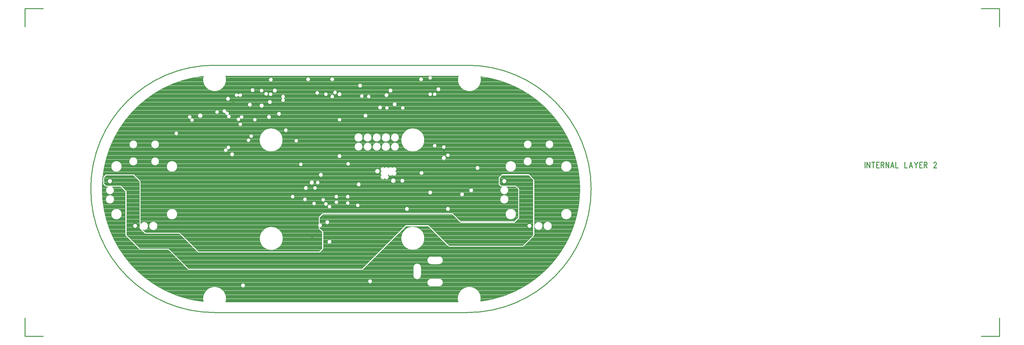
<source format=gbr>
*
*
G04 PADS VX.0 Build Number: 635560 generated Gerber (RS-274-X) file*
G04 PC Version=2.1*
*
%IN "JOG_v1.pcb"*%
*
%MOIN*%
*
%FSLAX35Y35*%
*
*
*
*
G04 PC Standard Apertures*
*
*
G04 Thermal Relief Aperture macro.*
%AMTER*
1,1,$1,0,0*
1,0,$1-$2,0,0*
21,0,$3,$4,0,0,45*
21,0,$3,$4,0,0,135*
%
*
*
G04 Annular Aperture macro.*
%AMANN*
1,1,$1,0,0*
1,0,$2,0,0*
%
*
*
G04 Odd Aperture macro.*
%AMODD*
1,1,$1,0,0*
1,0,$1-0.005,0,0*
%
*
*
G04 PC Custom Aperture Macros*
*
*
*
*
*
*
G04 PC Aperture Table*
*
%ADD010C,0.001*%
%ADD011C,0.004*%
%ADD012C,0.01*%
%ADD100ANN,0.07087X0.04724*%
%ADD105ANN,0.02362X0.005*%
*
*
*
*
G04 PC Circuitry*
G04 Layer Name JOG_v1.pcb - circuitry*
%LPD*%
*
*
G04 PC Custom Flashes*
G04 Layer Name JOG_v1.pcb - flashes*
%LPD*%
*
*
G04 PC Circuitry*
G04 Layer Name JOG_v1.pcb - circuitry*
%LPD*%
*
G54D10*
G54D11*
G01X2021562Y1541327D02*
G75*
G03X2021562I-2562J0D01*
G01X1801865Y1524000D02*
G03X1801865I-2365J0D01*
G01X1799365Y1545500D02*
G03X1799365I-2365J0D01*
G01X1588562Y1541327D02*
G03X1588562I-2562J0D01*
G01X1560964Y1590500D02*
G03X1560964I-2562J0D01*
G01X1993964D02*
G03X1993964I-2562J0D01*
G01X2065433Y1554319D02*
G03X2065433I-5921J0D01*
G01Y1606681D02*
G03X2065433I-5921J0D01*
G01X2043727Y1541327D02*
G03X2043727I-4727J0D01*
G01X2045413Y1612209D02*
G03X2045413I-4444J0D01*
G01Y1630909D02*
G03X2045413I-4444J0D01*
G01X2033543Y1541327D02*
G03X2033543I-4543J0D01*
G01X1903700Y1527800D02*
G03X1903700I-12800J0D01*
G01X1846365Y1480500D02*
G03X1846365I-2365J0D01*
G01X1706865Y1476000D02*
G03X1706865I-2365J0D01*
G01X1571409Y1554319D02*
G03X1571409I-5921J0D01*
G01X1563129Y1570500D02*
G03X1563129I-4727J0D01*
G01X2021660Y1612209D02*
G03X2021660I-4629J0D01*
G01X2021476Y1630909D02*
G03X2021476I-4445J0D01*
G01X2004409Y1606681D02*
G03X2004409I-5921J0D01*
G01X1964365Y1605000D02*
G03X1964365I-2365J0D01*
G01X1957365Y1580500D02*
G03X1957365I-2365J0D01*
G01X1947365Y1576000D02*
G03X1947365I-2365J0D01*
G01X1931865Y1560000D02*
G03X1931865I-2365J0D01*
G01X1927476Y1616000D02*
G03X1927476I-2476J0D01*
G01X1931681Y1619000D02*
G03X1931681I-2181J0D01*
G01X1927181Y1628000D02*
G03X1927181I-2181J0D01*
G01X1917181Y1629500D02*
G03X1917181I-2181J0D01*
G01Y1686000D02*
G03X1917181I-2181J0D01*
G01X1921365Y1691500D02*
G03X1921365I-2365J0D01*
G01X1912365Y1578000D02*
G03X1912365I-2365J0D01*
G01X1912201Y1686000D02*
G03X1912201I-2181J0D01*
G01X1912181Y1704000D02*
G03X1912181I-2181J0D01*
G01X1902865Y1599500D02*
G03X1902865I-2365J0D01*
G01X1886865Y1560000D02*
G03X1886865I-2365J0D01*
G01X1881865Y1591000D02*
G03X1881865I-2365J0D01*
G01X1903700Y1635800D02*
G03X1903700I-12800J0D01*
G01X1902365Y1702500D02*
G03X1902365I-2365J0D01*
G01X1882181Y1671000D02*
G03X1882181I-2181J0D01*
G01X1872160Y1591000D02*
G03X1872160I-2660J0D01*
G01X1875882Y1628464D02*
G03X1875882I-4544J0D01*
G01Y1638464D02*
G03X1875882I-4544J0D01*
G01X1873365Y1675020D02*
G03X1873365I-2365J0D01*
G01X1866066Y1628464D02*
G03X1866066I-4728J0D01*
G01Y1638464D02*
G03X1866066I-4728J0D01*
G01X1864681Y1671000D02*
G03X1864681I-2181J0D01*
G01X1864365Y1685000D02*
G03X1864365I-2365J0D01*
G01X1868865Y1690000D02*
G03X1868865I-2365J0D01*
G01X1854660Y1601500D02*
G03X1854660I-2660J0D01*
G01X1855882Y1628464D02*
G03X1855882I-4544J0D01*
G01Y1638464D02*
G03X1855882I-4544J0D01*
G01X1857365Y1671500D02*
G03X1857365I-2365J0D01*
G01X1845882Y1628464D02*
G03X1845882I-4544J0D01*
G01Y1638464D02*
G03X1845882I-4544J0D01*
G01X1841365Y1662500D02*
G03X1841365I-2365J0D01*
G01X1844681Y1683500D02*
G03X1844681I-2181J0D01*
G01X1832681Y1564000D02*
G03X1832681I-2181J0D01*
G01X1833865Y1587000D02*
G03X1833865I-2365J0D01*
G01X1835882Y1628464D02*
G03X1835882I-4544J0D01*
G01X1836066Y1638464D02*
G03X1836066I-4728J0D01*
G01X1837181Y1684000D02*
G03X1837181I-2181J0D01*
G01X1835365Y1695500D02*
G03X1835365I-2365J0D01*
G01X1821681Y1566500D02*
G03X1821681I-2181J0D01*
G01Y1573500D02*
G03X1821681I-2181J0D01*
G01X1822181Y1609500D02*
G03X1822181I-2181J0D01*
G01X1809181Y1567402D02*
G03X1809181I-2181J0D01*
G01Y1573500D02*
G03X1809181I-2181J0D01*
G01X1812865Y1618000D02*
G03X1812865I-2365J0D01*
G01X1812681Y1658000D02*
G03X1812681I-2181J0D01*
G01X1812865Y1686000D02*
G03X1812865I-2365J0D01*
G01X1801681Y1562500D02*
G03X1801681I-2181J0D01*
G01X1804681Y1683500D02*
G03X1804681I-2181J0D01*
G01X1807681Y1688000D02*
G03X1807681I-2181J0D01*
G01X1804865Y1702500D02*
G03X1804865I-2365J0D01*
G01X1797681Y1565500D02*
G03X1797681I-2181J0D01*
G01X1794681Y1570000D02*
G03X1794681I-2181J0D01*
G01X1797681Y1686000D02*
G03X1797681I-2181J0D01*
G01X1784681Y1566000D02*
G03X1784681I-2181J0D01*
G01X1785681Y1583000D02*
G03X1785681I-2181J0D01*
G01X1788681Y1589000D02*
G03X1788681I-2181J0D01*
G01X1792365Y1597500D02*
G03X1792365I-2365J0D01*
G01X1788146Y1687500D02*
G03X1788146I-2181J0D01*
G01X1782476Y1589000D02*
G03X1782476I-2476J0D01*
G01X1774681Y1570500D02*
G03X1774681I-2181J0D01*
G01X1775865Y1583000D02*
G03X1775865I-2365J0D01*
G01X1778365Y1702500D02*
G03X1778365I-2365J0D01*
G01X1770181Y1609000D02*
G03X1770181I-2181J0D01*
G01X1761181Y1573500D02*
G03X1761181I-2181J0D01*
G01X1765181Y1635000D02*
G03X1765181I-2181J0D01*
G01X1753681Y1646500D02*
G03X1753681I-2181J0D01*
G01X1748300Y1527600D02*
G03X1748300I-12800J0D01*
G01X1748100Y1635800D02*
G03X1748100I-12800J0D01*
G01X1746365Y1664500D02*
G03X1746365I-2365J0D01*
G01X1741865Y1690000D02*
G03X1741865I-2365J0D01*
G01X1735365Y1661000D02*
G03X1735365I-2365J0D01*
G01X1736365Y1677500D02*
G03X1736365I-2365J0D01*
G01X1736965Y1686000D02*
G03X1736965I-2182J0D01*
G01X1737365Y1702000D02*
G03X1737365I-2365J0D01*
G01X1732043Y1686500D02*
G03X1732043I-2181J0D01*
G01X1727476Y1673500D02*
G03X1727476I-2476J0D01*
G01X1727122Y1690000D02*
G03X1727122I-2181J0D01*
G01X1712681Y1635500D02*
G03X1712681I-2181J0D01*
G01X1715681Y1640000D02*
G03X1715681I-2181J0D01*
G01X1719681Y1658000D02*
G03X1719681I-2181J0D01*
G01X1714365Y1674500D02*
G03X1714365I-2365J0D01*
G01X1717365Y1690500D02*
G03X1717365I-2365J0D01*
G01X1703681Y1653000D02*
G03X1703681I-2181J0D01*
G01X1694865Y1620000D02*
G03X1694865I-2365J0D01*
G01X1690365Y1681000D02*
G03X1690365I-2365J0D01*
G01X1678181Y1666500D02*
G03X1678181I-2181J0D01*
G01X1660160Y1662500D02*
G03X1660160I-2660J0D01*
G01X1632433Y1554319D02*
G03X1632433I-5921J0D01*
G01Y1606681D02*
G03X1632433I-5921J0D01*
G01X1633441Y1643000D02*
G03X1633441I-2181J0D01*
G01X1610727Y1541327D02*
G03X1610727I-4727J0D01*
G01X1612413Y1612209D02*
G03X1612413I-4444J0D01*
G01Y1630909D02*
G03X1612413I-4444J0D01*
G01X1588660Y1612209D02*
G03X1588660I-4629J0D01*
G01X1588476Y1630909D02*
G03X1588476I-4445J0D01*
G01X1571409Y1606681D02*
G03X1571409I-5921J0D01*
G01X2004409Y1554319D02*
G03X2004409I-5921J0D01*
G01X1996129Y1570500D02*
G03X1996129I-4727J0D01*
G01X2011698Y1519919D02*
X2022863Y1531083D01*
Y1591980*
X2017917Y1596925*
X1989208*
X1986450Y1594167*
Y1587333*
X1988083Y1585700*
X2004163*
X2007881Y1582594*
Y1550236*
X2002583Y1544937*
X1943054*
X1933917Y1554075*
X1792308*
X1788651Y1550417*
Y1544307*
Y1539693D02*
G03Y1544307I522J2307D01*
G01Y1539693D02*
Y1539034D01*
X1792601Y1535083*
Y1516016*
X1788583Y1511997*
X1655114*
X1634417Y1532694*
X1596811*
X1590588Y1538917*
Y1590205*
X1583917Y1596876*
X1554506*
X1552047Y1594417*
Y1587930*
X1554083Y1585894*
X1570277*
X1576589Y1579583*
Y1531471*
X1591583Y1516477*
X1622860*
X1645083Y1494255*
X1834862*
X1882917Y1542309*
X1908192*
X1930583Y1519919*
X2011698*
X1965296Y1458510D02*
G03X1965448Y1705471I-15444J123490D01*
G01X1941009Y1706300D02*
G03X1965448Y1705471I12091J-4200D01*
G01X1941009Y1706300D02*
X1685391D01*
X1661068Y1705870D02*
G03X1685391Y1706300I12232J-3770D01*
G01X1661068Y1705870D02*
G03X1660977Y1458140I13268J-123870D01*
G01X1685491Y1457700D02*
G03X1660977Y1458140I-12191J3900D01*
G01X1685491Y1457700D02*
X1940741D01*
X1965296Y1458510D02*
G03X1940741Y1457700I-12396J3190D01*
G01X2021562Y1541327D02*
G03X2021562I-2562J0D01*
G01X1801865Y1524000D02*
G03X1801865I-2365J0D01*
G01X1799365Y1545500D02*
G03X1799365I-2365J0D01*
G01X1588562Y1541327D02*
G03X1588562I-2562J0D01*
G01X1560964Y1590500D02*
G03X1560964I-2562J0D01*
G01X1993964D02*
G03X1993964I-2562J0D01*
G01X2065433Y1554319D02*
G03X2065433I-5921J0D01*
G01Y1606681D02*
G03X2065433I-5921J0D01*
G01X2043727Y1541327D02*
G03X2043727I-4727J0D01*
G01X2045413Y1612209D02*
G03X2045413I-4444J0D01*
G01Y1630909D02*
G03X2045413I-4444J0D01*
G01X2033543Y1541327D02*
G03X2033543I-4543J0D01*
G01X1919724Y1474879D02*
G03Y1483546I0J4334D01*
G01Y1474879D02*
X1911063D01*
Y1483546D02*
G03Y1474879I-0J-4333D01*
G01Y1483546D02*
X1919724D01*
Y1499288D02*
G03Y1507956I0J4334D01*
G01Y1499288D02*
X1911063D01*
Y1507956D02*
G03Y1499288I-0J-4334D01*
G01Y1507956D02*
X1919724D01*
X1900042Y1495748D02*
Y1487087D01*
X1891375D02*
G03X1900042I4334J-0D01*
G01X1891375D02*
Y1495748D01*
X1900042D02*
G03X1891375I-4333J0D01*
G01X1903700Y1527800D02*
G03X1903700I-12800J0D01*
G01X1846365Y1480500D02*
G03X1846365I-2365J0D01*
G01X1706865Y1476000D02*
G03X1706865I-2365J0D01*
G01X1571409Y1554319D02*
G03X1571409I-5921J0D01*
G01X1563129Y1570500D02*
G03X1563129I-4727J0D01*
G01X2023841Y1530104D02*
G03X2024247Y1531083I-978J979D01*
G01X2023841Y1530104D02*
X2012677Y1518940D01*
X2011698Y1518535D02*
G03X2012677Y1518940I0J1384D01*
G01X2011698Y1518535D02*
X1930583D01*
X1929604Y1518940D02*
G03X1930583Y1518535I979J979D01*
G01X1929604Y1518940D02*
X1907619Y1540925D01*
X1883490*
X1835841Y1493276*
X1834862Y1492871D02*
G03X1835841Y1493276I0J1384D01*
G01X1834862Y1492871D02*
X1645083D01*
X1644104Y1493276D02*
G03X1645083Y1492871I979J979D01*
G01X1644104Y1493276D02*
X1622287Y1515093D01*
X1591583*
X1590604Y1515499D02*
G03X1591583Y1515093I979J978D01*
G01X1590604Y1515499D02*
X1575610Y1530493D01*
X1575205Y1531471D02*
G03X1575610Y1530493I1384J0D01*
G01X1575205Y1531471D02*
Y1579010D01*
X1569704Y1584510*
X1560537*
X1556266D02*
G03X1560537I2136J-4010D01*
G01X1556266D02*
X1554083D01*
X1553104Y1584916D02*
G03X1554083Y1584510I979J978D01*
G01X1553104Y1584916D02*
X1551069Y1586951D01*
X1550663Y1587930D02*
G03X1551069Y1586951I1384J-0D01*
G01X1550663Y1587930D02*
Y1594417D01*
X1551069Y1595396D02*
G03X1550663Y1594417I978J-979D01*
G01X1551069Y1595396D02*
X1553528Y1597855D01*
X1554506Y1598260D02*
G03X1553528Y1597855I0J-1384D01*
G01X1554506Y1598260D02*
X1583917D01*
X1584896Y1597855D02*
G03X1583917Y1598260I-979J-979D01*
G01X1584896Y1597855D02*
X1591567Y1591184D01*
X1591972Y1590205D02*
G03X1591567Y1591184I-1384J0D01*
G01X1591972Y1590205D02*
Y1543429D01*
X1594381Y1537082D02*
G03X1591972Y1543429I1619J4245D01*
G01X1594381Y1537082D02*
X1597385Y1534078D01*
X1634417*
X1635396Y1533673D02*
G03X1634417Y1534078I-979J-979D01*
G01X1635396Y1533673D02*
X1655687Y1513381D01*
X1655687D02*
X1788010D01*
X1791217Y1516589*
Y1534510*
X1787672Y1538055*
X1787267Y1539034D02*
G03X1787672Y1538055I1384J-0D01*
G01X1787267Y1539034D02*
Y1540600D01*
Y1543400D02*
G03Y1540600I1906J-1400D01*
G01Y1543400D02*
Y1550417D01*
X1787672Y1551396D02*
G03X1787267Y1550417I979J-979D01*
G01X1787672Y1551396D02*
X1791330Y1555053D01*
X1792308Y1555459D02*
G03X1791330Y1555053I0J-1384D01*
G01X1792308Y1555459D02*
X1933917D01*
X1934896Y1555053D02*
G03X1933917Y1555459I-979J-978D01*
G01X1934896Y1555053D02*
X1943628Y1546321D01*
X2002010*
X2006497Y1550809*
Y1581946*
X2003661Y1584316*
X1993867*
X1988936D02*
G03X1993867I2466J-3816D01*
G01X1988936D02*
X1988083D01*
X1987104Y1584721D02*
G03X1988083Y1584316I979J979D01*
G01X1987104Y1584721D02*
X1985471Y1586354D01*
X1985066Y1587333D02*
G03X1985471Y1586354I1384J-0D01*
G01X1985066Y1587333D02*
Y1594167D01*
X1985471Y1595146D02*
G03X1985066Y1594167I979J-979D01*
G01X1985471Y1595146D02*
X1988229Y1597904D01*
X1989208Y1598309D02*
G03X1988229Y1597904I-0J-1384D01*
G01X1989208Y1598309D02*
X2017917D01*
X2018896Y1597904D02*
G03X2017917Y1598309I-979J-979D01*
G01X2018896Y1597904D02*
X2023841Y1592958D01*
X2024247Y1591980D02*
G03X2023841Y1592958I-1384J-0D01*
G01X2024247Y1591980D02*
Y1531083D01*
X2021660Y1612209D02*
G03X2021660I-4629J0D01*
G01X2021476Y1630909D02*
G03X2021476I-4445J0D01*
G01X2004409Y1606681D02*
G03X2004409I-5921J0D01*
G01X1964365Y1605000D02*
G03X1964365I-2365J0D01*
G01X1957365Y1580500D02*
G03X1957365I-2365J0D01*
G01X1947365Y1576000D02*
G03X1947365I-2365J0D01*
G01X1931865Y1560000D02*
G03X1931865I-2365J0D01*
G01X1927476Y1616000D02*
G03X1927476I-2476J0D01*
G01X1931681Y1619000D02*
G03X1931681I-2181J0D01*
G01X1927181Y1628000D02*
G03X1927181I-2181J0D01*
G01X1917181Y1629500D02*
G03X1917181I-2181J0D01*
G01Y1686000D02*
G03X1917181I-2181J0D01*
G01X1921365Y1691500D02*
G03X1921365I-2365J0D01*
G01X1912365Y1578000D02*
G03X1912365I-2365J0D01*
G01X1912201Y1686000D02*
G03X1912201I-2181J0D01*
G01X1912181Y1704000D02*
G03X1912181I-2181J0D01*
G01X1902865Y1599500D02*
G03X1902865I-2365J0D01*
G01X1886865Y1560000D02*
G03X1886865I-2365J0D01*
G01X1881865Y1591000D02*
G03X1881865I-2365J0D01*
G01X1903700Y1635800D02*
G03X1903700I-12800J0D01*
G01X1902365Y1702500D02*
G03X1902365I-2365J0D01*
G01X1882181Y1671000D02*
G03X1882181I-2181J0D01*
G01X1872160Y1591000D02*
G03X1872160I-2660J0D01*
G01X1871920Y1601250D02*
G03X1868500Y1605254I-1420J2250D01*
G01Y1597246D02*
G03X1871920Y1601250I2000J1754D01*
G01X1864250Y1597580D02*
G03X1868500Y1597246I2250J1420D01*
G01X1863754Y1597000D02*
G03X1864250Y1597580I-1754J2000D01*
G01X1860000Y1593246D02*
G03X1863754Y1597000I2000J1754D01*
G01X1856246D02*
G03X1860000Y1593246I1754J-2000D01*
G01X1856580Y1601250D02*
G03X1856246Y1597000I1420J-2250D01*
G01X1860000Y1605254D02*
G03X1856580Y1601250I-2000J-1754D01*
G01X1864250Y1604920D02*
G03X1860000Y1605254I-2250J-1420D01*
G01X1868500D02*
G03X1864250Y1604920I-2000J-1754D01*
G01X1875882Y1628464D02*
G03X1875882I-4544J0D01*
G01Y1638464D02*
G03X1875882I-4544J0D01*
G01X1873365Y1675020D02*
G03X1873365I-2365J0D01*
G01X1866066Y1628464D02*
G03X1866066I-4728J0D01*
G01Y1638464D02*
G03X1866066I-4728J0D01*
G01X1864681Y1671000D02*
G03X1864681I-2181J0D01*
G01X1864365Y1685000D02*
G03X1864365I-2365J0D01*
G01X1868865Y1690000D02*
G03X1868865I-2365J0D01*
G01X1854660Y1601500D02*
G03X1854660I-2660J0D01*
G01X1855882Y1628464D02*
G03X1855882I-4544J0D01*
G01Y1638464D02*
G03X1855882I-4544J0D01*
G01X1857365Y1671500D02*
G03X1857365I-2365J0D01*
G01X1845882Y1628464D02*
G03X1845882I-4544J0D01*
G01Y1638464D02*
G03X1845882I-4544J0D01*
G01X1841365Y1662500D02*
G03X1841365I-2365J0D01*
G01X1844681Y1683500D02*
G03X1844681I-2181J0D01*
G01X1832681Y1564000D02*
G03X1832681I-2181J0D01*
G01X1833865Y1587000D02*
G03X1833865I-2365J0D01*
G01X1835882Y1628464D02*
G03X1835882I-4544J0D01*
G01X1836066Y1638464D02*
G03X1836066I-4728J0D01*
G01X1837181Y1684000D02*
G03X1837181I-2181J0D01*
G01X1835365Y1695500D02*
G03X1835365I-2365J0D01*
G01X1821681Y1566500D02*
G03X1821681I-2181J0D01*
G01Y1573500D02*
G03X1821681I-2181J0D01*
G01X1822181Y1609500D02*
G03X1822181I-2181J0D01*
G01X1809181Y1567402D02*
G03X1809181I-2181J0D01*
G01Y1573500D02*
G03X1809181I-2181J0D01*
G01X1812865Y1618000D02*
G03X1812865I-2365J0D01*
G01X1812681Y1658000D02*
G03X1812681I-2181J0D01*
G01X1812865Y1686000D02*
G03X1812865I-2365J0D01*
G01X1801681Y1562500D02*
G03X1801681I-2181J0D01*
G01X1804681Y1683500D02*
G03X1804681I-2181J0D01*
G01X1807681Y1688000D02*
G03X1807681I-2181J0D01*
G01X1804865Y1702500D02*
G03X1804865I-2365J0D01*
G01X1797681Y1565500D02*
G03X1797681I-2181J0D01*
G01X1794681Y1570000D02*
G03X1794681I-2181J0D01*
G01X1797681Y1686000D02*
G03X1797681I-2181J0D01*
G01X1784681Y1566000D02*
G03X1784681I-2181J0D01*
G01X1785681Y1583000D02*
G03X1785681I-2181J0D01*
G01X1788681Y1589000D02*
G03X1788681I-2181J0D01*
G01X1792365Y1597500D02*
G03X1792365I-2365J0D01*
G01X1788146Y1687500D02*
G03X1788146I-2181J0D01*
G01X1782476Y1589000D02*
G03X1782476I-2476J0D01*
G01X1774681Y1570500D02*
G03X1774681I-2181J0D01*
G01X1775865Y1583000D02*
G03X1775865I-2365J0D01*
G01X1778365Y1702500D02*
G03X1778365I-2365J0D01*
G01X1770181Y1609000D02*
G03X1770181I-2181J0D01*
G01X1761181Y1573500D02*
G03X1761181I-2181J0D01*
G01X1765181Y1635000D02*
G03X1765181I-2181J0D01*
G01X1753681Y1646500D02*
G03X1753681I-2181J0D01*
G01X1748300Y1527600D02*
G03X1748300I-12800J0D01*
G01X1748100Y1635800D02*
G03X1748100I-12800J0D01*
G01X1746365Y1664500D02*
G03X1746365I-2365J0D01*
G01X1749370Y1681500D02*
G03X1747630I-870J2000D01*
X1749370I870J-2000*
G01X1741865Y1690000D02*
G03X1741865I-2365J0D01*
G01X1735365Y1661000D02*
G03X1735365I-2365J0D01*
G01X1736365Y1677500D02*
G03X1736365I-2365J0D01*
G01X1736965Y1686000D02*
G03X1736965I-2182J0D01*
G01X1737365Y1702000D02*
G03X1737365I-2365J0D01*
G01X1732043Y1686500D02*
G03X1732043I-2181J0D01*
G01X1727476Y1673500D02*
G03X1727476I-2476J0D01*
G01X1727122Y1690000D02*
G03X1727122I-2181J0D01*
G01X1712681Y1635500D02*
G03X1712681I-2181J0D01*
G01X1715681Y1640000D02*
G03X1715681I-2181J0D01*
G01X1719681Y1658000D02*
G03X1719681I-2181J0D01*
G01X1714365Y1674500D02*
G03X1714365I-2365J0D01*
G01X1717365Y1690500D02*
G03X1717365I-2365J0D01*
G01X1703681Y1653000D02*
G03X1703681I-2181J0D01*
G01X1701461Y1659454D02*
G03X1701039Y1660046I1539J1546D01*
X1701461Y1659454I-1539J-1546*
G01X1699500Y1684130D02*
G03Y1685870I2000J870D01*
Y1684130I-2000J-870*
G01X1694865Y1620000D02*
G03X1694865I-2365J0D01*
G01X1687359Y1625641D02*
G03X1686641Y1626359I1141J1859D01*
X1687359Y1625641I-1141J-1859*
G01X1687276Y1662836D02*
G03X1688724Y1663664I1724J-1336D01*
G01X1684878Y1665503D02*
G03X1687276Y1662836I2122J-503D01*
G01X1686122Y1666997D02*
G03X1684878Y1665503I-2122J503D01*
G01X1688724Y1663664D02*
G03X1686122Y1666997I-1724J1336D01*
G01X1690365Y1681000D02*
G03X1690365I-2365J0D01*
G01X1678181Y1666500D02*
G03X1678181I-2181J0D01*
G01X1660160Y1662500D02*
G03X1660160I-2660J0D01*
G01X1646954Y1659039D02*
G03X1647546Y1659461I1546J-1539D01*
X1646954Y1659039I-1546J1539*
G01X1632433Y1554319D02*
G03X1632433I-5921J0D01*
G01Y1606681D02*
G03X1632433I-5921J0D01*
G01X1633441Y1643000D02*
G03X1633441I-2181J0D01*
G01X1610727Y1541327D02*
G03X1610727I-4727J0D01*
G01X1612413Y1612209D02*
G03X1612413I-4444J0D01*
G01Y1630909D02*
G03X1612413I-4444J0D01*
G01X1588660Y1612209D02*
G03X1588660I-4629J0D01*
G01X1588476Y1630909D02*
G03X1588476I-4445J0D01*
G01X1571409Y1606681D02*
G03X1571409I-5921J0D01*
G01X2004409Y1554319D02*
G03X2004409I-5921J0D01*
G01X1996129Y1570500D02*
G03X1996129I-4727J0D01*
G01X1919168Y1531333D02*
X2022863D01*
X1918808Y1531693D02*
X2022863D01*
X1918448Y1532053D02*
X2022863D01*
X1918088Y1532413D02*
X2022863D01*
X1917728Y1532773D02*
X2022863D01*
X1917368Y1533133D02*
X2022863D01*
X1917008Y1533493D02*
X2022863D01*
X1916648Y1533853D02*
X2022863D01*
X1916288Y1534213D02*
X2022863D01*
X1915928Y1534573D02*
X2022863D01*
X1915568Y1534933D02*
X2022863D01*
X1915208Y1535293D02*
X2022863D01*
X1914848Y1535653D02*
X2022863D01*
X1914488Y1536013D02*
X2022863D01*
X1914128Y1536373D02*
X2022863D01*
X1913768Y1536733D02*
X2022863D01*
X1913408Y1537093D02*
X2022863D01*
X1913048Y1537453D02*
X2022863D01*
X1912688Y1537813D02*
X2022863D01*
X1912328Y1538173D02*
X2022863D01*
X1911968Y1538533D02*
X2022863D01*
X2019802Y1538893D02*
X2022863D01*
X2020505Y1539253D02*
X2022863D01*
X2020905Y1539613D02*
X2022863D01*
X2021176Y1539973D02*
X2022863D01*
X2021362Y1540333D02*
X2022863D01*
X2021483Y1540693D02*
X2022863D01*
X2021548Y1541053D02*
X2022863D01*
X2021561Y1541413D02*
X2022863D01*
X2021523Y1541773D02*
X2022863D01*
X2021432Y1542133D02*
X2022863D01*
X2021281Y1542493D02*
X2022863D01*
X2021058Y1542853D02*
X2022863D01*
X2020734Y1543213D02*
X2022863D01*
X2020232Y1543573D02*
X2022863D01*
X1798772Y1543933D02*
X2022863D01*
X1799034Y1544293D02*
X2022863D01*
X1799208Y1544653D02*
X2022863D01*
X2002659Y1545013D02*
X2022863D01*
X2003019Y1545373D02*
X2022863D01*
X2003379Y1545733D02*
X2022863D01*
X2003739Y1546093D02*
X2022863D01*
X2004099Y1546453D02*
X2022863D01*
X2004459Y1546813D02*
X2022863D01*
X2004819Y1547173D02*
X2022863D01*
X2005179Y1547533D02*
X2022863D01*
X2005539Y1547893D02*
X2022863D01*
X2005899Y1548253D02*
X2022863D01*
X2006259Y1548613D02*
X2022863D01*
X2006619Y1548973D02*
X2022863D01*
X2006979Y1549333D02*
X2022863D01*
X2007339Y1549693D02*
X2022863D01*
X2007699Y1550053D02*
X2022863D01*
X2007881Y1550413D02*
X2022863D01*
X2007881Y1550773D02*
X2022863D01*
X2007881Y1551133D02*
X2022863D01*
X2007881Y1551493D02*
X2022863D01*
X2007881Y1551853D02*
X2022863D01*
X2007881Y1552213D02*
X2022863D01*
X2007881Y1552573D02*
X2022863D01*
X2007881Y1552933D02*
X2022863D01*
X2007881Y1553293D02*
X2022863D01*
X2007881Y1553653D02*
X2022863D01*
X2007881Y1554013D02*
X2022863D01*
X2007881Y1554373D02*
X2022863D01*
X2007881Y1554733D02*
X2022863D01*
X2007881Y1555093D02*
X2022863D01*
X2007881Y1555453D02*
X2022863D01*
X2007881Y1555813D02*
X2022863D01*
X2007881Y1556173D02*
X2022863D01*
X2007881Y1556533D02*
X2022863D01*
X2007881Y1556893D02*
X2022863D01*
X2007881Y1557253D02*
X2022863D01*
X2007881Y1557613D02*
X2022863D01*
X2007881Y1557973D02*
X2022863D01*
X2007881Y1558333D02*
X2022863D01*
X2007881Y1558693D02*
X2022863D01*
X2007881Y1559053D02*
X2022863D01*
X2007881Y1559413D02*
X2022863D01*
X2007881Y1559773D02*
X2022863D01*
X2007881Y1560133D02*
X2022863D01*
X2007881Y1560493D02*
X2022863D01*
X2007881Y1560853D02*
X2022863D01*
X2007881Y1561213D02*
X2022863D01*
X2007881Y1561573D02*
X2022863D01*
X2007881Y1561933D02*
X2022863D01*
X2007881Y1562293D02*
X2022863D01*
X2007881Y1562653D02*
X2022863D01*
X2007881Y1563013D02*
X2022863D01*
X2007881Y1563373D02*
X2022863D01*
X2007881Y1563733D02*
X2022863D01*
X2007881Y1564093D02*
X2022863D01*
X2007881Y1564453D02*
X2022863D01*
X2007881Y1564813D02*
X2022863D01*
X2007881Y1565173D02*
X2022863D01*
X2007881Y1565533D02*
X2022863D01*
X2007881Y1565893D02*
X2022863D01*
X2007881Y1566253D02*
X2022863D01*
X2007881Y1566613D02*
X2022863D01*
X2007881Y1566973D02*
X2022863D01*
X2007881Y1567333D02*
X2022863D01*
X2007881Y1567693D02*
X2022863D01*
X2007881Y1568053D02*
X2022863D01*
X2007881Y1568413D02*
X2022863D01*
X2007881Y1568773D02*
X2022863D01*
X2007881Y1569133D02*
X2022863D01*
X2007881Y1569493D02*
X2022863D01*
X2007881Y1569853D02*
X2022863D01*
X2007881Y1570213D02*
X2022863D01*
X2007881Y1570573D02*
X2022863D01*
X2007881Y1570933D02*
X2022863D01*
X2007881Y1571293D02*
X2022863D01*
X2007881Y1571653D02*
X2022863D01*
X2007881Y1572013D02*
X2022863D01*
X2007881Y1572373D02*
X2022863D01*
X2007881Y1572733D02*
X2022863D01*
X2007881Y1573093D02*
X2022863D01*
X2007881Y1573453D02*
X2022863D01*
X2007881Y1573813D02*
X2022863D01*
X2007881Y1574173D02*
X2022863D01*
X2007881Y1574533D02*
X2022863D01*
X2007881Y1574893D02*
X2022863D01*
X2007881Y1575253D02*
X2022863D01*
X2007881Y1575613D02*
X2022863D01*
X2007881Y1575973D02*
X2022863D01*
X2007881Y1576333D02*
X2022863D01*
X2007881Y1576693D02*
X2022863D01*
X2007881Y1577053D02*
X2022863D01*
X2007881Y1577413D02*
X2022863D01*
X2007881Y1577773D02*
X2022863D01*
X2007881Y1578133D02*
X2022863D01*
X2007881Y1578493D02*
X2022863D01*
X2007881Y1578853D02*
X2022863D01*
X2007881Y1579213D02*
X2022863D01*
X2007881Y1579573D02*
X2022863D01*
X2007881Y1579933D02*
X2022863D01*
X2007881Y1580293D02*
X2022863D01*
X2007881Y1580653D02*
X2022863D01*
X2007881Y1581013D02*
X2022863D01*
X2007881Y1581373D02*
X2022863D01*
X2007881Y1581733D02*
X2022863D01*
X2007881Y1582093D02*
X2022863D01*
X2007881Y1582453D02*
X2022863D01*
X2007618Y1582813D02*
X2022863D01*
X2007187Y1583173D02*
X2022863D01*
X2006756Y1583533D02*
X2022863D01*
X2006326Y1583893D02*
X2022863D01*
X2005895Y1584253D02*
X2022863D01*
X2005464Y1584613D02*
X2022863D01*
X2005033Y1584973D02*
X2022863D01*
X2004602Y1585333D02*
X2022863D01*
X2004171Y1585693D02*
X2022863D01*
X1987730Y1586053D02*
X2022863D01*
X1987370Y1586413D02*
X2022863D01*
X1987010Y1586773D02*
X2022863D01*
X1986650Y1587133D02*
X2022863D01*
X1986450Y1587493D02*
X2022863D01*
X1986450Y1587853D02*
X2022863D01*
X1992558Y1588213D02*
X2022863D01*
X1993091Y1588573D02*
X2022863D01*
X1993429Y1588933D02*
X2022863D01*
X1993662Y1589293D02*
X2022863D01*
X1993820Y1589653D02*
X2022863D01*
X1993917Y1590013D02*
X2022863D01*
X1993961Y1590373D02*
X2022863D01*
X1993953Y1590733D02*
X2022863D01*
X1993894Y1591093D02*
X2022863D01*
X1993780Y1591453D02*
X2022863D01*
X1993602Y1591813D02*
X2022863D01*
X1919528Y1530973D02*
X2022753D01*
X1993342Y1592173D02*
X2022669D01*
X1919888Y1530613D02*
X2022393D01*
X1992961Y1592533D02*
X2022309D01*
X1920248Y1530253D02*
X2022033D01*
X1992316Y1592893D02*
X2021949D01*
X1920608Y1529893D02*
X2021673D01*
X1986450Y1593253D02*
X2021589D01*
X1920968Y1529533D02*
X2021313D01*
X1986450Y1593613D02*
X2021229D01*
X1921328Y1529173D02*
X2020953D01*
X1986450Y1593973D02*
X2020869D01*
X1921688Y1528813D02*
X2020593D01*
X1986616Y1594333D02*
X2020509D01*
X1922048Y1528453D02*
X2020233D01*
X1986976Y1594693D02*
X2020149D01*
X1922408Y1528093D02*
X2019873D01*
X1987336Y1595053D02*
X2019789D01*
X1922768Y1527733D02*
X2019513D01*
X1987696Y1595413D02*
X2019429D01*
X1923128Y1527373D02*
X2019153D01*
X1988056Y1595773D02*
X2019069D01*
X1923488Y1527013D02*
X2018793D01*
X1988416Y1596133D02*
X2018709D01*
X1923848Y1526653D02*
X2018433D01*
X1988776Y1596493D02*
X2018349D01*
X1911608Y1538893D02*
X2018198D01*
X1924208Y1526293D02*
X2018073D01*
X1989136Y1596853D02*
X2017989D01*
X1798372Y1543573D02*
X2017768D01*
X1924568Y1525933D02*
X2017713D01*
X1911248Y1539253D02*
X2017495D01*
X1924928Y1525573D02*
X2017353D01*
X1797604Y1543213D02*
X2017266D01*
X1910888Y1539613D02*
X2017095D01*
X1925288Y1525213D02*
X2016993D01*
X1791379Y1542853D02*
X2016942D01*
X1910528Y1539973D02*
X2016824D01*
X1791486Y1542493D02*
X2016719D01*
X1910168Y1540333D02*
X2016638D01*
X1925648Y1524853D02*
X2016633D01*
X1908368Y1542133D02*
X2016568D01*
X1909808Y1540693D02*
X2016517D01*
X1908728Y1541773D02*
X2016477D01*
X1909448Y1541053D02*
X2016452D01*
X1909088Y1541413D02*
X2016439D01*
X1926008Y1524493D02*
X2016273D01*
X1926368Y1524133D02*
X2015913D01*
X1926728Y1523773D02*
X2015553D01*
X1927088Y1523413D02*
X2015193D01*
X1927448Y1523053D02*
X2014833D01*
X1927808Y1522693D02*
X2014473D01*
X1928168Y1522333D02*
X2014113D01*
X1928528Y1521973D02*
X2013753D01*
X1928888Y1521613D02*
X2013393D01*
X1929248Y1521253D02*
X2013033D01*
X1929608Y1520893D02*
X2012673D01*
X1929968Y1520533D02*
X2012313D01*
X1930328Y1520173D02*
X2011953D01*
X1986450Y1592893D02*
X1990487D01*
X1986450Y1588213D02*
X1990246D01*
X1986450Y1592533D02*
X1989843D01*
X1986450Y1588573D02*
X1989712D01*
X1986450Y1592173D02*
X1989461D01*
X1986450Y1588933D02*
X1989374D01*
X1986450Y1591813D02*
X1989202D01*
X1986450Y1589293D02*
X1989141D01*
X1986450Y1591453D02*
X1989023D01*
X1986450Y1589653D02*
X1988983D01*
X1986450Y1591093D02*
X1988909D01*
X1986450Y1590013D02*
X1988886D01*
X1986450Y1590733D02*
X1988850D01*
X1986450Y1590373D02*
X1988842D01*
X1799315Y1545013D02*
X1942978D01*
X1799362Y1545373D02*
X1942618D01*
X1799354Y1545733D02*
X1942258D01*
X1799289Y1546093D02*
X1941898D01*
X1799164Y1546453D02*
X1941538D01*
X1798967Y1546813D02*
X1941178D01*
X1798671Y1547173D02*
X1940818D01*
X1798208Y1547533D02*
X1940458D01*
X1788651Y1547893D02*
X1940098D01*
X1788651Y1548253D02*
X1939738D01*
X1788651Y1548613D02*
X1939378D01*
X1788651Y1548973D02*
X1939018D01*
X1788651Y1549333D02*
X1938658D01*
X1788651Y1549693D02*
X1938298D01*
X1788651Y1550053D02*
X1937938D01*
X1788651Y1550413D02*
X1937578D01*
X1789007Y1550773D02*
X1937218D01*
X1789367Y1551133D02*
X1936858D01*
X1789727Y1551493D02*
X1936498D01*
X1790087Y1551853D02*
X1936138D01*
X1790447Y1552213D02*
X1935778D01*
X1790807Y1552573D02*
X1935418D01*
X1791167Y1552933D02*
X1935058D01*
X1791527Y1553293D02*
X1934698D01*
X1791887Y1553653D02*
X1934338D01*
X1792247Y1554013D02*
X1933978D01*
X1791535Y1542133D02*
X1882741D01*
X1791527Y1541773D02*
X1882381D01*
X1791464Y1541413D02*
X1882021D01*
X1791341Y1541053D02*
X1881661D01*
X1791145Y1540693D02*
X1881301D01*
X1790851Y1540333D02*
X1880941D01*
X1790392Y1539973D02*
X1880581D01*
X1788651Y1539613D02*
X1880221D01*
X1788651Y1539253D02*
X1879861D01*
X1788791Y1538893D02*
X1879501D01*
X1789151Y1538533D02*
X1879141D01*
X1789511Y1538173D02*
X1878781D01*
X1789871Y1537813D02*
X1878421D01*
X1790231Y1537453D02*
X1878061D01*
X1790591Y1537093D02*
X1877701D01*
X1790951Y1536733D02*
X1877341D01*
X1791311Y1536373D02*
X1876981D01*
X1791671Y1536013D02*
X1876621D01*
X1792031Y1535653D02*
X1876261D01*
X1792391Y1535293D02*
X1875901D01*
X1792601Y1534933D02*
X1875541D01*
X1792601Y1534573D02*
X1875181D01*
X1792601Y1534213D02*
X1874821D01*
X1792601Y1533853D02*
X1874461D01*
X1792601Y1533493D02*
X1874101D01*
X1792601Y1533133D02*
X1873741D01*
X1792601Y1532773D02*
X1873381D01*
X1792601Y1532413D02*
X1873021D01*
X1792601Y1532053D02*
X1872661D01*
X1792601Y1531693D02*
X1872301D01*
X1792601Y1531333D02*
X1871941D01*
X1792601Y1530973D02*
X1871581D01*
X1792601Y1530613D02*
X1871221D01*
X1792601Y1530253D02*
X1870861D01*
X1792601Y1529893D02*
X1870501D01*
X1792601Y1529533D02*
X1870141D01*
X1792601Y1529173D02*
X1869781D01*
X1792601Y1528813D02*
X1869421D01*
X1792601Y1528453D02*
X1869061D01*
X1792601Y1528093D02*
X1868701D01*
X1792601Y1527733D02*
X1868341D01*
X1792601Y1527373D02*
X1867981D01*
X1792601Y1527013D02*
X1867621D01*
X1792601Y1526653D02*
X1867261D01*
X1800078Y1526293D02*
X1866901D01*
X1800862Y1525933D02*
X1866541D01*
X1801266Y1525573D02*
X1866181D01*
X1801530Y1525213D02*
X1865821D01*
X1801706Y1524853D02*
X1865461D01*
X1801813Y1524493D02*
X1865101D01*
X1801861Y1524133D02*
X1864741D01*
X1801854Y1523773D02*
X1864381D01*
X1801791Y1523413D02*
X1864021D01*
X1801667Y1523053D02*
X1863661D01*
X1801471Y1522693D02*
X1863301D01*
X1801178Y1522333D02*
X1862941D01*
X1800719Y1521973D02*
X1862581D01*
X1792601Y1521613D02*
X1862221D01*
X1792601Y1521253D02*
X1861861D01*
X1792601Y1520893D02*
X1861501D01*
X1792601Y1520533D02*
X1861141D01*
X1792601Y1520173D02*
X1860781D01*
X1792601Y1519813D02*
X1860421D01*
X1792601Y1519453D02*
X1860061D01*
X1792601Y1519093D02*
X1859701D01*
X1792601Y1518733D02*
X1859341D01*
X1792601Y1518373D02*
X1858981D01*
X1792601Y1518013D02*
X1858621D01*
X1792601Y1517653D02*
X1858261D01*
X1792601Y1517293D02*
X1857901D01*
X1792601Y1516933D02*
X1857541D01*
X1792601Y1516573D02*
X1857181D01*
X1792601Y1516213D02*
X1856821D01*
X1792439Y1515853D02*
X1856461D01*
X1792079Y1515493D02*
X1856101D01*
X1791719Y1515133D02*
X1855741D01*
X1791359Y1514773D02*
X1855381D01*
X1790999Y1514413D02*
X1855021D01*
X1790639Y1514053D02*
X1854661D01*
X1790279Y1513693D02*
X1854301D01*
X1789919Y1513333D02*
X1853941D01*
X1789559Y1512973D02*
X1853581D01*
X1789199Y1512613D02*
X1853221D01*
X1788839Y1512253D02*
X1852861D01*
X1627444Y1511893D02*
X1852501D01*
X1627804Y1511533D02*
X1852141D01*
X1628164Y1511173D02*
X1851781D01*
X1628524Y1510813D02*
X1851421D01*
X1628884Y1510453D02*
X1851061D01*
X1629244Y1510093D02*
X1850701D01*
X1629604Y1509733D02*
X1850341D01*
X1629964Y1509373D02*
X1849981D01*
X1630324Y1509013D02*
X1849621D01*
X1630684Y1508653D02*
X1849261D01*
X1631044Y1508293D02*
X1848901D01*
X1631404Y1507933D02*
X1848541D01*
X1631764Y1507573D02*
X1848181D01*
X1632124Y1507213D02*
X1847821D01*
X1632484Y1506853D02*
X1847461D01*
X1632844Y1506493D02*
X1847101D01*
X1633204Y1506133D02*
X1846741D01*
X1633564Y1505773D02*
X1846381D01*
X1633924Y1505413D02*
X1846021D01*
X1634284Y1505053D02*
X1845661D01*
X1634644Y1504693D02*
X1845301D01*
X1635004Y1504333D02*
X1844941D01*
X1635364Y1503973D02*
X1844581D01*
X1635724Y1503613D02*
X1844221D01*
X1636084Y1503253D02*
X1843861D01*
X1636444Y1502893D02*
X1843501D01*
X1636804Y1502533D02*
X1843141D01*
X1637164Y1502173D02*
X1842781D01*
X1637524Y1501813D02*
X1842421D01*
X1637884Y1501453D02*
X1842061D01*
X1638244Y1501093D02*
X1841701D01*
X1638604Y1500733D02*
X1841341D01*
X1638964Y1500373D02*
X1840981D01*
X1639324Y1500013D02*
X1840621D01*
X1639684Y1499653D02*
X1840261D01*
X1640044Y1499293D02*
X1839901D01*
X1640404Y1498933D02*
X1839541D01*
X1640764Y1498573D02*
X1839181D01*
X1641124Y1498213D02*
X1838821D01*
X1641484Y1497853D02*
X1838461D01*
X1641844Y1497493D02*
X1838101D01*
X1642204Y1497133D02*
X1837741D01*
X1642564Y1496773D02*
X1837381D01*
X1642924Y1496413D02*
X1837021D01*
X1643284Y1496053D02*
X1836661D01*
X1643644Y1495693D02*
X1836301D01*
X1644004Y1495333D02*
X1835941D01*
X1644364Y1494973D02*
X1835581D01*
X1644724Y1494613D02*
X1835221D01*
X1792601Y1526293D02*
X1798922D01*
X1792601Y1521973D02*
X1798281D01*
X1792601Y1525933D02*
X1798138D01*
X1792601Y1522333D02*
X1797822D01*
X1792601Y1525573D02*
X1797734D01*
X1792601Y1522693D02*
X1797529D01*
X1792601Y1525213D02*
X1797470D01*
X1792601Y1523053D02*
X1797333D01*
X1792601Y1524853D02*
X1797294D01*
X1792601Y1523413D02*
X1797209D01*
X1792601Y1524493D02*
X1797187D01*
X1792601Y1523773D02*
X1797146D01*
X1792601Y1524133D02*
X1797139D01*
X1791203Y1543213D02*
X1796396D01*
X1788651Y1547533D02*
X1795792D01*
X1790939Y1543573D02*
X1795628D01*
X1788651Y1547173D02*
X1795329D01*
X1790536Y1543933D02*
X1795228D01*
X1788651Y1546813D02*
X1795033D01*
X1789752Y1544293D02*
X1794966D01*
X1788651Y1546453D02*
X1794836D01*
X1788651Y1544653D02*
X1794792D01*
X1788651Y1546093D02*
X1794711D01*
X1788651Y1545013D02*
X1794685D01*
X1788651Y1545733D02*
X1794646D01*
X1788651Y1545373D02*
X1794638D01*
X1627084Y1512253D02*
X1654858D01*
X1626724Y1512613D02*
X1654498D01*
X1626364Y1512973D02*
X1654138D01*
X1626004Y1513333D02*
X1653778D01*
X1625644Y1513693D02*
X1653418D01*
X1625284Y1514053D02*
X1653058D01*
X1624924Y1514413D02*
X1652698D01*
X1624564Y1514773D02*
X1652338D01*
X1624204Y1515133D02*
X1651978D01*
X1623844Y1515493D02*
X1651618D01*
X1623484Y1515853D02*
X1651258D01*
X1623124Y1516213D02*
X1650898D01*
X1591487Y1516573D02*
X1650538D01*
X1591127Y1516933D02*
X1650178D01*
X1590767Y1517293D02*
X1649818D01*
X1590407Y1517653D02*
X1649458D01*
X1590047Y1518013D02*
X1649098D01*
X1589687Y1518373D02*
X1648738D01*
X1589327Y1518733D02*
X1648378D01*
X1588967Y1519093D02*
X1648018D01*
X1588607Y1519453D02*
X1647658D01*
X1588247Y1519813D02*
X1647298D01*
X1587887Y1520173D02*
X1646938D01*
X1587527Y1520533D02*
X1646578D01*
X1587167Y1520893D02*
X1646218D01*
X1586807Y1521253D02*
X1645858D01*
X1586447Y1521613D02*
X1645498D01*
X1586087Y1521973D02*
X1645138D01*
X1585727Y1522333D02*
X1644778D01*
X1585367Y1522693D02*
X1644418D01*
X1585007Y1523053D02*
X1644058D01*
X1584647Y1523413D02*
X1643698D01*
X1584287Y1523773D02*
X1643338D01*
X1583927Y1524133D02*
X1642978D01*
X1583567Y1524493D02*
X1642618D01*
X1583207Y1524853D02*
X1642258D01*
X1582847Y1525213D02*
X1641898D01*
X1582487Y1525573D02*
X1641538D01*
X1582127Y1525933D02*
X1641178D01*
X1581767Y1526293D02*
X1640818D01*
X1581407Y1526653D02*
X1640458D01*
X1581047Y1527013D02*
X1640098D01*
X1580687Y1527373D02*
X1639738D01*
X1580327Y1527733D02*
X1639378D01*
X1579967Y1528093D02*
X1639018D01*
X1579607Y1528453D02*
X1638658D01*
X1579247Y1528813D02*
X1638298D01*
X1578887Y1529173D02*
X1637938D01*
X1578527Y1529533D02*
X1637578D01*
X1578167Y1529893D02*
X1637218D01*
X1577807Y1530253D02*
X1636858D01*
X1577447Y1530613D02*
X1636498D01*
X1577087Y1530973D02*
X1636138D01*
X1576727Y1531333D02*
X1635778D01*
X1576589Y1531693D02*
X1635418D01*
X1576589Y1532053D02*
X1635058D01*
X1576589Y1532413D02*
X1634698D01*
X1576589Y1532773D02*
X1596732D01*
X1576589Y1533133D02*
X1596372D01*
X1576589Y1533493D02*
X1596012D01*
X1576589Y1533853D02*
X1595652D01*
X1576589Y1534213D02*
X1595292D01*
X1576589Y1534573D02*
X1594932D01*
X1576589Y1534933D02*
X1594572D01*
X1576589Y1535293D02*
X1594212D01*
X1576589Y1535653D02*
X1593852D01*
X1576589Y1536013D02*
X1593492D01*
X1576589Y1536373D02*
X1593132D01*
X1576589Y1536733D02*
X1592772D01*
X1576589Y1537093D02*
X1592412D01*
X1576589Y1537453D02*
X1592052D01*
X1576589Y1537813D02*
X1591692D01*
X1576589Y1538173D02*
X1591332D01*
X1576589Y1538533D02*
X1590972D01*
X1586802Y1538893D02*
X1590612D01*
X1587505Y1539253D02*
X1590588D01*
X1587905Y1539613D02*
X1590588D01*
X1588176Y1539973D02*
X1590588D01*
X1588362Y1540333D02*
X1590588D01*
X1588483Y1540693D02*
X1590588D01*
X1588548Y1541053D02*
X1590588D01*
X1588561Y1541413D02*
X1590588D01*
X1588523Y1541773D02*
X1590588D01*
X1588432Y1542133D02*
X1590588D01*
X1588281Y1542493D02*
X1590588D01*
X1588058Y1542853D02*
X1590588D01*
X1587734Y1543213D02*
X1590588D01*
X1587232Y1543573D02*
X1590588D01*
X1576589Y1543933D02*
X1590588D01*
X1576589Y1544293D02*
X1590588D01*
X1576589Y1544653D02*
X1590588D01*
X1576589Y1545013D02*
X1590588D01*
X1576589Y1545373D02*
X1590588D01*
X1576589Y1545733D02*
X1590588D01*
X1576589Y1546093D02*
X1590588D01*
X1576589Y1546453D02*
X1590588D01*
X1576589Y1546813D02*
X1590588D01*
X1576589Y1547173D02*
X1590588D01*
X1576589Y1547533D02*
X1590588D01*
X1576589Y1547893D02*
X1590588D01*
X1576589Y1548253D02*
X1590588D01*
X1576589Y1548613D02*
X1590588D01*
X1576589Y1548973D02*
X1590588D01*
X1576589Y1549333D02*
X1590588D01*
X1576589Y1549693D02*
X1590588D01*
X1576589Y1550053D02*
X1590588D01*
X1576589Y1550413D02*
X1590588D01*
X1576589Y1550773D02*
X1590588D01*
X1576589Y1551133D02*
X1590588D01*
X1576589Y1551493D02*
X1590588D01*
X1576589Y1551853D02*
X1590588D01*
X1576589Y1552213D02*
X1590588D01*
X1576589Y1552573D02*
X1590588D01*
X1576589Y1552933D02*
X1590588D01*
X1576589Y1553293D02*
X1590588D01*
X1576589Y1553653D02*
X1590588D01*
X1576589Y1554013D02*
X1590588D01*
X1576589Y1554373D02*
X1590588D01*
X1576589Y1554733D02*
X1590588D01*
X1576589Y1555093D02*
X1590588D01*
X1576589Y1555453D02*
X1590588D01*
X1576589Y1555813D02*
X1590588D01*
X1576589Y1556173D02*
X1590588D01*
X1576589Y1556533D02*
X1590588D01*
X1576589Y1556893D02*
X1590588D01*
X1576589Y1557253D02*
X1590588D01*
X1576589Y1557613D02*
X1590588D01*
X1576589Y1557973D02*
X1590588D01*
X1576589Y1558333D02*
X1590588D01*
X1576589Y1558693D02*
X1590588D01*
X1576589Y1559053D02*
X1590588D01*
X1576589Y1559413D02*
X1590588D01*
X1576589Y1559773D02*
X1590588D01*
X1576589Y1560133D02*
X1590588D01*
X1576589Y1560493D02*
X1590588D01*
X1576589Y1560853D02*
X1590588D01*
X1576589Y1561213D02*
X1590588D01*
X1576589Y1561573D02*
X1590588D01*
X1576589Y1561933D02*
X1590588D01*
X1576589Y1562293D02*
X1590588D01*
X1576589Y1562653D02*
X1590588D01*
X1576589Y1563013D02*
X1590588D01*
X1576589Y1563373D02*
X1590588D01*
X1576589Y1563733D02*
X1590588D01*
X1576589Y1564093D02*
X1590588D01*
X1576589Y1564453D02*
X1590588D01*
X1576589Y1564813D02*
X1590588D01*
X1576589Y1565173D02*
X1590588D01*
X1576589Y1565533D02*
X1590588D01*
X1576589Y1565893D02*
X1590588D01*
X1576589Y1566253D02*
X1590588D01*
X1576589Y1566613D02*
X1590588D01*
X1576589Y1566973D02*
X1590588D01*
X1576589Y1567333D02*
X1590588D01*
X1576589Y1567693D02*
X1590588D01*
X1576589Y1568053D02*
X1590588D01*
X1576589Y1568413D02*
X1590588D01*
X1576589Y1568773D02*
X1590588D01*
X1576589Y1569133D02*
X1590588D01*
X1576589Y1569493D02*
X1590588D01*
X1576589Y1569853D02*
X1590588D01*
X1576589Y1570213D02*
X1590588D01*
X1576589Y1570573D02*
X1590588D01*
X1576589Y1570933D02*
X1590588D01*
X1576589Y1571293D02*
X1590588D01*
X1576589Y1571653D02*
X1590588D01*
X1576589Y1572013D02*
X1590588D01*
X1576589Y1572373D02*
X1590588D01*
X1576589Y1572733D02*
X1590588D01*
X1576589Y1573093D02*
X1590588D01*
X1576589Y1573453D02*
X1590588D01*
X1576589Y1573813D02*
X1590588D01*
X1576589Y1574173D02*
X1590588D01*
X1576589Y1574533D02*
X1590588D01*
X1576589Y1574893D02*
X1590588D01*
X1576589Y1575253D02*
X1590588D01*
X1576589Y1575613D02*
X1590588D01*
X1576589Y1575973D02*
X1590588D01*
X1576589Y1576333D02*
X1590588D01*
X1576589Y1576693D02*
X1590588D01*
X1576589Y1577053D02*
X1590588D01*
X1576589Y1577413D02*
X1590588D01*
X1576589Y1577773D02*
X1590588D01*
X1576589Y1578133D02*
X1590588D01*
X1576589Y1578493D02*
X1590588D01*
X1576589Y1578853D02*
X1590588D01*
X1576589Y1579213D02*
X1590588D01*
X1576589Y1579573D02*
X1590588D01*
X1576238Y1579933D02*
X1590588D01*
X1575878Y1580293D02*
X1590588D01*
X1575518Y1580653D02*
X1590588D01*
X1575158Y1581013D02*
X1590588D01*
X1574798Y1581373D02*
X1590588D01*
X1574438Y1581733D02*
X1590588D01*
X1574078Y1582093D02*
X1590588D01*
X1573718Y1582453D02*
X1590588D01*
X1573358Y1582813D02*
X1590588D01*
X1572998Y1583173D02*
X1590588D01*
X1572638Y1583533D02*
X1590588D01*
X1572278Y1583893D02*
X1590588D01*
X1571918Y1584253D02*
X1590588D01*
X1571558Y1584613D02*
X1590588D01*
X1571198Y1584973D02*
X1590588D01*
X1570838Y1585333D02*
X1590588D01*
X1570478Y1585693D02*
X1590588D01*
X1553924Y1586053D02*
X1590588D01*
X1553564Y1586413D02*
X1590588D01*
X1553204Y1586773D02*
X1590588D01*
X1552844Y1587133D02*
X1590588D01*
X1552484Y1587493D02*
X1590588D01*
X1552124Y1587853D02*
X1590588D01*
X1559558Y1588213D02*
X1590588D01*
X1560091Y1588573D02*
X1590588D01*
X1560429Y1588933D02*
X1590588D01*
X1560662Y1589293D02*
X1590588D01*
X1560820Y1589653D02*
X1590588D01*
X1560917Y1590013D02*
X1590588D01*
X1560961Y1590373D02*
X1590420D01*
X1560953Y1590733D02*
X1590060D01*
X1560894Y1591093D02*
X1589700D01*
X1560780Y1591453D02*
X1589340D01*
X1560602Y1591813D02*
X1588980D01*
X1560342Y1592173D02*
X1588620D01*
X1559961Y1592533D02*
X1588260D01*
X1559316Y1592893D02*
X1587900D01*
X1552047Y1593253D02*
X1587540D01*
X1552047Y1593613D02*
X1587180D01*
X1552047Y1593973D02*
X1586820D01*
X1552047Y1594333D02*
X1586460D01*
X1552323Y1594693D02*
X1586100D01*
X1552683Y1595053D02*
X1585740D01*
X1553043Y1595413D02*
X1585380D01*
X1576589Y1538893D02*
X1585198D01*
X1553403Y1595773D02*
X1585020D01*
X1576589Y1543573D02*
X1584768D01*
X1553763Y1596133D02*
X1584660D01*
X1576589Y1539253D02*
X1584495D01*
X1554123Y1596493D02*
X1584300D01*
X1576589Y1543213D02*
X1584266D01*
X1576589Y1539613D02*
X1584095D01*
X1576589Y1542853D02*
X1583942D01*
X1554483Y1596853D02*
X1583940D01*
X1576589Y1539973D02*
X1583824D01*
X1576589Y1542493D02*
X1583719D01*
X1576589Y1540333D02*
X1583638D01*
X1576589Y1542133D02*
X1583568D01*
X1576589Y1540693D02*
X1583517D01*
X1576589Y1541773D02*
X1583477D01*
X1576589Y1541053D02*
X1583452D01*
X1576589Y1541413D02*
X1583439D01*
X1552047Y1592893D02*
X1557487D01*
X1552047Y1588213D02*
X1557246D01*
X1552047Y1592533D02*
X1556843D01*
X1552047Y1588573D02*
X1556712D01*
X1552047Y1592173D02*
X1556461D01*
X1552047Y1588933D02*
X1556374D01*
X1552047Y1591813D02*
X1556202D01*
X1552047Y1589293D02*
X1556141D01*
X1552047Y1591453D02*
X1556023D01*
X1552047Y1589653D02*
X1555983D01*
X1552047Y1591093D02*
X1555909D01*
X1552047Y1590013D02*
X1555886D01*
X1552047Y1590733D02*
X1555850D01*
X1552047Y1590373D02*
X1555842D01*
X2024247Y1581899D02*
X2074304D01*
X2024247Y1582259D02*
X2074304D01*
X2024247Y1581539D02*
X2074303D01*
X2024247Y1582619D02*
X2074302D01*
X2024247Y1581179D02*
X2074301D01*
X2024247Y1582979D02*
X2074300D01*
X2024247Y1580819D02*
X2074298D01*
X2024247Y1583339D02*
X2074297D01*
X2024247Y1580459D02*
X2074294D01*
X2024247Y1583699D02*
X2074292D01*
X2024247Y1580099D02*
X2074289D01*
X2024247Y1584059D02*
X2074287D01*
X2024247Y1579739D02*
X2074283D01*
X2024247Y1584419D02*
X2074281D01*
X2024247Y1579379D02*
X2074276D01*
X2024247Y1584779D02*
X2074273D01*
X2024247Y1579019D02*
X2074268D01*
X2024247Y1585139D02*
X2074264D01*
X2024247Y1578659D02*
X2074259D01*
X2024247Y1585499D02*
X2074255D01*
X2024247Y1578299D02*
X2074249D01*
X2024247Y1585859D02*
X2074244D01*
X2024247Y1577939D02*
X2074238D01*
X2024247Y1586219D02*
X2074232D01*
X2024247Y1577579D02*
X2074225D01*
X2024247Y1586579D02*
X2074220D01*
X2024247Y1577219D02*
X2074212D01*
X2024247Y1586939D02*
X2074206D01*
X2024247Y1576859D02*
X2074198D01*
X2024247Y1587299D02*
X2074191D01*
X2024247Y1576499D02*
X2074182D01*
X2024247Y1587659D02*
X2074175D01*
X2024247Y1576139D02*
X2074166D01*
X2024247Y1588019D02*
X2074158D01*
X2024247Y1575779D02*
X2074148D01*
X2024247Y1588379D02*
X2074140D01*
X2024247Y1575419D02*
X2074130D01*
X2024247Y1588739D02*
X2074121D01*
X2024247Y1575059D02*
X2074110D01*
X2024247Y1589099D02*
X2074101D01*
X2024247Y1574699D02*
X2074090D01*
X2024247Y1589459D02*
X2074080D01*
X2024247Y1574339D02*
X2074068D01*
X2024247Y1589819D02*
X2074058D01*
X2024247Y1573979D02*
X2074045D01*
X2024247Y1590179D02*
X2074035D01*
X2024247Y1573619D02*
X2074021D01*
X2024247Y1590539D02*
X2074011D01*
X2024247Y1573259D02*
X2073997D01*
X2024247Y1590899D02*
X2073985D01*
X2024247Y1572899D02*
X2073971D01*
X2024247Y1591259D02*
X2073959D01*
X2024247Y1572539D02*
X2073944D01*
X2024247Y1591619D02*
X2073932D01*
X2024247Y1572179D02*
X2073916D01*
X2024247Y1591979D02*
X2073903D01*
X2024247Y1571819D02*
X2073887D01*
X2024199Y1592339D02*
X2073874D01*
X2024247Y1571459D02*
X2073857D01*
X2024045Y1592699D02*
X2073843D01*
X2024247Y1571099D02*
X2073826D01*
X2023741Y1593059D02*
X2073812D01*
X2024247Y1570739D02*
X2073793D01*
X2023381Y1593419D02*
X2073779D01*
X2024247Y1570379D02*
X2073760D01*
X2023021Y1593779D02*
X2073745D01*
X2024247Y1570019D02*
X2073726D01*
X2022661Y1594139D02*
X2073711D01*
X2024247Y1569659D02*
X2073691D01*
X2022301Y1594499D02*
X2073675D01*
X2024247Y1569299D02*
X2073654D01*
X2021941Y1594859D02*
X2073638D01*
X2024247Y1568939D02*
X2073617D01*
X2021581Y1595219D02*
X2073600D01*
X2024247Y1568579D02*
X2073578D01*
X2021221Y1595579D02*
X2073561D01*
X2024247Y1568219D02*
X2073539D01*
X2020861Y1595939D02*
X2073521D01*
X2024247Y1567859D02*
X2073498D01*
X2020501Y1596299D02*
X2073480D01*
X2024247Y1567499D02*
X2073456D01*
X2020141Y1596659D02*
X2073438D01*
X2024247Y1567139D02*
X2073413D01*
X2019781Y1597019D02*
X2073394D01*
X2024247Y1566779D02*
X2073370D01*
X2019421Y1597379D02*
X2073350D01*
X2024247Y1566419D02*
X2073325D01*
X2019061Y1597739D02*
X2073305D01*
X2024247Y1566059D02*
X2073279D01*
X2018651Y1598099D02*
X2073258D01*
X2024247Y1565699D02*
X2073232D01*
X1902624Y1598459D02*
X2073211D01*
X2024247Y1565339D02*
X2073184D01*
X1902765Y1598819D02*
X2073162D01*
X2024247Y1564979D02*
X2073135D01*
X1902843Y1599179D02*
X2073113D01*
X2024247Y1564619D02*
X2073084D01*
X1902865Y1599539D02*
X2073062D01*
X2024247Y1564259D02*
X2073033D01*
X1902831Y1599899D02*
X2073010D01*
X2024247Y1563899D02*
X2072981D01*
X1902740Y1600259D02*
X2072957D01*
X2024247Y1563539D02*
X2072927D01*
X1902584Y1600619D02*
X2072903D01*
X2024247Y1563179D02*
X2072873D01*
X2061107Y1600979D02*
X2072848D01*
X2024247Y1562819D02*
X2072817D01*
X2062065Y1601339D02*
X2072792D01*
X2024247Y1562459D02*
X2072760D01*
X2062711Y1601699D02*
X2072735D01*
X2024247Y1562099D02*
X2072702D01*
X2063212Y1602059D02*
X2072677D01*
X2024247Y1561739D02*
X2072644D01*
X2063622Y1602419D02*
X2072618D01*
X2024247Y1561379D02*
X2072584D01*
X2063965Y1602779D02*
X2072557D01*
X2024247Y1561019D02*
X2072523D01*
X2064257Y1603139D02*
X2072496D01*
X2024247Y1560659D02*
X2072461D01*
X2064505Y1603499D02*
X2072433D01*
X2024247Y1560299D02*
X2072397D01*
X2064717Y1603859D02*
X2072369D01*
X2061377Y1559939D02*
X2072333D01*
X2064897Y1604219D02*
X2072305D01*
X2062231Y1559579D02*
X2072268D01*
X2065047Y1604579D02*
X2072239D01*
X2062837Y1559219D02*
X2072201D01*
X2065171Y1604939D02*
X2072172D01*
X2063313Y1558859D02*
X2072134D01*
X2065269Y1605299D02*
X2072104D01*
X2063706Y1558499D02*
X2072065D01*
X2065344Y1605659D02*
X2072035D01*
X2064036Y1558139D02*
X2071995D01*
X2065396Y1606019D02*
X2071964D01*
X2064317Y1557779D02*
X2071924D01*
X2065425Y1606379D02*
X2071893D01*
X2064557Y1557419D02*
X2071852D01*
X2065433Y1606739D02*
X2071820D01*
X2064761Y1557059D02*
X2071779D01*
X2065418Y1607099D02*
X2071747D01*
X2064934Y1556699D02*
X2071705D01*
X2065382Y1607459D02*
X2071672D01*
X2065078Y1556339D02*
X2071630D01*
X2065323Y1607819D02*
X2071596D01*
X2065196Y1555979D02*
X2071553D01*
X2065241Y1608179D02*
X2071519D01*
X2065289Y1555619D02*
X2071476D01*
X2065134Y1608539D02*
X2071441D01*
X2065358Y1555259D02*
X2071397D01*
X2065002Y1608899D02*
X2071362D01*
X2065405Y1554899D02*
X2071317D01*
X2064843Y1609259D02*
X2071282D01*
X2065429Y1554539D02*
X2071236D01*
X2064653Y1609619D02*
X2071201D01*
X2065431Y1554179D02*
X2071154D01*
X2064430Y1609979D02*
X2071118D01*
X2065412Y1553819D02*
X2071071D01*
X2064168Y1610339D02*
X2071035D01*
X2065370Y1553459D02*
X2070987D01*
X2063862Y1610699D02*
X2070950D01*
X2065306Y1553099D02*
X2070902D01*
X2063499Y1611059D02*
X2070864D01*
X2065218Y1552739D02*
X2070815D01*
X2063064Y1611419D02*
X2070777D01*
X2065106Y1552379D02*
X2070727D01*
X2062524Y1611779D02*
X2070689D01*
X2064968Y1552019D02*
X2070639D01*
X2061809Y1612139D02*
X2070600D01*
X2064802Y1551659D02*
X2070549D01*
X2060615Y1612499D02*
X2070509D01*
X2064605Y1551299D02*
X2070458D01*
X2045366Y1612859D02*
X2070418D01*
X2064373Y1550939D02*
X2070365D01*
X2045297Y1613219D02*
X2070325D01*
X2064102Y1550579D02*
X2070272D01*
X2045197Y1613579D02*
X2070231D01*
X2063784Y1550219D02*
X2070178D01*
X2045063Y1613939D02*
X2070136D01*
X2063406Y1549859D02*
X2070082D01*
X2044891Y1614299D02*
X2070040D01*
X2062951Y1549499D02*
X2069985D01*
X2044677Y1614659D02*
X2069942D01*
X2062380Y1549139D02*
X2069887D01*
X2044412Y1615019D02*
X2069844D01*
X2061602Y1548779D02*
X2069788D01*
X2044084Y1615379D02*
X2069744D01*
X2060011Y1548419D02*
X2069688D01*
X2043670Y1615739D02*
X2069643D01*
X2024247Y1548059D02*
X2069586D01*
X2043119Y1616099D02*
X2069542D01*
X2024247Y1547699D02*
X2069484D01*
X2042270Y1616459D02*
X2069438D01*
X2024247Y1547339D02*
X2069380D01*
X2017449Y1616819D02*
X2069334D01*
X2024247Y1546979D02*
X2069275D01*
X1930700Y1617179D02*
X2069229D01*
X2024247Y1546619D02*
X2069169D01*
X1931119Y1617539D02*
X2069122D01*
X2024247Y1546259D02*
X2069061D01*
X1931383Y1617899D02*
X2069014D01*
X2040202Y1545899D02*
X2068953D01*
X1931551Y1618259D02*
X2068905D01*
X2041146Y1545539D02*
X2068843D01*
X1931648Y1618619D02*
X2068795D01*
X2041741Y1545179D02*
X2068732D01*
X1931681Y1618979D02*
X2068683D01*
X2042187Y1544819D02*
X2068620D01*
X1931655Y1619339D02*
X2068571D01*
X2042541Y1544459D02*
X2068507D01*
X1931566Y1619699D02*
X2068457D01*
X2042829Y1544099D02*
X2068392D01*
X1931407Y1620059D02*
X2068342D01*
X2043066Y1543739D02*
X2068277D01*
X1931157Y1620419D02*
X2068226D01*
X2043259Y1543379D02*
X2068160D01*
X1930762Y1620779D02*
X2068108D01*
X2043414Y1543019D02*
X2068041D01*
X1929928Y1621139D02*
X2067989D01*
X2043536Y1542659D02*
X2067922D01*
X1694330Y1621499D02*
X2067870D01*
X2043626Y1542299D02*
X2067802D01*
X1693963Y1621859D02*
X2067748D01*
X2043688Y1541939D02*
X2067680D01*
X1693319Y1622219D02*
X2067626D01*
X2043721Y1541579D02*
X2067557D01*
X1686532Y1622579D02*
X2067503D01*
X2043726Y1541219D02*
X2067433D01*
X1687023Y1622939D02*
X2067378D01*
X2043704Y1540859D02*
X2067307D01*
X1893649Y1623299D02*
X2067252D01*
X2043654Y1540499D02*
X2067180D01*
X1894953Y1623659D02*
X2067125D01*
X2043576Y1540139D02*
X2067052D01*
X1895904Y1624019D02*
X2066996D01*
X2043467Y1539779D02*
X2066923D01*
X1896679Y1624379D02*
X2066866D01*
X2043325Y1539419D02*
X2066793D01*
X1897341Y1624739D02*
X2066735D01*
X2043148Y1539059D02*
X2066661D01*
X1897923Y1625099D02*
X2066603D01*
X2042929Y1538699D02*
X2066528D01*
X1898443Y1625459D02*
X2066469D01*
X2042663Y1538339D02*
X2066394D01*
X1898913Y1625819D02*
X2066335D01*
X2042337Y1537979D02*
X2066258D01*
X1926200Y1626179D02*
X2066199D01*
X2041932Y1537619D02*
X2066122D01*
X2041777Y1626539D02*
X2066061D01*
X2041408Y1537259D02*
X2065983D01*
X2042884Y1626899D02*
X2065923D01*
X2040655Y1536899D02*
X2065844D01*
X2043504Y1627259D02*
X2065783D01*
X2024247Y1536539D02*
X2065703D01*
X2043956Y1627619D02*
X2065642D01*
X2024247Y1536179D02*
X2065562D01*
X2044310Y1627979D02*
X2065499D01*
X2024247Y1535819D02*
X2065418D01*
X2044595Y1628339D02*
X2065355D01*
X2024247Y1535459D02*
X2065274D01*
X2044825Y1628699D02*
X2065210D01*
X2024247Y1535099D02*
X2065128D01*
X2045010Y1629059D02*
X2065064D01*
X2024247Y1534739D02*
X2064981D01*
X2045156Y1629419D02*
X2064916D01*
X2024247Y1534379D02*
X2064832D01*
X2045267Y1629779D02*
X2064767D01*
X2024247Y1534019D02*
X2064683D01*
X2045346Y1630139D02*
X2064617D01*
X2024247Y1533659D02*
X2064532D01*
X2045394Y1630499D02*
X2064465D01*
X2024247Y1533299D02*
X2064379D01*
X2045413Y1630859D02*
X2064312D01*
X2024247Y1532939D02*
X2064225D01*
X2045403Y1631219D02*
X2064158D01*
X2024247Y1532579D02*
X2064070D01*
X2045363Y1631579D02*
X2064002D01*
X2024247Y1532219D02*
X2063914D01*
X2045293Y1631939D02*
X2063845D01*
X2024247Y1531859D02*
X2063756D01*
X2045191Y1632299D02*
X2063687D01*
X2024247Y1531499D02*
X2063597D01*
X2045055Y1632659D02*
X2063527D01*
X2024247Y1531139D02*
X2063436D01*
X2044881Y1633019D02*
X2063366D01*
X2024213Y1530779D02*
X2063275D01*
X2044664Y1633379D02*
X2063203D01*
X2024077Y1530419D02*
X2063111D01*
X2044397Y1633739D02*
X2063039D01*
X2023796Y1530059D02*
X2062947D01*
X2044065Y1634099D02*
X2062874D01*
X2023436Y1529699D02*
X2062781D01*
X2043644Y1634459D02*
X2062708D01*
X2023076Y1529339D02*
X2062613D01*
X2043084Y1634819D02*
X2062540D01*
X2022716Y1528979D02*
X2062444D01*
X2042206Y1635179D02*
X2062370D01*
X2022356Y1528619D02*
X2062274D01*
X1903697Y1635539D02*
X2062199D01*
X2021996Y1528259D02*
X2062102D01*
X1903700Y1635899D02*
X2062027D01*
X2021636Y1527899D02*
X2061929D01*
X1903692Y1636259D02*
X2061853D01*
X2021276Y1527539D02*
X2061755D01*
X1903674Y1636619D02*
X2061678D01*
X2020916Y1527179D02*
X2061579D01*
X1903646Y1636979D02*
X2061502D01*
X2020556Y1526819D02*
X2061402D01*
X1903607Y1637339D02*
X2061324D01*
X2020196Y1526459D02*
X2061223D01*
X1903558Y1637699D02*
X2061144D01*
X2019836Y1526099D02*
X2061043D01*
X1903499Y1638059D02*
X2060963D01*
X2019476Y1525739D02*
X2060861D01*
X1903429Y1638419D02*
X2060781D01*
X2019116Y1525379D02*
X2060678D01*
X1903349Y1638779D02*
X2060597D01*
X2018756Y1525019D02*
X2060493D01*
X1903257Y1639139D02*
X2060412D01*
X2018396Y1524659D02*
X2060307D01*
X1903154Y1639499D02*
X2060225D01*
X2018036Y1524299D02*
X2060119D01*
X1903040Y1639859D02*
X2060037D01*
X2017676Y1523939D02*
X2059930D01*
X1902913Y1640219D02*
X2059847D01*
X2017316Y1523579D02*
X2059739D01*
X1902775Y1640579D02*
X2059656D01*
X2016956Y1523219D02*
X2059547D01*
X1902623Y1640939D02*
X2059463D01*
X2016596Y1522859D02*
X2059354D01*
X1902459Y1641299D02*
X2059268D01*
X2016236Y1522499D02*
X2059158D01*
X1902281Y1641659D02*
X2059073D01*
X2024247Y1548419D02*
X2059013D01*
X2015876Y1522139D02*
X2058962D01*
X1902088Y1642019D02*
X2058875D01*
X2015516Y1521779D02*
X2058763D01*
X1901880Y1642379D02*
X2058676D01*
X2015156Y1521419D02*
X2058564D01*
X1901656Y1642739D02*
X2058476D01*
X2045404Y1612499D02*
X2058409D01*
X2014796Y1521059D02*
X2058362D01*
X1901415Y1643099D02*
X2058274D01*
X2014436Y1520699D02*
X2058159D01*
X1901156Y1643459D02*
X2058070D01*
X2014076Y1520339D02*
X2057955D01*
X2000083Y1600979D02*
X2057917D01*
X1900877Y1643819D02*
X2057865D01*
X2013716Y1519979D02*
X2057748D01*
X1900577Y1644179D02*
X2057658D01*
X2024247Y1559939D02*
X2057646D01*
X2013356Y1519619D02*
X2057541D01*
X1900253Y1644539D02*
X2057449D01*
X2024247Y1548779D02*
X2057422D01*
X2012996Y1519259D02*
X2057331D01*
X1899903Y1644899D02*
X2057239D01*
X2045413Y1612139D02*
X2057215D01*
X2012634Y1518899D02*
X2057120D01*
X1899524Y1645259D02*
X2057028D01*
X2001042Y1601339D02*
X2056958D01*
X2011803Y1518539D02*
X2056908D01*
X1899112Y1645619D02*
X2056814D01*
X2024247Y1559579D02*
X2056792D01*
X1899342Y1518179D02*
X2056694D01*
X2024247Y1549139D02*
X2056644D01*
X1898661Y1645979D02*
X2056599D01*
X2045393Y1611779D02*
X2056499D01*
X1898913Y1517819D02*
X2056478D01*
X1898165Y1646339D02*
X2056383D01*
X2001688Y1601699D02*
X2056312D01*
X1898443Y1517459D02*
X2056260D01*
X2024247Y1559219D02*
X2056187D01*
X1897613Y1646699D02*
X2056165D01*
X2024247Y1549499D02*
X2056073D01*
X1897923Y1517099D02*
X2056041D01*
X2045343Y1611419D02*
X2055960D01*
X1896990Y1647059D02*
X2055945D01*
X1897341Y1516739D02*
X2055820D01*
X2002189Y1602059D02*
X2055811D01*
X1896271Y1647419D02*
X2055723D01*
X2024247Y1558859D02*
X2055710D01*
X2024247Y1549859D02*
X2055617D01*
X1896679Y1516379D02*
X2055598D01*
X2045262Y1611059D02*
X2055525D01*
X1895411Y1647779D02*
X2055500D01*
X2002598Y1602419D02*
X2055402D01*
X1895904Y1516019D02*
X2055373D01*
X2024247Y1558499D02*
X2055318D01*
X1894305Y1648139D02*
X2055275D01*
X2024247Y1550219D02*
X2055240D01*
X2045149Y1610699D02*
X2055162D01*
X1894953Y1515659D02*
X2055147D01*
X2002942Y1602779D02*
X2055058D01*
X1892507Y1648499D02*
X2055048D01*
X2024247Y1558139D02*
X2054987D01*
X2024247Y1550579D02*
X2054921D01*
X1893649Y1515299D02*
X2054920D01*
X2045001Y1610339D02*
X2054855D01*
X1569218Y1648859D02*
X2054820D01*
X2003233Y1603139D02*
X2054767D01*
X2024247Y1557779D02*
X2054706D01*
X1857504Y1514939D02*
X2054690D01*
X2024247Y1550939D02*
X2054650D01*
X2044814Y1609979D02*
X2054594D01*
X1569448Y1649219D02*
X2054589D01*
X2003482Y1603499D02*
X2054518D01*
X2024247Y1557419D02*
X2054467D01*
X1857144Y1514579D02*
X2054459D01*
X2024247Y1551299D02*
X2054419D01*
X2044581Y1609619D02*
X2054371D01*
X1569680Y1649579D02*
X2054358D01*
X2003694Y1603859D02*
X2054306D01*
X2024247Y1557059D02*
X2054263D01*
X1856784Y1514219D02*
X2054226D01*
X2024247Y1551659D02*
X2054222D01*
X2044293Y1609259D02*
X2054181D01*
X2003873Y1604219D02*
X2054127D01*
X1569913Y1649939D02*
X2054124D01*
X2024247Y1556699D02*
X2054090D01*
X2024247Y1552019D02*
X2054056D01*
X2043935Y1608899D02*
X2054021D01*
X1856424Y1513859D02*
X2053992D01*
X2004024Y1604579D02*
X2053976D01*
X2024247Y1556339D02*
X2053946D01*
X2024247Y1552379D02*
X2053917D01*
X2043476Y1608539D02*
X2053889D01*
X1570148Y1650299D02*
X2053888D01*
X2004147Y1604939D02*
X2053853D01*
X2024247Y1555979D02*
X2053828D01*
X2024247Y1552739D02*
X2053805D01*
X2042844Y1608179D02*
X2053783D01*
X1856064Y1513499D02*
X2053755D01*
X2004246Y1605299D02*
X2053754D01*
X2024247Y1555619D02*
X2053735D01*
X2024247Y1553099D02*
X2053718D01*
X2041665Y1607819D02*
X2053701D01*
X2004321Y1605659D02*
X2053679D01*
X2024247Y1555259D02*
X2053666D01*
X2024247Y1553459D02*
X2053653D01*
X1570385Y1650659D02*
X2053651D01*
X2004358Y1607459D02*
X2053642D01*
X2004372Y1606019D02*
X2053628D01*
X2024247Y1554899D02*
X2053619D01*
X2024247Y1553819D02*
X2053612D01*
X2004395Y1607099D02*
X2053605D01*
X2004402Y1606379D02*
X2053598D01*
X2024247Y1554539D02*
X2053595D01*
X2024247Y1554179D02*
X2053592D01*
X2004409Y1606739D02*
X2053591D01*
X1855704Y1513139D02*
X2053517D01*
X1702412Y1651019D02*
X2053412D01*
X1855344Y1512779D02*
X2053277D01*
X1702959Y1651379D02*
X2053171D01*
X1854984Y1512419D02*
X2053035D01*
X1703279Y1651739D02*
X2052929D01*
X1854624Y1512059D02*
X2052791D01*
X1703486Y1652099D02*
X2052684D01*
X1854264Y1511699D02*
X2052546D01*
X1703613Y1652459D02*
X2052438D01*
X1853904Y1511339D02*
X2052298D01*
X1703674Y1652819D02*
X2052190D01*
X1853544Y1510979D02*
X2052049D01*
X1703674Y1653179D02*
X2051940D01*
X1853184Y1510619D02*
X2051798D01*
X1703614Y1653539D02*
X2051688D01*
X1852824Y1510259D02*
X2051545D01*
X1703487Y1653899D02*
X2051434D01*
X1852464Y1509899D02*
X2051290D01*
X1703281Y1654259D02*
X2051178D01*
X1852104Y1509539D02*
X2051033D01*
X1702962Y1654619D02*
X2050920D01*
X1851744Y1509179D02*
X2050774D01*
X1702418Y1654979D02*
X2050661D01*
X1851384Y1508819D02*
X2050514D01*
X1648793Y1655339D02*
X2050399D01*
X1851024Y1508459D02*
X2050251D01*
X1649730Y1655699D02*
X2050136D01*
X1850664Y1508099D02*
X2049986D01*
X1811494Y1656059D02*
X2049870D01*
X1921079Y1507739D02*
X2049720D01*
X1812002Y1656419D02*
X2049602D01*
X1921885Y1507379D02*
X2049451D01*
X1812307Y1656779D02*
X2049333D01*
X1922416Y1507019D02*
X2049180D01*
X1812504Y1657139D02*
X2049061D01*
X1922816Y1506659D02*
X2048907D01*
X1812623Y1657499D02*
X2048788D01*
X1923133Y1506299D02*
X2048633D01*
X1812677Y1657859D02*
X2048512D01*
X1923387Y1505939D02*
X2048356D01*
X1812670Y1658219D02*
X2048234D01*
X1923591Y1505579D02*
X2048077D01*
X1812603Y1658579D02*
X2047954D01*
X1923753Y1505219D02*
X2047795D01*
X1812469Y1658939D02*
X2047672D01*
X1923878Y1504859D02*
X2047512D01*
X1812252Y1659299D02*
X2047388D01*
X1923968Y1504499D02*
X2047227D01*
X1811916Y1659659D02*
X2047101D01*
X1924027Y1504139D02*
X2046939D01*
X1811326Y1660019D02*
X2046813D01*
X1924055Y1503779D02*
X2046649D01*
X1840046Y1660379D02*
X2046522D01*
X1924053Y1503419D02*
X2046357D01*
X1840578Y1660739D02*
X2046229D01*
X1924021Y1503059D02*
X2046063D01*
X1840905Y1661099D02*
X2045934D01*
X1923959Y1502699D02*
X2045766D01*
X1841124Y1661459D02*
X2045636D01*
X1923864Y1502339D02*
X2045468D01*
X1841265Y1661819D02*
X2045336D01*
X1923734Y1501979D02*
X2045167D01*
X1841343Y1662179D02*
X2045034D01*
X1923567Y1501619D02*
X2044863D01*
X1841365Y1662539D02*
X2044730D01*
X1923357Y1501259D02*
X2044557D01*
X1841331Y1662899D02*
X2044423D01*
X1923095Y1500899D02*
X2044249D01*
X1841240Y1663259D02*
X2044114D01*
X1922770Y1500539D02*
X2043939D01*
X1841084Y1663619D02*
X2043802D01*
X1922356Y1500179D02*
X2043626D01*
X1840846Y1663979D02*
X2043488D01*
X1921802Y1499819D02*
X2043311D01*
X1840488Y1664339D02*
X2043172D01*
X1920927Y1499459D02*
X2042993D01*
X1839872Y1664699D02*
X2042853D01*
X1898457Y1499099D02*
X2042673D01*
X1746298Y1665059D02*
X2042532D01*
X1898845Y1498739D02*
X2042350D01*
X1746179Y1665419D02*
X2042208D01*
X1899152Y1498379D02*
X2042024D01*
X1745990Y1665779D02*
X2041881D01*
X1899400Y1498019D02*
X2041697D01*
X1745705Y1666139D02*
X2041552D01*
X1899598Y1497659D02*
X2041366D01*
X1745265Y1666499D02*
X2041221D01*
X1899755Y1497299D02*
X2041033D01*
X1744174Y1666859D02*
X2040887D01*
X1899876Y1496939D02*
X2040697D01*
X1686163Y1667219D02*
X2040550D01*
X1899962Y1496579D02*
X2040359D01*
X2018499Y1607819D02*
X2040272D01*
X1686180Y1667579D02*
X2040210D01*
X2017840Y1626539D02*
X2040160D01*
X1900017Y1496219D02*
X2040018D01*
X1686137Y1667939D02*
X2039868D01*
X2018269Y1635179D02*
X2039731D01*
X1900041Y1495859D02*
X2039674D01*
X2018866Y1616459D02*
X2039667D01*
X1686030Y1668299D02*
X2039523D01*
X1900042Y1495499D02*
X2039327D01*
X1685848Y1668659D02*
X2039175D01*
X2019309Y1608179D02*
X2039093D01*
X2018947Y1626899D02*
X2039053D01*
X1900042Y1495139D02*
X2038978D01*
X2019147Y1634819D02*
X2038853D01*
X1880912Y1669019D02*
X2038824D01*
X2019540Y1616099D02*
X2038818D01*
X1900042Y1494779D02*
X2038625D01*
X1881459Y1669379D02*
X2038471D01*
X2019852Y1608539D02*
X2038461D01*
X2019567Y1627259D02*
X2038433D01*
X2019707Y1634459D02*
X2038293D01*
X1900042Y1494419D02*
X2038270D01*
X2020026Y1615739D02*
X2038267D01*
X1881779Y1669739D02*
X2038114D01*
X2020267Y1608899D02*
X2038002D01*
X2020019Y1627619D02*
X2037981D01*
X1900042Y1494059D02*
X2037912D01*
X2020128Y1634099D02*
X2037872D01*
X2020405Y1615379D02*
X2037853D01*
X2024247Y1545899D02*
X2037798D01*
X1881986Y1670099D02*
X2037755D01*
X2020599Y1609259D02*
X2037644D01*
X2020373Y1627979D02*
X2037627D01*
X1900042Y1493699D02*
X2037551D01*
X2020460Y1633739D02*
X2037540D01*
X2020710Y1615019D02*
X2037525D01*
X1882113Y1670459D02*
X2037393D01*
X2020868Y1609619D02*
X2037356D01*
X2030017Y1536899D02*
X2037345D01*
X2020658Y1628339D02*
X2037342D01*
X2020727Y1633379D02*
X2037273D01*
X2020959Y1614659D02*
X2037260D01*
X1900042Y1493339D02*
X2037187D01*
X2021088Y1609979D02*
X2037123D01*
X2020888Y1628699D02*
X2037112D01*
X2020944Y1633019D02*
X2037056D01*
X2021162Y1614299D02*
X2037046D01*
X1882174Y1670819D02*
X2037027D01*
X2021266Y1610339D02*
X2036936D01*
X2021073Y1629059D02*
X2036927D01*
X2021118Y1632659D02*
X2036882D01*
X2021325Y1613939D02*
X2036874D01*
X2030703Y1545539D02*
X2036854D01*
X1900042Y1492979D02*
X2036820D01*
X2021407Y1610699D02*
X2036788D01*
X2021219Y1629419D02*
X2036781D01*
X2021254Y1632299D02*
X2036746D01*
X2021453Y1613579D02*
X2036740D01*
X2021515Y1611059D02*
X2036675D01*
X2021330Y1629779D02*
X2036670D01*
X1882174Y1671179D02*
X2036659D01*
X2021356Y1631939D02*
X2036644D01*
X2021549Y1613219D02*
X2036640D01*
X2021592Y1611419D02*
X2036594D01*
X2031023Y1537259D02*
X2036592D01*
X2021409Y1630139D02*
X2036591D01*
X2021426Y1631579D02*
X2036574D01*
X2021615Y1612859D02*
X2036571D01*
X2021640Y1611779D02*
X2036544D01*
X2021457Y1630499D02*
X2036543D01*
X2021466Y1631219D02*
X2036534D01*
X2021651Y1612499D02*
X2036533D01*
X2021660Y1612139D02*
X2036524D01*
X2021476Y1630859D02*
X2036524D01*
X1900042Y1492619D02*
X2036450D01*
X1882114Y1671539D02*
X2036288D01*
X2031409Y1545179D02*
X2036259D01*
X1900042Y1492259D02*
X2036077D01*
X2031625Y1537619D02*
X2036068D01*
X1881987Y1671899D02*
X2035913D01*
X2031907Y1544819D02*
X2035813D01*
X1900042Y1491899D02*
X2035701D01*
X2032071Y1537979D02*
X2035663D01*
X1881781Y1672259D02*
X2035535D01*
X2032291Y1544459D02*
X2035459D01*
X2032422Y1538339D02*
X2035337D01*
X1900042Y1491539D02*
X2035321D01*
X2032600Y1544099D02*
X2035171D01*
X1881462Y1672619D02*
X2035155D01*
X2032706Y1538699D02*
X2035071D01*
X1900042Y1491179D02*
X2034939D01*
X2032850Y1543739D02*
X2034934D01*
X2032937Y1539059D02*
X2034852D01*
X1880918Y1672979D02*
X2034771D01*
X2033054Y1543379D02*
X2034741D01*
X2033123Y1539419D02*
X2034675D01*
X2033217Y1543019D02*
X2034586D01*
X1900042Y1490819D02*
X2034553D01*
X2033271Y1539779D02*
X2034533D01*
X2033344Y1542659D02*
X2034464D01*
X2033385Y1540139D02*
X2034424D01*
X1872664Y1673339D02*
X2034383D01*
X2033438Y1542299D02*
X2034374D01*
X2033467Y1540499D02*
X2034346D01*
X2033502Y1541939D02*
X2034312D01*
X2033519Y1540859D02*
X2034296D01*
X2033536Y1541579D02*
X2034279D01*
X2033542Y1541219D02*
X2034274D01*
X1900042Y1490459D02*
X2034164D01*
X1872962Y1673699D02*
X2033993D01*
X1900042Y1490099D02*
X2033771D01*
X1873161Y1674059D02*
X2033598D01*
X1900042Y1489739D02*
X2033375D01*
X1873287Y1674419D02*
X2033201D01*
X1900042Y1489379D02*
X2032976D01*
X1873353Y1674779D02*
X2032800D01*
X1900042Y1489019D02*
X2032573D01*
X1873362Y1675139D02*
X2032396D01*
X1900042Y1488659D02*
X2032166D01*
X1873316Y1675499D02*
X2031988D01*
X1900042Y1488299D02*
X2031756D01*
X1873211Y1675859D02*
X2031576D01*
X1900042Y1487939D02*
X2031343D01*
X1873039Y1676219D02*
X2031161D01*
X1900042Y1487579D02*
X2030925D01*
X1872779Y1676579D02*
X2030742D01*
X1900042Y1487219D02*
X2030504D01*
X1872382Y1676939D02*
X2030319D01*
X1900036Y1486859D02*
X2030079D01*
X1871632Y1677299D02*
X2029892D01*
X1900002Y1486499D02*
X2029650D01*
X1749669Y1677659D02*
X2029462D01*
X1899937Y1486139D02*
X2029218D01*
X1750101Y1678019D02*
X2029027D01*
X1899840Y1485779D02*
X2028781D01*
X1750371Y1678379D02*
X2028588D01*
X1899708Y1485419D02*
X2028340D01*
X1750544Y1678739D02*
X2028146D01*
X2024247Y1536899D02*
X2027983D01*
X1899539Y1485059D02*
X2027895D01*
X1750644Y1679099D02*
X2027699D01*
X1899325Y1484699D02*
X2027445D01*
X2024247Y1545539D02*
X2027297D01*
X1750681Y1679459D02*
X2027248D01*
X1899060Y1484339D02*
X2026992D01*
X2024247Y1537259D02*
X2026977D01*
X1750658Y1679819D02*
X2026792D01*
X2024247Y1545179D02*
X2026591D01*
X1898729Y1483979D02*
X2026534D01*
X2024247Y1537619D02*
X2026375D01*
X1750573Y1680179D02*
X2026332D01*
X2024247Y1544819D02*
X2026093D01*
X1898307Y1483619D02*
X2026071D01*
X2024247Y1537979D02*
X2025929D01*
X1750418Y1680539D02*
X2025868D01*
X2024247Y1544459D02*
X2025709D01*
X1921277Y1483259D02*
X2025604D01*
X2024247Y1538339D02*
X2025578D01*
X2024247Y1544099D02*
X2025400D01*
X1750174Y1680899D02*
X2025399D01*
X2024247Y1538699D02*
X2025294D01*
X2024247Y1543739D02*
X2025150D01*
X1922003Y1482899D02*
X2025133D01*
X2024247Y1539059D02*
X2025063D01*
X2024247Y1543379D02*
X2024946D01*
X1749790Y1681259D02*
X2024925D01*
X2024247Y1539419D02*
X2024877D01*
X2024247Y1543019D02*
X2024783D01*
X2024247Y1539779D02*
X2024729D01*
X1922502Y1482539D02*
X2024657D01*
X2024247Y1542659D02*
X2024656D01*
X2024247Y1540139D02*
X2024615D01*
X2024247Y1542299D02*
X2024562D01*
X2024247Y1540499D02*
X2024533D01*
X2024247Y1541939D02*
X2024498D01*
X2024247Y1540859D02*
X2024481D01*
X2024247Y1541579D02*
X2024464D01*
X2024247Y1541219D02*
X2024458D01*
X1843604Y1681619D02*
X2024447D01*
X1922884Y1482179D02*
X2024175D01*
X1844063Y1681979D02*
X2023964D01*
X1923187Y1481819D02*
X2023689D01*
X1844346Y1682339D02*
X2023475D01*
X1923431Y1481459D02*
X2023199D01*
X1862546Y1682699D02*
X2022982D01*
X1923626Y1481099D02*
X2022702D01*
X1863351Y1683059D02*
X2022484D01*
X1923780Y1480739D02*
X2022201D01*
X1863759Y1683419D02*
X2021980D01*
X1923898Y1480379D02*
X2021695D01*
X1864025Y1683779D02*
X2021472D01*
X1923982Y1480019D02*
X2021183D01*
X1916137Y1684139D02*
X2020957D01*
X1924035Y1479659D02*
X2020665D01*
X1916582Y1684499D02*
X2020437D01*
X1924057Y1479299D02*
X2020142D01*
X1916859Y1684859D02*
X2019912D01*
X1924049Y1478939D02*
X2019613D01*
X1917036Y1685219D02*
X2019380D01*
X1924011Y1478579D02*
X2019078D01*
X1917140Y1685579D02*
X2018843D01*
X1923943Y1478219D02*
X2018538D01*
X1917180Y1685939D02*
X2018299D01*
X1923841Y1477859D02*
X2017990D01*
X1917161Y1686299D02*
X2017749D01*
X1923705Y1477499D02*
X2017437D01*
X1917079Y1686659D02*
X2017193D01*
X1923530Y1477139D02*
X2016877D01*
X1916929Y1687019D02*
X2016630D01*
X1927337Y1616819D02*
X2016614D01*
X1923310Y1476779D02*
X2016311D01*
X1926619Y1626539D02*
X2016223D01*
X1916690Y1687379D02*
X2016061D01*
X1903685Y1635179D02*
X2015794D01*
X1923037Y1476419D02*
X2015737D01*
X2004299Y1607819D02*
X2015564D01*
X1916317Y1687739D02*
X2015484D01*
X1927434Y1616459D02*
X2015197D01*
X1922696Y1476059D02*
X2015157D01*
X1926883Y1626899D02*
X2015116D01*
X1903662Y1634819D02*
X2014916D01*
X1915594Y1688099D02*
X2014901D01*
X2004217Y1608179D02*
X2014754D01*
X1922261Y1475699D02*
X2014569D01*
X1927474Y1616099D02*
X2014523D01*
X1927051Y1627259D02*
X2014496D01*
X1903630Y1634459D02*
X2014356D01*
X1868294Y1688459D02*
X2014310D01*
X2004111Y1608539D02*
X2014210D01*
X1927148Y1627619D02*
X2014044D01*
X1927463Y1615739D02*
X2014037D01*
X1921667Y1475339D02*
X2013974D01*
X1903586Y1634099D02*
X2013935D01*
X2003979Y1608899D02*
X2013796D01*
X1868549Y1688819D02*
X2013711D01*
X1927181Y1627979D02*
X2013690D01*
X1927397Y1615379D02*
X2013658D01*
X1903533Y1633739D02*
X2013603D01*
X2003819Y1609259D02*
X2013464D01*
X1927155Y1628339D02*
X2013405D01*
X1920649Y1474979D02*
X2013371D01*
X1927274Y1615019D02*
X2013353D01*
X1903469Y1633379D02*
X2013336D01*
X2003629Y1609619D02*
X2013195D01*
X1927066Y1628699D02*
X2013175D01*
X1903394Y1633019D02*
X2013119D01*
X1919453Y1689179D02*
X2013105D01*
X1927082Y1614659D02*
X2013104D01*
X1926907Y1629059D02*
X2012990D01*
X2003406Y1609979D02*
X2012975D01*
X1903309Y1632659D02*
X2012945D01*
X1926799Y1614299D02*
X2012901D01*
X1926657Y1629419D02*
X2012844D01*
X1903212Y1632299D02*
X2012809D01*
X2003145Y1610339D02*
X2012797D01*
X1706420Y1474619D02*
X2012761D01*
X1926372Y1613939D02*
X2012738D01*
X1926262Y1629779D02*
X2012733D01*
X1903104Y1631939D02*
X2012707D01*
X2002838Y1610699D02*
X2012656D01*
X1925428Y1630139D02*
X2012654D01*
X1915661Y1631579D02*
X2012637D01*
X1925519Y1613579D02*
X2012610D01*
X1916939Y1630499D02*
X2012606D01*
X1916343Y1631219D02*
X2012597D01*
X1916706Y1630859D02*
X2012587D01*
X2002475Y1611059D02*
X2012548D01*
X1612297Y1613219D02*
X2012514D01*
X1955560Y1689539D02*
X2012491D01*
X2002040Y1611419D02*
X2012471D01*
X1612366Y1612859D02*
X2012448D01*
X2001501Y1611779D02*
X2012423D01*
X1999591Y1612499D02*
X2012412D01*
X2000785Y1612139D02*
X2012403D01*
X1955374Y1474259D02*
X2012142D01*
X1956969Y1689899D02*
X2011869D01*
X1956777Y1473899D02*
X2011515D01*
X1957960Y1690259D02*
X2011239D01*
X1957767Y1473539D02*
X2010880D01*
X1958759Y1690619D02*
X2010599D01*
X1958564Y1473179D02*
X2010236D01*
X1959437Y1690979D02*
X2009951D01*
X1959242Y1472819D02*
X2009582D01*
X1960031Y1691339D02*
X2009294D01*
X1959835Y1472459D02*
X2008919D01*
X1960560Y1691699D02*
X2008627D01*
X1960364Y1472099D02*
X2008247D01*
X1961038Y1692059D02*
X2007950D01*
X1960841Y1471739D02*
X2007564D01*
X1961473Y1692419D02*
X2007263D01*
X1961276Y1471379D02*
X2006871D01*
X1961872Y1692779D02*
X2006565D01*
X2003350Y1550939D02*
X2006497D01*
X2003581Y1551299D02*
X2006497D01*
X2003778Y1551659D02*
X2006497D01*
X2003944Y1552019D02*
X2006497D01*
X2004083Y1552379D02*
X2006497D01*
X2004195Y1552739D02*
X2006497D01*
X2004282Y1553099D02*
X2006497D01*
X2004347Y1553459D02*
X2006497D01*
X2004388Y1553819D02*
X2006497D01*
X2004408Y1554179D02*
X2006497D01*
X2004405Y1554539D02*
X2006497D01*
X2004381Y1554899D02*
X2006497D01*
X2004334Y1555259D02*
X2006497D01*
X2004265Y1555619D02*
X2006497D01*
X2004172Y1555979D02*
X2006497D01*
X2004054Y1556339D02*
X2006497D01*
X2003910Y1556699D02*
X2006497D01*
X2003737Y1557059D02*
X2006497D01*
X2003533Y1557419D02*
X2006497D01*
X2003294Y1557779D02*
X2006497D01*
X2003013Y1558139D02*
X2006497D01*
X2002682Y1558499D02*
X2006497D01*
X2002290Y1558859D02*
X2006497D01*
X2001813Y1559219D02*
X2006497D01*
X2001208Y1559579D02*
X2006497D01*
X2000354Y1559939D02*
X2006497D01*
X1931846Y1560299D02*
X2006497D01*
X1931772Y1560659D02*
X2006497D01*
X1931634Y1561019D02*
X2006497D01*
X1931422Y1561379D02*
X2006497D01*
X1931103Y1561739D02*
X2006497D01*
X1930591Y1562099D02*
X2006497D01*
X1832043Y1562459D02*
X2006497D01*
X1832334Y1562819D02*
X2006497D01*
X1832521Y1563179D02*
X2006497D01*
X1832632Y1563539D02*
X2006497D01*
X1832679Y1563899D02*
X2006497D01*
X1832666Y1564259D02*
X2006497D01*
X1832592Y1564619D02*
X2006497D01*
X1832449Y1564979D02*
X2006497D01*
X1832222Y1565339D02*
X2006497D01*
X1831868Y1565699D02*
X2006497D01*
X1993021Y1566059D02*
X2006497D01*
X1993787Y1566419D02*
X2006497D01*
X1994317Y1566779D02*
X2006497D01*
X1994726Y1567139D02*
X2006497D01*
X1995054Y1567499D02*
X2006497D01*
X1995322Y1567859D02*
X2006497D01*
X1995542Y1568219D02*
X2006497D01*
X1995721Y1568579D02*
X2006497D01*
X1995864Y1568939D02*
X2006497D01*
X1995974Y1569299D02*
X2006497D01*
X1996053Y1569659D02*
X2006497D01*
X1996104Y1570019D02*
X2006497D01*
X1996127Y1570379D02*
X2006497D01*
X1996123Y1570739D02*
X2006497D01*
X1996091Y1571099D02*
X2006497D01*
X1996031Y1571459D02*
X2006497D01*
X1995941Y1571819D02*
X2006497D01*
X1995821Y1572179D02*
X2006497D01*
X1995667Y1572539D02*
X2006497D01*
X1995475Y1572899D02*
X2006497D01*
X1995240Y1573259D02*
X2006497D01*
X1994954Y1573619D02*
X2006497D01*
X1994603Y1573979D02*
X2006497D01*
X1994161Y1574339D02*
X2006497D01*
X1993574Y1574699D02*
X2006497D01*
X1992653Y1575059D02*
X2006497D01*
X1947293Y1575419D02*
X2006497D01*
X1947355Y1575779D02*
X2006497D01*
X1992675Y1576139D02*
X2006497D01*
X1993554Y1576499D02*
X2006497D01*
X1994119Y1576859D02*
X2006497D01*
X1994544Y1577219D02*
X2006497D01*
X1994881Y1577579D02*
X2006497D01*
X1995154Y1577939D02*
X2006497D01*
X1995376Y1578299D02*
X2006497D01*
X1995555Y1578659D02*
X2006497D01*
X1995697Y1579019D02*
X2006497D01*
X1995804Y1579379D02*
X2006497D01*
X1995881Y1579739D02*
X2006497D01*
X1995927Y1580099D02*
X2006497D01*
X1995945Y1580459D02*
X2006497D01*
X1995934Y1580819D02*
X2006497D01*
X1995894Y1581179D02*
X2006497D01*
X1995825Y1581539D02*
X2006497D01*
X1995724Y1581899D02*
X2006497D01*
X2003079Y1550579D02*
X2006267D01*
X1961675Y1471019D02*
X2006167D01*
X1995591Y1582259D02*
X2006123D01*
X2002760Y1550219D02*
X2005907D01*
X1962240Y1693139D02*
X2005856D01*
X1995421Y1582619D02*
X2005693D01*
X2002383Y1549859D02*
X2005547D01*
X1962042Y1470659D02*
X2005452D01*
X1995209Y1582979D02*
X2005262D01*
X2001927Y1549499D02*
X2005187D01*
X1962579Y1693499D02*
X2005136D01*
X1994949Y1583339D02*
X2004831D01*
X2001356Y1549139D02*
X2004827D01*
X1962382Y1470299D02*
X2004725D01*
X2000578Y1548779D02*
X2004467D01*
X1962894Y1693859D02*
X2004404D01*
X1994628Y1583699D02*
X2004400D01*
X1998987Y1548419D02*
X2004107D01*
X1962696Y1469939D02*
X2003986D01*
X1994226Y1584059D02*
X2003969D01*
X1941890Y1548059D02*
X2003747D01*
X1963186Y1694219D02*
X2003659D01*
X1942250Y1547699D02*
X2003387D01*
X1962988Y1469579D02*
X2003235D01*
X1942610Y1547339D02*
X2003027D01*
X1963457Y1694579D02*
X2002902D01*
X1942970Y1546979D02*
X2002667D01*
X1963259Y1469219D02*
X2002470D01*
X1943330Y1546619D02*
X2002307D01*
X1963709Y1694939D02*
X2002131D01*
X1963511Y1468859D02*
X2001691D01*
X1963944Y1695299D02*
X2001346D01*
X1963745Y1468499D02*
X2000898D01*
X1964161Y1695659D02*
X2000547D01*
X1963963Y1468139D02*
X2000090D01*
X1964363Y1696019D02*
X1999732D01*
X1964165Y1467779D02*
X1999266D01*
X1964550Y1696379D02*
X1998901D01*
X1964352Y1467419D02*
X1998425D01*
X1964723Y1696739D02*
X1998052D01*
X1941530Y1548419D02*
X1997989D01*
X1964524Y1467059D02*
X1997567D01*
X1627615Y1612499D02*
X1997385D01*
X1964883Y1697099D02*
X1997186D01*
X1902346Y1600979D02*
X1996893D01*
X1964684Y1466699D02*
X1996691D01*
X1931864Y1559939D02*
X1996623D01*
X1941170Y1548779D02*
X1996398D01*
X1965029Y1697459D02*
X1996301D01*
X1628809Y1612139D02*
X1996191D01*
X1901988Y1601339D02*
X1995935D01*
X1964830Y1466339D02*
X1995795D01*
X1931827Y1559579D02*
X1995769D01*
X1940810Y1549139D02*
X1995620D01*
X1629524Y1611779D02*
X1995476D01*
X1965163Y1697819D02*
X1995396D01*
X1901372Y1601699D02*
X1995289D01*
X1931732Y1559219D02*
X1995163D01*
X1940450Y1549499D02*
X1995049D01*
X1821037Y1611419D02*
X1994936D01*
X1964964Y1465979D02*
X1994878D01*
X1872736Y1602059D02*
X1994788D01*
X1931572Y1558859D02*
X1994687D01*
X1940090Y1549859D02*
X1994594D01*
X1821526Y1611059D02*
X1994501D01*
X1965285Y1698179D02*
X1994470D01*
X1872931Y1602419D02*
X1994378D01*
X1931328Y1558499D02*
X1994294D01*
X1939730Y1550219D02*
X1994216D01*
X1821822Y1610699D02*
X1994138D01*
X1962812Y1602779D02*
X1994035D01*
X1930959Y1558139D02*
X1993964D01*
X1965085Y1465619D02*
X1993939D01*
X1939370Y1550579D02*
X1993898D01*
X1822013Y1610339D02*
X1993832D01*
X1963459Y1603139D02*
X1993743D01*
X1930312Y1557779D02*
X1993683D01*
X1939010Y1550939D02*
X1993627D01*
X1822128Y1609979D02*
X1993570D01*
X1965395Y1698539D02*
X1993521D01*
X1963828Y1603499D02*
X1993495D01*
X1631557Y1557419D02*
X1993443D01*
X1938650Y1551299D02*
X1993395D01*
X1822178Y1609619D02*
X1993347D01*
X1964072Y1603859D02*
X1993283D01*
X1631761Y1557059D02*
X1993239D01*
X1938290Y1551659D02*
X1993198D01*
X1822168Y1609259D02*
X1993157D01*
X1964232Y1604219D02*
X1993103D01*
X1631934Y1556699D02*
X1993066D01*
X1937930Y1552019D02*
X1993032D01*
X1822097Y1608899D02*
X1992998D01*
X1965195Y1465259D02*
X1992976D01*
X1964327Y1604579D02*
X1992953D01*
X1632078Y1556339D02*
X1992922D01*
X1937570Y1552379D02*
X1992894D01*
X1821958Y1608539D02*
X1992866D01*
X1964364Y1604939D02*
X1992829D01*
X1632196Y1555979D02*
X1992804D01*
X1937210Y1552739D02*
X1992782D01*
X1821735Y1608179D02*
X1992759D01*
X1964346Y1605299D02*
X1992731D01*
X1632289Y1555619D02*
X1992711D01*
X1936850Y1553099D02*
X1992694D01*
X1821389Y1607819D02*
X1992677D01*
X1964272Y1605659D02*
X1992656D01*
X1934634Y1555259D02*
X1992642D01*
X1936490Y1553459D02*
X1992630D01*
X1820768Y1607459D02*
X1992618D01*
X1964134Y1606019D02*
X1992604D01*
X1935050Y1554899D02*
X1992595D01*
X1936130Y1553819D02*
X1992588D01*
X1963091Y1607099D02*
X1992582D01*
X1963922Y1606379D02*
X1992575D01*
X1935410Y1554539D02*
X1992571D01*
X1935770Y1554179D02*
X1992569D01*
X1963603Y1606739D02*
X1992567D01*
X1965493Y1698899D02*
X1992548D01*
X1965294Y1464899D02*
X1991989D01*
X1965581Y1699259D02*
X1991549D01*
X1965381Y1464539D02*
X1990975D01*
X1965657Y1699619D02*
X1990523D01*
X1947170Y1575059D02*
X1990150D01*
X1947361Y1576139D02*
X1990128D01*
X1965458Y1464179D02*
X1989932D01*
X1831220Y1566059D02*
X1989782D01*
X1965723Y1699979D02*
X1989466D01*
X1947312Y1576499D02*
X1989250D01*
X1946975Y1574699D02*
X1989229D01*
X1821680Y1566419D02*
X1989016D01*
X1965523Y1463819D02*
X1988857D01*
X1947204Y1576859D02*
X1988684D01*
X1946683Y1574339D02*
X1988643D01*
X1785407Y1584059D02*
X1988577D01*
X1821663Y1566779D02*
X1988486D01*
X1902405Y1598099D02*
X1988474D01*
X1965778Y1700339D02*
X1988377D01*
X1947027Y1577219D02*
X1988259D01*
X1946228Y1573979D02*
X1988201D01*
X1785566Y1583699D02*
X1988175D01*
X1821586Y1567139D02*
X1988078D01*
X1902078Y1597739D02*
X1988064D01*
X1946761Y1577579D02*
X1987922D01*
X1785655Y1583339D02*
X1987854D01*
X1821678Y1573619D02*
X1987849D01*
X1965579Y1463459D02*
X1987749D01*
X1821439Y1567499D02*
X1987749D01*
X1901546Y1597379D02*
X1987704D01*
X1946355Y1577939D02*
X1987649D01*
X1785681Y1582979D02*
X1987594D01*
X1821668Y1573259D02*
X1987563D01*
X1785157Y1584419D02*
X1987560D01*
X1821206Y1567859D02*
X1987481D01*
X1955865Y1578299D02*
X1987427D01*
X1956051Y1582619D02*
X1987382D01*
X1872275Y1597019D02*
X1987344D01*
X1821597Y1572899D02*
X1987328D01*
X1820843Y1568219D02*
X1987261D01*
X1965823Y1700699D02*
X1987253D01*
X1956484Y1578659D02*
X1987248D01*
X1956581Y1582259D02*
X1987212D01*
X1821458Y1572539D02*
X1987136D01*
X1956844Y1579019D02*
X1987107D01*
X1820161Y1568579D02*
X1987082D01*
X1956907Y1581899D02*
X1987079D01*
X1832312Y1584779D02*
X1987047D01*
X1957082Y1579379D02*
X1986999D01*
X1871763Y1596659D02*
X1986984D01*
X1821235Y1572179D02*
X1986982D01*
X1957125Y1581539D02*
X1986979D01*
X1808547Y1568939D02*
X1986940D01*
X1957239Y1579739D02*
X1986922D01*
X1957266Y1581179D02*
X1986909D01*
X1957331Y1580099D02*
X1986876D01*
X1957344Y1580819D02*
X1986869D01*
X1820889Y1571819D02*
X1986862D01*
X1957365Y1580459D02*
X1986858D01*
X1808076Y1569299D02*
X1986829D01*
X1820268Y1571459D02*
X1986772D01*
X1794654Y1569659D02*
X1986750D01*
X1794384Y1571099D02*
X1986712D01*
X1794681Y1570019D02*
X1986699D01*
X1832959Y1585139D02*
X1986687D01*
X1794552Y1570739D02*
X1986680D01*
X1794648Y1570379D02*
X1986676D01*
X1864322Y1596299D02*
X1986624D01*
X1965623Y1463099D02*
X1986604D01*
X1833328Y1585499D02*
X1986327D01*
X1864489Y1595939D02*
X1986264D01*
X1965858Y1701059D02*
X1986091D01*
X1833572Y1585859D02*
X1985967D01*
X1864597Y1595579D02*
X1985904D01*
X1833732Y1586219D02*
X1985607D01*
X1864651Y1595219D02*
X1985544D01*
X1965658Y1462739D02*
X1985419D01*
X1833827Y1586579D02*
X1985289D01*
X1864657Y1594859D02*
X1985251D01*
X1833864Y1586939D02*
X1985123D01*
X1864613Y1594499D02*
X1985106D01*
X1833846Y1587299D02*
X1985066D01*
X1864517Y1594139D02*
X1985066D01*
X1864363Y1593779D02*
X1985066D01*
X1870608Y1593419D02*
X1985066D01*
X1880664Y1593059D02*
X1985066D01*
X1881146Y1592699D02*
X1985066D01*
X1881450Y1592339D02*
X1985066D01*
X1881653Y1591979D02*
X1985066D01*
X1881783Y1591619D02*
X1985066D01*
X1881851Y1591259D02*
X1985066D01*
X1881863Y1590899D02*
X1985066D01*
X1881820Y1590539D02*
X1985066D01*
X1881718Y1590179D02*
X1985066D01*
X1881549Y1589819D02*
X1985066D01*
X1881294Y1589459D02*
X1985066D01*
X1880907Y1589099D02*
X1985066D01*
X1880193Y1588739D02*
X1985066D01*
X1869954Y1588379D02*
X1985066D01*
X1833634Y1588019D02*
X1985066D01*
X1833772Y1587659D02*
X1985066D01*
X1965882Y1701419D02*
X1984887D01*
X1965682Y1462379D02*
X1984188D01*
X1965896Y1701779D02*
X1983635D01*
X1965696Y1462019D02*
X1982908D01*
X1965900Y1702139D02*
X1982332D01*
X1965700Y1461659D02*
X1981573D01*
X1965894Y1702499D02*
X1980970D01*
X1965694Y1461299D02*
X1980174D01*
X1965878Y1702859D02*
X1979541D01*
X1965677Y1460939D02*
X1978703D01*
X1965851Y1703219D02*
X1978035D01*
X1965651Y1460579D02*
X1977149D01*
X1965814Y1703579D02*
X1976439D01*
X1965614Y1460219D02*
X1975495D01*
X1965767Y1703939D02*
X1974736D01*
X1965567Y1459859D02*
X1973721D01*
X1965710Y1704299D02*
X1972901D01*
X1965509Y1459499D02*
X1971799D01*
X1965642Y1704659D02*
X1970902D01*
X1965441Y1459139D02*
X1969685D01*
X1965563Y1705019D02*
X1968684D01*
X1965362Y1458779D02*
X1967309D01*
X1965473Y1705379D02*
X1966159D01*
X1873061Y1602779D02*
X1961188D01*
X1769069Y1607099D02*
X1960909D01*
X1873136Y1603139D02*
X1960541D01*
X1632433Y1606739D02*
X1960397D01*
X1873160Y1603499D02*
X1960172D01*
X1632425Y1606379D02*
X1960078D01*
X1873136Y1603859D02*
X1959928D01*
X1871357Y1606019D02*
X1959866D01*
X1873061Y1604219D02*
X1959768D01*
X1872055Y1605659D02*
X1959728D01*
X1872932Y1604579D02*
X1959673D01*
X1872460Y1605299D02*
X1959654D01*
X1872738Y1604939D02*
X1959636D01*
X1945557Y1578299D02*
X1954135D01*
X1785648Y1582619D02*
X1953949D01*
X1912272Y1578659D02*
X1953516D01*
X1785551Y1582259D02*
X1953419D01*
X1912134Y1579019D02*
X1953156D01*
X1785383Y1581899D02*
X1953093D01*
X1911922Y1579379D02*
X1952918D01*
X1785119Y1581539D02*
X1952875D01*
X1911603Y1579739D02*
X1952761D01*
X1784700Y1581179D02*
X1952734D01*
X1911091Y1580099D02*
X1952669D01*
X1774414Y1580819D02*
X1952656D01*
X1591972Y1580459D02*
X1952635D01*
X1920322Y1689539D02*
X1950640D01*
X1706101Y1474259D02*
X1950426D01*
X1920741Y1689899D02*
X1949231D01*
X1705585Y1473899D02*
X1949023D01*
X1921013Y1690259D02*
X1948240D01*
X1677916Y1473539D02*
X1948033D01*
X1921195Y1690619D02*
X1947441D01*
X1678757Y1473179D02*
X1947236D01*
X1921307Y1690979D02*
X1946763D01*
X1679463Y1472819D02*
X1946558D01*
X1921360Y1691339D02*
X1946169D01*
X1680077Y1472459D02*
X1945965D01*
X1921357Y1691699D02*
X1945640D01*
X1680622Y1472099D02*
X1945436D01*
X1921298Y1692059D02*
X1945162D01*
X1681113Y1471739D02*
X1944959D01*
X1921179Y1692419D02*
X1944727D01*
X1681559Y1471379D02*
X1944524D01*
X1912346Y1578299D02*
X1944443D01*
X1920990Y1692779D02*
X1944328D01*
X1681968Y1471019D02*
X1944125D01*
X1920705Y1693139D02*
X1943960D01*
X1821628Y1573979D02*
X1943772D01*
X1682343Y1470659D02*
X1943758D01*
X1912364Y1577939D02*
X1943645D01*
X1920265Y1693499D02*
X1943621D01*
X1682690Y1470299D02*
X1943418D01*
X1821513Y1574339D02*
X1943317D01*
X1919174Y1693859D02*
X1943306D01*
X1912327Y1577579D02*
X1943239D01*
X1683011Y1469939D02*
X1943104D01*
X1821322Y1574699D02*
X1943025D01*
X1834988Y1694219D02*
X1943014D01*
X1912232Y1577219D02*
X1942973D01*
X1821026Y1575059D02*
X1942830D01*
X1683309Y1469579D02*
X1942812D01*
X1912072Y1576859D02*
X1942796D01*
X1835178Y1694579D02*
X1942743D01*
X1820537Y1575419D02*
X1942707D01*
X1911828Y1576499D02*
X1942688D01*
X1910812Y1575779D02*
X1942645D01*
X1911459Y1576139D02*
X1942639D01*
X1683586Y1469219D02*
X1942541D01*
X1835298Y1694939D02*
X1942491D01*
X1683843Y1468859D02*
X1942289D01*
X1835357Y1695299D02*
X1942256D01*
X1684082Y1468499D02*
X1942055D01*
X1835360Y1695659D02*
X1942039D01*
X1684304Y1468139D02*
X1941837D01*
X1835308Y1696019D02*
X1941837D01*
X1835196Y1696379D02*
X1941650D01*
X1684510Y1467779D02*
X1941635D01*
X1835015Y1696739D02*
X1941477D01*
X1684701Y1467419D02*
X1941448D01*
X1834743Y1697099D02*
X1941317D01*
X1684878Y1467059D02*
X1941276D01*
X1834326Y1697459D02*
X1941171D01*
X1685041Y1466699D02*
X1941116D01*
X1833466Y1697819D02*
X1941037D01*
X1685191Y1466339D02*
X1940970D01*
X1910594Y1706099D02*
X1940941D01*
X1685485Y1698179D02*
X1940915D01*
X1685328Y1465979D02*
X1940836D01*
X1911317Y1705739D02*
X1940828D01*
X1685595Y1698539D02*
X1940805D01*
X1911690Y1705379D02*
X1940727D01*
X1685453Y1465619D02*
X1940715D01*
X1685693Y1698899D02*
X1940707D01*
X1911929Y1705019D02*
X1940637D01*
X1685600Y1458059D02*
X1940629D01*
X1685781Y1699259D02*
X1940619D01*
X1685566Y1465259D02*
X1940605D01*
X1912079Y1704659D02*
X1940558D01*
X1685857Y1699619D02*
X1940543D01*
X1685698Y1458419D02*
X1940528D01*
X1685668Y1464899D02*
X1940506D01*
X1912161Y1704299D02*
X1940490D01*
X1736228Y1699979D02*
X1940477D01*
X1685785Y1458779D02*
X1940438D01*
X1912180Y1703939D02*
X1940433D01*
X1900960Y1700339D02*
X1940422D01*
X1685758Y1464539D02*
X1940419D01*
X1912140Y1703579D02*
X1940386D01*
X1901533Y1700699D02*
X1940377D01*
X1685861Y1459139D02*
X1940359D01*
X1912036Y1703219D02*
X1940349D01*
X1901875Y1701059D02*
X1940342D01*
X1685838Y1464179D02*
X1940342D01*
X1911859Y1702859D02*
X1940322D01*
X1902103Y1701419D02*
X1940318D01*
X1911582Y1702499D02*
X1940306D01*
X1902252Y1701779D02*
X1940304D01*
X1911137Y1702139D02*
X1940300D01*
X1685926Y1459499D02*
X1940291D01*
X1685906Y1463819D02*
X1940277D01*
X1685981Y1459859D02*
X1940233D01*
X1685964Y1463459D02*
X1940221D01*
X1686025Y1460219D02*
X1940186D01*
X1686012Y1463099D02*
X1940177D01*
X1686059Y1460579D02*
X1940149D01*
X1686049Y1462739D02*
X1940142D01*
X1686083Y1460939D02*
X1940123D01*
X1686076Y1462379D02*
X1940118D01*
X1686096Y1461299D02*
X1940106D01*
X1686093Y1462019D02*
X1940104D01*
X1686100Y1461659D02*
X1940100D01*
X1899736Y1518539D02*
X1930478D01*
X1900098Y1518899D02*
X1929647D01*
X1900433Y1519259D02*
X1929286D01*
X1694573Y1621139D02*
X1929072D01*
X1900744Y1519619D02*
X1928926D01*
X1885312Y1557779D02*
X1928688D01*
X1901033Y1519979D02*
X1928566D01*
X1885591Y1562099D02*
X1928409D01*
X1927178Y1617179D02*
X1928300D01*
X1694733Y1620779D02*
X1928238D01*
X1901300Y1520339D02*
X1928206D01*
X1885959Y1558139D02*
X1928041D01*
X1886103Y1561739D02*
X1927897D01*
X1926940Y1617539D02*
X1927881D01*
X1901550Y1520699D02*
X1927846D01*
X1694828Y1620419D02*
X1927843D01*
X1886328Y1558499D02*
X1927672D01*
X1926590Y1617899D02*
X1927617D01*
X1811664Y1620059D02*
X1927593D01*
X1886422Y1561379D02*
X1927578D01*
X1901781Y1521059D02*
X1927486D01*
X1926015Y1618259D02*
X1927449D01*
X1812146Y1619699D02*
X1927434D01*
X1886572Y1558859D02*
X1927428D01*
X1886634Y1561019D02*
X1927366D01*
X1812783Y1618619D02*
X1927352D01*
X1812450Y1619339D02*
X1927345D01*
X1812653Y1618979D02*
X1927319D01*
X1886732Y1559219D02*
X1927268D01*
X1886772Y1560659D02*
X1927228D01*
X1886827Y1559579D02*
X1927173D01*
X1886846Y1560299D02*
X1927154D01*
X1886864Y1559939D02*
X1927136D01*
X1901996Y1521419D02*
X1927126D01*
X1902195Y1521779D02*
X1926766D01*
X1902380Y1522139D02*
X1926406D01*
X1902551Y1522499D02*
X1926046D01*
X1902708Y1522859D02*
X1925686D01*
X1902852Y1523219D02*
X1925326D01*
X1902984Y1523579D02*
X1924966D01*
X1903104Y1523939D02*
X1924606D01*
X1917086Y1630139D02*
X1924572D01*
X1612197Y1613579D02*
X1924481D01*
X1903212Y1524299D02*
X1924246D01*
X1812851Y1618259D02*
X1923985D01*
X1903309Y1524659D02*
X1923886D01*
X1899342Y1626179D02*
X1923800D01*
X1917163Y1629779D02*
X1923738D01*
X1612063Y1613939D02*
X1923628D01*
X1903394Y1525019D02*
X1923526D01*
X1812863Y1617899D02*
X1923410D01*
X1899736Y1626539D02*
X1923381D01*
X1917180Y1629419D02*
X1923343D01*
X1611891Y1614299D02*
X1923201D01*
X1903469Y1525379D02*
X1923166D01*
X1900098Y1626899D02*
X1923117D01*
X1917136Y1629059D02*
X1923093D01*
X1812820Y1617539D02*
X1923060D01*
X1900433Y1627259D02*
X1922949D01*
X1917029Y1628699D02*
X1922934D01*
X1611677Y1614659D02*
X1922918D01*
X1916104Y1627619D02*
X1922852D01*
X1916846Y1628339D02*
X1922845D01*
X1812718Y1617179D02*
X1922822D01*
X1916563Y1627979D02*
X1922819D01*
X1903533Y1525739D02*
X1922806D01*
X1611412Y1615019D02*
X1922726D01*
X1812549Y1616819D02*
X1922663D01*
X1611084Y1615379D02*
X1922603D01*
X1812294Y1616459D02*
X1922566D01*
X1811193Y1615739D02*
X1922537D01*
X1811907Y1616099D02*
X1922526D01*
X1903586Y1526099D02*
X1922446D01*
X1903630Y1526459D02*
X1922086D01*
X1903662Y1526819D02*
X1921726D01*
X1903685Y1527179D02*
X1921366D01*
X1903697Y1527539D02*
X1921006D01*
X1903700Y1527899D02*
X1920646D01*
X1903692Y1528259D02*
X1920286D01*
X1903674Y1528619D02*
X1919926D01*
X1903646Y1528979D02*
X1919566D01*
X1903607Y1529339D02*
X1919206D01*
X1903558Y1529699D02*
X1918846D01*
X1834703Y1693859D02*
X1918826D01*
X1868718Y1689179D02*
X1918547D01*
X1903499Y1530059D02*
X1918486D01*
X1903429Y1530419D02*
X1918126D01*
X1903349Y1530779D02*
X1917766D01*
X1834260Y1693499D02*
X1917735D01*
X1868820Y1689539D02*
X1917678D01*
X1903257Y1531139D02*
X1917406D01*
X1833134Y1693139D02*
X1917295D01*
X1868863Y1689899D02*
X1917259D01*
X1903154Y1531499D02*
X1917046D01*
X1715634Y1692779D02*
X1917010D01*
X1868851Y1690259D02*
X1916987D01*
X1716383Y1692419D02*
X1916821D01*
X1868783Y1690619D02*
X1916805D01*
X1867664Y1692059D02*
X1916702D01*
X1868653Y1690979D02*
X1916693D01*
X1903040Y1531859D02*
X1916686D01*
X1868146Y1691699D02*
X1916643D01*
X1868450Y1691339D02*
X1916640D01*
X1902913Y1532219D02*
X1916326D01*
X1902775Y1532579D02*
X1915966D01*
X1902623Y1532939D02*
X1915606D01*
X1902459Y1533299D02*
X1915246D01*
X1902281Y1533659D02*
X1914886D01*
X1902088Y1534019D02*
X1914526D01*
X1910614Y1688099D02*
X1914406D01*
X1902984Y1631579D02*
X1914339D01*
X1901880Y1534379D02*
X1914166D01*
X1900744Y1627619D02*
X1913896D01*
X1911157Y1684139D02*
X1913863D01*
X1901656Y1534739D02*
X1913806D01*
X1911337Y1687739D02*
X1913683D01*
X1902852Y1631219D02*
X1913657D01*
X1901415Y1535099D02*
X1913446D01*
X1901033Y1627979D02*
X1913437D01*
X1911602Y1684499D02*
X1913418D01*
X1911710Y1687379D02*
X1913310D01*
X1902708Y1630859D02*
X1913294D01*
X1901300Y1628339D02*
X1913154D01*
X1911878Y1684859D02*
X1913141D01*
X1901156Y1535459D02*
X1913086D01*
X1911948Y1687019D02*
X1913071D01*
X1902551Y1630499D02*
X1913061D01*
X1901550Y1628699D02*
X1912971D01*
X1912056Y1685219D02*
X1912964D01*
X1912099Y1686659D02*
X1912921D01*
X1902380Y1630139D02*
X1912914D01*
X1901781Y1629059D02*
X1912864D01*
X1912160Y1685579D02*
X1912860D01*
X1912180Y1686299D02*
X1912839D01*
X1902195Y1629779D02*
X1912837D01*
X1901996Y1629419D02*
X1912820D01*
X1912200Y1685939D02*
X1912820D01*
X1900877Y1535819D02*
X1912726D01*
X1900577Y1536179D02*
X1912366D01*
X1900253Y1536539D02*
X1912006D01*
X1899903Y1536899D02*
X1911646D01*
X1899524Y1537259D02*
X1911286D01*
X1899112Y1537619D02*
X1910926D01*
X1898661Y1537979D02*
X1910566D01*
X1898165Y1538339D02*
X1910206D01*
X1706633Y1474979D02*
X1910139D01*
X1897947Y1499459D02*
X1909860D01*
X1897613Y1538699D02*
X1909846D01*
X1850304Y1507739D02*
X1909709D01*
X1897740Y1483259D02*
X1909511D01*
X1896990Y1539059D02*
X1909486D01*
X1867907Y1688099D02*
X1909426D01*
X1685459Y1706099D02*
X1909406D01*
X1591972Y1575779D02*
X1909188D01*
X1896271Y1539419D02*
X1909126D01*
X1706771Y1475339D02*
X1909121D01*
X1897195Y1499819D02*
X1908986D01*
X1591972Y1580099D02*
X1908909D01*
X1849944Y1507379D02*
X1908902D01*
X1864203Y1684139D02*
X1908883D01*
X1902337Y1702139D02*
X1908863D01*
X1896823Y1482899D02*
X1908784D01*
X1895411Y1539779D02*
X1908766D01*
X1867193Y1687739D02*
X1908703D01*
X1685572Y1705739D02*
X1908683D01*
X1591972Y1576139D02*
X1908541D01*
X1706846Y1475699D02*
X1908527D01*
X1864311Y1684499D02*
X1908437D01*
X1842744Y1500179D02*
X1908432D01*
X1902365Y1702499D02*
X1908418D01*
X1894305Y1540139D02*
X1908406D01*
X1591972Y1579739D02*
X1908397D01*
X1849584Y1507019D02*
X1908372D01*
X1812422Y1687379D02*
X1908330D01*
X1685673Y1705379D02*
X1908310D01*
X1845199Y1482539D02*
X1908285D01*
X1591972Y1576499D02*
X1908172D01*
X1864361Y1684859D02*
X1908161D01*
X1902338Y1702859D02*
X1908141D01*
X1863232Y1687019D02*
X1908091D01*
X1706864Y1476059D02*
X1908091D01*
X1591972Y1579379D02*
X1908078D01*
X1685763Y1705019D02*
X1908071D01*
X1892507Y1540499D02*
X1908046D01*
X1843104Y1500539D02*
X1908018D01*
X1864355Y1685219D02*
X1907983D01*
X1849224Y1506659D02*
X1907971D01*
X1902253Y1703219D02*
X1907964D01*
X1863686Y1686659D02*
X1907940D01*
X1591972Y1576859D02*
X1907928D01*
X1900966Y1704659D02*
X1907921D01*
X1845666Y1482179D02*
X1907903D01*
X1864293Y1685579D02*
X1907880D01*
X1591972Y1579019D02*
X1907866D01*
X1902105Y1703579D02*
X1907860D01*
X1863977Y1686299D02*
X1907859D01*
X1901536Y1704299D02*
X1907839D01*
X1864171Y1685939D02*
X1907839D01*
X1901877Y1703939D02*
X1907820D01*
X1591972Y1577219D02*
X1907768D01*
X1706828Y1476419D02*
X1907750D01*
X1591972Y1578659D02*
X1907728D01*
X1843464Y1500899D02*
X1907692D01*
X1883424Y1540859D02*
X1907686D01*
X1591972Y1577579D02*
X1907673D01*
X1848864Y1506299D02*
X1907655D01*
X1591972Y1578299D02*
X1907654D01*
X1591972Y1577939D02*
X1907636D01*
X1845963Y1481819D02*
X1907601D01*
X1706733Y1476779D02*
X1907477D01*
X1843824Y1501259D02*
X1907431D01*
X1848504Y1505939D02*
X1907401D01*
X1846162Y1481459D02*
X1907357D01*
X1706573Y1477139D02*
X1907258D01*
X1844184Y1501619D02*
X1907220D01*
X1848144Y1505579D02*
X1907196D01*
X1846288Y1481099D02*
X1907161D01*
X1706330Y1477499D02*
X1907083D01*
X1844544Y1501979D02*
X1907053D01*
X1847784Y1505219D02*
X1907034D01*
X1846353Y1480739D02*
X1907007D01*
X1705963Y1477859D02*
X1906946D01*
X1844904Y1502339D02*
X1906924D01*
X1847424Y1504859D02*
X1906910D01*
X1846362Y1480379D02*
X1906889D01*
X1844624Y1478219D02*
X1906845D01*
X1845264Y1502699D02*
X1906829D01*
X1847064Y1504499D02*
X1906819D01*
X1846316Y1480019D02*
X1906805D01*
X1845379Y1478579D02*
X1906776D01*
X1845624Y1503059D02*
X1906766D01*
X1846704Y1504139D02*
X1906760D01*
X1846210Y1479659D02*
X1906752D01*
X1845777Y1478939D02*
X1906738D01*
X1845984Y1503419D02*
X1906734D01*
X1846344Y1503779D02*
X1906732D01*
X1846037Y1479299D02*
X1906730D01*
X1872458Y1601699D02*
X1899628D01*
X1872609Y1597379D02*
X1899454D01*
X1803460Y1700339D02*
X1899040D01*
X1803466Y1704659D02*
X1899034D01*
X1872051Y1601339D02*
X1899012D01*
X1872842Y1597739D02*
X1898922D01*
X1872278Y1600979D02*
X1898654D01*
X1873003Y1598099D02*
X1898595D01*
X1804033Y1700699D02*
X1898467D01*
X1804036Y1704299D02*
X1898464D01*
X1872611Y1600619D02*
X1898416D01*
X1873105Y1598459D02*
X1898376D01*
X1872844Y1600259D02*
X1898260D01*
X1873154Y1598819D02*
X1898235D01*
X1873004Y1599899D02*
X1898169D01*
X1873154Y1599179D02*
X1898157D01*
X1873105Y1599539D02*
X1898135D01*
X1804375Y1701059D02*
X1898125D01*
X1804377Y1703939D02*
X1898123D01*
X1804603Y1701419D02*
X1897897D01*
X1804605Y1703579D02*
X1897895D01*
X1804752Y1701779D02*
X1897748D01*
X1804753Y1703219D02*
X1897747D01*
X1804837Y1702139D02*
X1897663D01*
X1804838Y1702859D02*
X1897662D01*
X1804865Y1702499D02*
X1897635D01*
X1598846Y1482899D02*
X1894594D01*
X1842384Y1499819D02*
X1894222D01*
X1598376Y1483259D02*
X1893677D01*
X1842024Y1499459D02*
X1893470D01*
X1597910Y1483619D02*
X1893110D01*
X1841664Y1499099D02*
X1892960D01*
X1597449Y1483979D02*
X1892689D01*
X1841304Y1498739D02*
X1892572D01*
X1596992Y1484339D02*
X1892358D01*
X1840944Y1498379D02*
X1892265D01*
X1596540Y1484699D02*
X1892092D01*
X1840584Y1498019D02*
X1892018D01*
X1596091Y1485059D02*
X1891879D01*
X1840224Y1497659D02*
X1891819D01*
X1595647Y1485419D02*
X1891709D01*
X1839864Y1497299D02*
X1891662D01*
X1595208Y1485779D02*
X1891577D01*
X1839504Y1496939D02*
X1891542D01*
X1594772Y1486139D02*
X1891480D01*
X1839144Y1496579D02*
X1891455D01*
X1594340Y1486499D02*
X1891415D01*
X1838784Y1496219D02*
X1891401D01*
X1593912Y1486859D02*
X1891381D01*
X1838424Y1495859D02*
X1891376D01*
X1838064Y1495499D02*
X1891375D01*
X1837704Y1495139D02*
X1891375D01*
X1837344Y1494779D02*
X1891375D01*
X1836984Y1494419D02*
X1891375D01*
X1836624Y1494059D02*
X1891375D01*
X1836264Y1493699D02*
X1891375D01*
X1835904Y1493339D02*
X1891375D01*
X1835399Y1492979D02*
X1891375D01*
X1587556Y1492619D02*
X1891375D01*
X1587928Y1492259D02*
X1891375D01*
X1588304Y1491899D02*
X1891375D01*
X1588682Y1491539D02*
X1891375D01*
X1589064Y1491179D02*
X1891375D01*
X1589449Y1490819D02*
X1891375D01*
X1589837Y1490459D02*
X1891375D01*
X1590229Y1490099D02*
X1891375D01*
X1590624Y1489739D02*
X1891375D01*
X1591023Y1489379D02*
X1891375D01*
X1591425Y1489019D02*
X1891375D01*
X1591830Y1488659D02*
X1891375D01*
X1592239Y1488299D02*
X1891375D01*
X1592652Y1487939D02*
X1891375D01*
X1593068Y1487579D02*
X1891375D01*
X1593488Y1487219D02*
X1891375D01*
X1752373Y1648499D02*
X1889293D01*
X1883064Y1540499D02*
X1889293D01*
X1738049Y1623299D02*
X1888151D01*
X1857864Y1515299D02*
X1888151D01*
X1752939Y1648139D02*
X1887495D01*
X1882704Y1540139D02*
X1887495D01*
X1739353Y1623659D02*
X1886847D01*
X1858224Y1515659D02*
X1886847D01*
X1753267Y1647779D02*
X1886389D01*
X1882344Y1539779D02*
X1886389D01*
X1872275Y1624019D02*
X1885896D01*
X1858584Y1516019D02*
X1885896D01*
X1753478Y1647419D02*
X1885529D01*
X1881984Y1539419D02*
X1885529D01*
X1873326Y1624379D02*
X1885121D01*
X1858944Y1516379D02*
X1885121D01*
X1753608Y1647059D02*
X1884810D01*
X1881624Y1539059D02*
X1884810D01*
X1873939Y1624739D02*
X1884459D01*
X1859304Y1516739D02*
X1884459D01*
X1753672Y1646699D02*
X1884187D01*
X1881264Y1538699D02*
X1884187D01*
X1874390Y1625099D02*
X1883877D01*
X1859664Y1517099D02*
X1883877D01*
X1631317Y1557779D02*
X1883688D01*
X1753675Y1646339D02*
X1883635D01*
X1880904Y1538339D02*
X1883635D01*
X1831569Y1562099D02*
X1883409D01*
X1874745Y1625459D02*
X1883357D01*
X1860024Y1517459D02*
X1883357D01*
X1753618Y1645979D02*
X1883139D01*
X1880544Y1537979D02*
X1883139D01*
X1631036Y1558139D02*
X1883041D01*
X1801544Y1561739D02*
X1882897D01*
X1875032Y1625819D02*
X1882887D01*
X1860384Y1517819D02*
X1882887D01*
X1753495Y1645619D02*
X1882688D01*
X1880184Y1537619D02*
X1882688D01*
X1630706Y1558499D02*
X1882672D01*
X1801371Y1561379D02*
X1882578D01*
X1875265Y1626179D02*
X1882458D01*
X1860744Y1518179D02*
X1882458D01*
X1630313Y1558859D02*
X1882428D01*
X1801101Y1561019D02*
X1882366D01*
X1753293Y1645259D02*
X1882276D01*
X1879824Y1537259D02*
X1882276D01*
X1629837Y1559219D02*
X1882268D01*
X1800669Y1560659D02*
X1882228D01*
X1629231Y1559579D02*
X1882173D01*
X1591972Y1560299D02*
X1882154D01*
X1628377Y1559939D02*
X1882136D01*
X1875453Y1626539D02*
X1882064D01*
X1861104Y1518539D02*
X1882064D01*
X1752981Y1644899D02*
X1881897D01*
X1879464Y1536899D02*
X1881897D01*
X1875603Y1626899D02*
X1881702D01*
X1861464Y1518899D02*
X1881702D01*
X1752454Y1644539D02*
X1881547D01*
X1879104Y1536539D02*
X1881547D01*
X1875719Y1627259D02*
X1881367D01*
X1861824Y1519259D02*
X1881367D01*
X1744977Y1644179D02*
X1881223D01*
X1878744Y1536179D02*
X1881223D01*
X1875802Y1627619D02*
X1881056D01*
X1862184Y1519619D02*
X1881056D01*
X1745277Y1643819D02*
X1880923D01*
X1878384Y1535819D02*
X1880923D01*
X1875856Y1627979D02*
X1880767D01*
X1862544Y1519979D02*
X1880767D01*
X1745556Y1643459D02*
X1880644D01*
X1878024Y1535459D02*
X1880644D01*
X1875880Y1628339D02*
X1880500D01*
X1862904Y1520339D02*
X1880500D01*
X1862271Y1643099D02*
X1880385D01*
X1877664Y1535099D02*
X1880385D01*
X1875876Y1628699D02*
X1880250D01*
X1863264Y1520699D02*
X1880250D01*
X1872878Y1642739D02*
X1880144D01*
X1877304Y1534739D02*
X1880144D01*
X1875843Y1629059D02*
X1880019D01*
X1863624Y1521059D02*
X1880019D01*
X1873645Y1642379D02*
X1879920D01*
X1876944Y1534379D02*
X1879920D01*
X1875780Y1629419D02*
X1879804D01*
X1863984Y1521419D02*
X1879804D01*
X1874168Y1642019D02*
X1879712D01*
X1876584Y1534019D02*
X1879712D01*
X1875687Y1629779D02*
X1879605D01*
X1864344Y1521779D02*
X1879605D01*
X1874569Y1641659D02*
X1879519D01*
X1876224Y1533659D02*
X1879519D01*
X1875562Y1630139D02*
X1879420D01*
X1864704Y1522139D02*
X1879420D01*
X1874889Y1641299D02*
X1879341D01*
X1875864Y1533299D02*
X1879341D01*
X1875401Y1630499D02*
X1879249D01*
X1865064Y1522499D02*
X1879249D01*
X1875149Y1640939D02*
X1879177D01*
X1875504Y1532939D02*
X1879177D01*
X1875200Y1630859D02*
X1879092D01*
X1865424Y1522859D02*
X1879092D01*
X1863412Y1669019D02*
X1879088D01*
X1872195Y1672979D02*
X1879082D01*
X1875360Y1640579D02*
X1879025D01*
X1875144Y1532579D02*
X1879025D01*
X1874952Y1631219D02*
X1878948D01*
X1865784Y1523219D02*
X1878948D01*
X1875529Y1640219D02*
X1878887D01*
X1874784Y1532219D02*
X1878887D01*
X1874646Y1631579D02*
X1878816D01*
X1866144Y1523579D02*
X1878816D01*
X1870901Y1588739D02*
X1878807D01*
X1875662Y1639859D02*
X1878760D01*
X1874424Y1531859D02*
X1878760D01*
X1874266Y1631939D02*
X1878696D01*
X1866504Y1523939D02*
X1878696D01*
X1875762Y1639499D02*
X1878646D01*
X1874064Y1531499D02*
X1878646D01*
X1873775Y1632299D02*
X1878588D01*
X1866864Y1524299D02*
X1878588D01*
X1875831Y1639139D02*
X1878543D01*
X1873704Y1531139D02*
X1878543D01*
X1863959Y1669379D02*
X1878541D01*
X1863962Y1672619D02*
X1878538D01*
X1873084Y1632659D02*
X1878491D01*
X1867224Y1524659D02*
X1878491D01*
X1875871Y1638779D02*
X1878451D01*
X1873344Y1530779D02*
X1878451D01*
X1862605Y1633019D02*
X1878406D01*
X1867584Y1525019D02*
X1878406D01*
X1875881Y1638419D02*
X1878371D01*
X1872984Y1530419D02*
X1878371D01*
X1871185Y1593059D02*
X1878336D01*
X1764459Y1633379D02*
X1878331D01*
X1867944Y1525379D02*
X1878331D01*
X1875863Y1638059D02*
X1878301D01*
X1872624Y1530059D02*
X1878301D01*
X1861465Y1633739D02*
X1878267D01*
X1868304Y1525739D02*
X1878267D01*
X1875817Y1637699D02*
X1878242D01*
X1872264Y1529699D02*
X1878242D01*
X1864279Y1669739D02*
X1878221D01*
X1864281Y1672259D02*
X1878219D01*
X1872597Y1634099D02*
X1878214D01*
X1868664Y1526099D02*
X1878214D01*
X1875740Y1637339D02*
X1878193D01*
X1871904Y1529339D02*
X1878193D01*
X1873482Y1634459D02*
X1878170D01*
X1869024Y1526459D02*
X1878170D01*
X1875632Y1636979D02*
X1878154D01*
X1871544Y1528979D02*
X1878154D01*
X1874050Y1634819D02*
X1878138D01*
X1869384Y1526819D02*
X1878138D01*
X1875490Y1636619D02*
X1878126D01*
X1871184Y1528619D02*
X1878126D01*
X1874476Y1635179D02*
X1878115D01*
X1869744Y1527179D02*
X1878115D01*
X1875310Y1636259D02*
X1878108D01*
X1870824Y1528259D02*
X1878108D01*
X1874814Y1635539D02*
X1878103D01*
X1870104Y1527539D02*
X1878103D01*
X1875088Y1635899D02*
X1878100D01*
X1870464Y1527899D02*
X1878100D01*
X1871361Y1589099D02*
X1878093D01*
X1864486Y1670099D02*
X1878014D01*
X1864487Y1671899D02*
X1878013D01*
X1864613Y1670459D02*
X1877887D01*
X1864614Y1671539D02*
X1877886D01*
X1871547Y1592699D02*
X1877854D01*
X1864674Y1670819D02*
X1877826D01*
X1864674Y1671179D02*
X1877826D01*
X1871668Y1589459D02*
X1877706D01*
X1871799Y1592339D02*
X1877550D01*
X1871884Y1589819D02*
X1877451D01*
X1871974Y1591979D02*
X1877347D01*
X1872030Y1590179D02*
X1877282D01*
X1872087Y1591619D02*
X1877217D01*
X1872120Y1590539D02*
X1877180D01*
X1872148Y1591259D02*
X1877149D01*
X1872158Y1590899D02*
X1877137D01*
X1862946Y1624019D02*
X1870401D01*
X1736357Y1677299D02*
X1870368D01*
X1863152Y1634099D02*
X1870080D01*
X1863418Y1672979D02*
X1869805D01*
X1863358Y1642739D02*
X1869798D01*
X1867357Y1606019D02*
X1869643D01*
X1736298Y1676939D02*
X1869618D01*
X1863519Y1632659D02*
X1869592D01*
X1863716Y1624379D02*
X1869351D01*
X1856488Y1673339D02*
X1869336D01*
X1867763Y1596659D02*
X1869237D01*
X1736178Y1676579D02*
X1869221D01*
X1863849Y1634459D02*
X1869194D01*
X1833422Y1588379D02*
X1869046D01*
X1855872Y1673699D02*
X1869038D01*
X1863989Y1642379D02*
X1869032D01*
X1735988Y1676219D02*
X1868961D01*
X1868055Y1605659D02*
X1868945D01*
X1864103Y1632299D02*
X1868901D01*
X1727413Y1674059D02*
X1868839D01*
X1735703Y1675859D02*
X1868789D01*
X1864248Y1624739D02*
X1868738D01*
X1868275Y1597019D02*
X1868725D01*
X1727300Y1674419D02*
X1868713D01*
X1735260Y1675499D02*
X1868684D01*
X1727121Y1674779D02*
X1868647D01*
X1734134Y1675139D02*
X1868638D01*
X1864348Y1634819D02*
X1868627D01*
X1868460Y1605299D02*
X1868540D01*
X1864455Y1642019D02*
X1868508D01*
X1864544Y1631939D02*
X1868411D01*
X1864139Y1593419D02*
X1868392D01*
X1864658Y1625099D02*
X1868286D01*
X1864737Y1635179D02*
X1868200D01*
X1864823Y1641659D02*
X1868108D01*
X1833103Y1588739D02*
X1868099D01*
X1864895Y1631579D02*
X1868030D01*
X1864987Y1625459D02*
X1867931D01*
X1865052Y1635539D02*
X1867862D01*
X1863819Y1593059D02*
X1867815D01*
X1865122Y1641299D02*
X1867788D01*
X1865180Y1631219D02*
X1867725D01*
X1865256Y1625819D02*
X1867645D01*
X1832591Y1589099D02*
X1867639D01*
X1865309Y1635899D02*
X1867589D01*
X1865366Y1640939D02*
X1867528D01*
X1865414Y1630859D02*
X1867477D01*
X1863335Y1592699D02*
X1867453D01*
X1865476Y1626179D02*
X1867412D01*
X1865520Y1636259D02*
X1867366D01*
X1788632Y1589459D02*
X1867332D01*
X1865566Y1640579D02*
X1867317D01*
X1865606Y1630499D02*
X1867276D01*
X1865656Y1626539D02*
X1867223D01*
X1590412Y1592339D02*
X1867201D01*
X1865690Y1636619D02*
X1867187D01*
X1865728Y1640219D02*
X1867147D01*
X1788522Y1589819D02*
X1867116D01*
X1865759Y1630139D02*
X1867115D01*
X1865799Y1626899D02*
X1867073D01*
X1865826Y1636979D02*
X1867045D01*
X1590772Y1591979D02*
X1867026D01*
X1865855Y1639859D02*
X1867014D01*
X1865879Y1629779D02*
X1866989D01*
X1788335Y1590179D02*
X1866970D01*
X1865909Y1627259D02*
X1866958D01*
X1865930Y1637339D02*
X1866937D01*
X1865951Y1639499D02*
X1866914D01*
X1591132Y1591619D02*
X1866913D01*
X1865968Y1629419D02*
X1866896D01*
X1788046Y1590539D02*
X1866880D01*
X1865989Y1627619D02*
X1866874D01*
X1866003Y1637699D02*
X1866860D01*
X1781015Y1591259D02*
X1866852D01*
X1866017Y1639139D02*
X1866845D01*
X1787573Y1590899D02*
X1866842D01*
X1866028Y1629059D02*
X1866834D01*
X1866041Y1627979D02*
X1866821D01*
X1866048Y1638059D02*
X1866813D01*
X1866055Y1638779D02*
X1866806D01*
X1866060Y1628699D02*
X1866801D01*
X1866064Y1628339D02*
X1866797D01*
X1866065Y1638419D02*
X1866795D01*
X1812103Y1687739D02*
X1865807D01*
X1862857Y1606019D02*
X1865643D01*
X1740664Y1692059D02*
X1865336D01*
X1864080Y1596659D02*
X1865237D01*
X1811591Y1688099D02*
X1865093D01*
X1863555Y1605659D02*
X1864945D01*
X1741146Y1691699D02*
X1864854D01*
X1863775Y1597019D02*
X1864725D01*
X1807632Y1688459D02*
X1864706D01*
X1741450Y1691339D02*
X1864550D01*
X1863960Y1605299D02*
X1864540D01*
X1807522Y1688819D02*
X1864451D01*
X1864109Y1597379D02*
X1864391D01*
X1741653Y1690979D02*
X1864347D01*
X1807335Y1689179D02*
X1864282D01*
X1864238Y1604939D02*
X1864262D01*
X1741783Y1690619D02*
X1864217D01*
X1807046Y1689539D02*
X1864180D01*
X1741851Y1690259D02*
X1864149D01*
X1806573Y1689899D02*
X1864137D01*
X1685566Y1669019D02*
X1861588D01*
X1856846Y1672979D02*
X1861582D01*
X1844529Y1682699D02*
X1861454D01*
X1831465Y1633739D02*
X1861212D01*
X1858857Y1606019D02*
X1861143D01*
X1856046Y1669379D02*
X1861041D01*
X1857084Y1672619D02*
X1861038D01*
X1812634Y1687019D02*
X1860768D01*
X1856578Y1669739D02*
X1860721D01*
X1857240Y1672259D02*
X1860719D01*
X1859335Y1592699D02*
X1860665D01*
X1844636Y1683059D02*
X1860649D01*
X1856905Y1670099D02*
X1860514D01*
X1857331Y1671899D02*
X1860513D01*
X1859555Y1605659D02*
X1860445D01*
X1832271Y1643099D02*
X1860405D01*
X1857124Y1670459D02*
X1860387D01*
X1857365Y1671539D02*
X1860386D01*
X1857265Y1670819D02*
X1860326D01*
X1857343Y1671179D02*
X1860326D01*
X1812772Y1686659D02*
X1860314D01*
X1844680Y1683419D02*
X1860241D01*
X1859819Y1593059D02*
X1860181D01*
X1763912Y1633019D02*
X1860071D01*
X1859960Y1605299D02*
X1860040D01*
X1812846Y1686299D02*
X1860023D01*
X1844663Y1683779D02*
X1859975D01*
X1835999Y1685939D02*
X1859829D01*
X1844586Y1684139D02*
X1859797D01*
X1852275Y1624019D02*
X1859731D01*
X1843161Y1685579D02*
X1859707D01*
X1844439Y1684499D02*
X1859689D01*
X1843843Y1685219D02*
X1859645D01*
X1844206Y1684859D02*
X1859639D01*
X1852597Y1634099D02*
X1859525D01*
X1852878Y1642739D02*
X1859319D01*
X1853084Y1632659D02*
X1859158D01*
X1853326Y1624379D02*
X1858960D01*
X1853482Y1634459D02*
X1858828D01*
X1853645Y1642379D02*
X1858688D01*
X1853775Y1632299D02*
X1858573D01*
X1853939Y1624739D02*
X1858428D01*
X1854050Y1634819D02*
X1858329D01*
X1854168Y1642019D02*
X1858222D01*
X1854266Y1631939D02*
X1858133D01*
X1854390Y1625099D02*
X1858019D01*
X1854476Y1635179D02*
X1857939D01*
X1854569Y1641659D02*
X1857854D01*
X1854646Y1631579D02*
X1857782D01*
X1854745Y1625459D02*
X1857690D01*
X1854814Y1635539D02*
X1857625D01*
X1854889Y1641299D02*
X1857555D01*
X1854952Y1631219D02*
X1857496D01*
X1855032Y1625819D02*
X1857421D01*
X1855088Y1635899D02*
X1857368D01*
X1855149Y1640939D02*
X1857310D01*
X1855200Y1630859D02*
X1857262D01*
X1855265Y1626179D02*
X1857200D01*
X1855310Y1636259D02*
X1857157D01*
X1632396Y1606019D02*
X1857143D01*
X1855360Y1640579D02*
X1857110D01*
X1855401Y1630499D02*
X1857071D01*
X1855453Y1626539D02*
X1857021D01*
X1855490Y1636619D02*
X1856986D01*
X1855529Y1640219D02*
X1856949D01*
X1855562Y1630139D02*
X1856917D01*
X1855603Y1626899D02*
X1856878D01*
X1855632Y1636979D02*
X1856850D01*
X1855662Y1639859D02*
X1856821D01*
X1855687Y1629779D02*
X1856797D01*
X1855719Y1627259D02*
X1856767D01*
X1855740Y1637339D02*
X1856747D01*
X1855762Y1639499D02*
X1856726D01*
X1855780Y1629419D02*
X1856708D01*
X1855802Y1627619D02*
X1856687D01*
X1855817Y1637699D02*
X1856673D01*
X1590052Y1592699D02*
X1856665D01*
X1855831Y1639139D02*
X1856659D01*
X1855843Y1629059D02*
X1856648D01*
X1855856Y1627979D02*
X1856636D01*
X1855863Y1638059D02*
X1856628D01*
X1855871Y1638779D02*
X1856621D01*
X1855876Y1628699D02*
X1856617D01*
X1855880Y1628339D02*
X1856613D01*
X1855881Y1638419D02*
X1856611D01*
X1854656Y1601339D02*
X1856449D01*
X1632344Y1605659D02*
X1856445D01*
X1792316Y1597019D02*
X1856225D01*
X1854609Y1600979D02*
X1856222D01*
X1589692Y1593059D02*
X1856181D01*
X1854653Y1601699D02*
X1856042D01*
X1632269Y1605299D02*
X1856040D01*
X1792210Y1596659D02*
X1855920D01*
X1792362Y1597379D02*
X1855891D01*
X1854510Y1600619D02*
X1855889D01*
X1589332Y1593419D02*
X1855861D01*
X1854601Y1602059D02*
X1855764D01*
X1632171Y1604939D02*
X1855762D01*
X1792037Y1596299D02*
X1855678D01*
X1792353Y1597739D02*
X1855658D01*
X1854353Y1600259D02*
X1855656D01*
X1588972Y1593779D02*
X1855637D01*
X1854497Y1602419D02*
X1855569D01*
X1632047Y1604579D02*
X1855568D01*
X1791777Y1595939D02*
X1855511D01*
X1792288Y1598099D02*
X1855497D01*
X1854125Y1599899D02*
X1855496D01*
X1588612Y1594139D02*
X1855483D01*
X1854333Y1602779D02*
X1855439D01*
X1631897Y1604219D02*
X1855439D01*
X1791379Y1595579D02*
X1855403D01*
X1792162Y1598459D02*
X1855395D01*
X1853797Y1599539D02*
X1855395D01*
X1588252Y1594499D02*
X1855387D01*
X1854096Y1603139D02*
X1855364D01*
X1853231Y1603859D02*
X1855364D01*
X1790624Y1595219D02*
X1855349D01*
X1791963Y1598819D02*
X1855346D01*
X1853300Y1599179D02*
X1855346D01*
X1587892Y1594859D02*
X1855343D01*
X1853756Y1603499D02*
X1855340D01*
X1727468Y1673699D02*
X1854128D01*
X1685108Y1669379D02*
X1853954D01*
X1727471Y1673339D02*
X1853512D01*
X1585895Y1669739D02*
X1853422D01*
X1727421Y1672979D02*
X1853154D01*
X1586254Y1670099D02*
X1853095D01*
X1727314Y1672619D02*
X1852916D01*
X1586615Y1670459D02*
X1852876D01*
X1727143Y1672259D02*
X1852760D01*
X1586980Y1670819D02*
X1852735D01*
X1726889Y1671899D02*
X1852669D01*
X1725863Y1671179D02*
X1852657D01*
X1726512Y1671539D02*
X1852635D01*
X1631717Y1603859D02*
X1850769D01*
X1791666Y1599179D02*
X1850700D01*
X1842275Y1624019D02*
X1850401D01*
X1631505Y1603499D02*
X1850244D01*
X1791199Y1599539D02*
X1850203D01*
X1842597Y1634099D02*
X1850080D01*
X1631257Y1603139D02*
X1849904D01*
X1551050Y1599899D02*
X1849875D01*
X1842878Y1642739D02*
X1849798D01*
X1630965Y1602779D02*
X1849667D01*
X1551103Y1600259D02*
X1849647D01*
X1843084Y1632659D02*
X1849592D01*
X1630622Y1602419D02*
X1849503D01*
X1551157Y1600619D02*
X1849490D01*
X1630212Y1602059D02*
X1849399D01*
X1628107Y1600979D02*
X1849391D01*
X1843326Y1624379D02*
X1849351D01*
X1629711Y1601699D02*
X1849347D01*
X1629065Y1601339D02*
X1849344D01*
X1843482Y1634459D02*
X1849194D01*
X1843645Y1642379D02*
X1849032D01*
X1843775Y1632299D02*
X1848901D01*
X1843939Y1624739D02*
X1848738D01*
X1844050Y1634819D02*
X1848627D01*
X1844168Y1642019D02*
X1848508D01*
X1844266Y1631939D02*
X1848411D01*
X1844390Y1625099D02*
X1848286D01*
X1844476Y1635179D02*
X1848200D01*
X1844569Y1641659D02*
X1848108D01*
X1844646Y1631579D02*
X1848030D01*
X1844745Y1625459D02*
X1847931D01*
X1844814Y1635539D02*
X1847862D01*
X1844889Y1641299D02*
X1847788D01*
X1844952Y1631219D02*
X1847725D01*
X1845032Y1625819D02*
X1847645D01*
X1845088Y1635899D02*
X1847589D01*
X1845149Y1640939D02*
X1847528D01*
X1845200Y1630859D02*
X1847477D01*
X1845265Y1626179D02*
X1847412D01*
X1845310Y1636259D02*
X1847366D01*
X1845360Y1640579D02*
X1847317D01*
X1845401Y1630499D02*
X1847276D01*
X1845453Y1626539D02*
X1847223D01*
X1845490Y1636619D02*
X1847187D01*
X1845529Y1640219D02*
X1847147D01*
X1845562Y1630139D02*
X1847115D01*
X1845603Y1626899D02*
X1847073D01*
X1845632Y1636979D02*
X1847045D01*
X1845662Y1639859D02*
X1847014D01*
X1845687Y1629779D02*
X1846989D01*
X1845719Y1627259D02*
X1846958D01*
X1845740Y1637339D02*
X1846937D01*
X1845762Y1639499D02*
X1846914D01*
X1845780Y1629419D02*
X1846896D01*
X1845802Y1627619D02*
X1846874D01*
X1845817Y1637699D02*
X1846860D01*
X1845831Y1639139D02*
X1846845D01*
X1845843Y1629059D02*
X1846834D01*
X1845856Y1627979D02*
X1846821D01*
X1845863Y1638059D02*
X1846813D01*
X1845871Y1638779D02*
X1846806D01*
X1845876Y1628699D02*
X1846801D01*
X1845880Y1628339D02*
X1846797D01*
X1845881Y1638419D02*
X1846795D01*
X1705319Y1478219D02*
X1843376D01*
X1599321Y1482539D02*
X1842801D01*
X1604882Y1478579D02*
X1842621D01*
X1599800Y1482179D02*
X1842334D01*
X1604349Y1478939D02*
X1842223D01*
X1600285Y1481819D02*
X1842037D01*
X1603822Y1479299D02*
X1841963D01*
X1836505Y1685579D02*
X1841839D01*
X1600775Y1481459D02*
X1841838D01*
X1603300Y1479659D02*
X1841790D01*
X1601269Y1481099D02*
X1841712D01*
X1602784Y1480019D02*
X1841684D01*
X1601769Y1480739D02*
X1841647D01*
X1602274Y1480379D02*
X1841638D01*
X1803604Y1681619D02*
X1841396D01*
X1836809Y1685219D02*
X1841157D01*
X1835820Y1681979D02*
X1840937D01*
X1837005Y1684859D02*
X1840794D01*
X1836413Y1682339D02*
X1840654D01*
X1837123Y1684499D02*
X1840561D01*
X1836750Y1682699D02*
X1840471D01*
X1837177Y1684139D02*
X1840414D01*
X1832275Y1624019D02*
X1840401D01*
X1836968Y1683059D02*
X1840364D01*
X1837170Y1683779D02*
X1840337D01*
X1837102Y1683419D02*
X1840320D01*
X1833152Y1634099D02*
X1840080D01*
X1833358Y1642739D02*
X1839798D01*
X1833084Y1632659D02*
X1839592D01*
X1833326Y1624379D02*
X1839351D01*
X1833849Y1634459D02*
X1839194D01*
X1833989Y1642379D02*
X1839032D01*
X1833775Y1632299D02*
X1838901D01*
X1833939Y1624739D02*
X1838738D01*
X1834348Y1634819D02*
X1838627D01*
X1834455Y1642019D02*
X1838508D01*
X1834266Y1631939D02*
X1838411D01*
X1834390Y1625099D02*
X1838286D01*
X1834737Y1635179D02*
X1838200D01*
X1746357Y1664699D02*
X1838128D01*
X1834823Y1641659D02*
X1838108D01*
X1834646Y1631579D02*
X1838030D01*
X1735282Y1660379D02*
X1837954D01*
X1834745Y1625459D02*
X1837931D01*
X1835052Y1635539D02*
X1837862D01*
X1835122Y1641299D02*
X1837788D01*
X1834952Y1631219D02*
X1837725D01*
X1835032Y1625819D02*
X1837645D01*
X1835309Y1635899D02*
X1837589D01*
X1835366Y1640939D02*
X1837528D01*
X1746360Y1664339D02*
X1837512D01*
X1835200Y1630859D02*
X1837477D01*
X1735351Y1660739D02*
X1837422D01*
X1835265Y1626179D02*
X1837412D01*
X1835520Y1636259D02*
X1837366D01*
X1835566Y1640579D02*
X1837317D01*
X1835401Y1630499D02*
X1837276D01*
X1835453Y1626539D02*
X1837223D01*
X1835690Y1636619D02*
X1837187D01*
X1746307Y1663979D02*
X1837154D01*
X1835728Y1640219D02*
X1837147D01*
X1835562Y1630139D02*
X1837115D01*
X1735363Y1661099D02*
X1837095D01*
X1835603Y1626899D02*
X1837073D01*
X1835826Y1636979D02*
X1837045D01*
X1835855Y1639859D02*
X1837014D01*
X1835687Y1629779D02*
X1836989D01*
X1835719Y1627259D02*
X1836958D01*
X1835930Y1637339D02*
X1836937D01*
X1746195Y1663619D02*
X1836916D01*
X1835951Y1639499D02*
X1836914D01*
X1835780Y1629419D02*
X1836896D01*
X1735320Y1661459D02*
X1836876D01*
X1835802Y1627619D02*
X1836874D01*
X1836003Y1637699D02*
X1836860D01*
X1836017Y1639139D02*
X1836845D01*
X1835843Y1629059D02*
X1836834D01*
X1835856Y1627979D02*
X1836821D01*
X1836048Y1638059D02*
X1836813D01*
X1836055Y1638779D02*
X1836806D01*
X1835876Y1628699D02*
X1836801D01*
X1835880Y1628339D02*
X1836797D01*
X1836065Y1638419D02*
X1836795D01*
X1746013Y1663259D02*
X1836760D01*
X1735219Y1661819D02*
X1836735D01*
X1745741Y1662899D02*
X1836669D01*
X1744453Y1662179D02*
X1836657D01*
X1745322Y1662539D02*
X1836635D01*
X1804063Y1681979D02*
X1834180D01*
X1812864Y1685939D02*
X1834001D01*
X1804346Y1682339D02*
X1833587D01*
X1812827Y1685579D02*
X1833495D01*
X1804529Y1682699D02*
X1833250D01*
X1812732Y1685219D02*
X1833191D01*
X1804636Y1683059D02*
X1833032D01*
X1812572Y1684859D02*
X1832995D01*
X1804680Y1683419D02*
X1832898D01*
X1812328Y1684499D02*
X1832877D01*
X1682440Y1693139D02*
X1832866D01*
X1811312Y1683779D02*
X1832830D01*
X1811959Y1684139D02*
X1832823D01*
X1685363Y1697819D02*
X1832534D01*
X1682779Y1693499D02*
X1831740D01*
X1685229Y1697459D02*
X1831674D01*
X1683094Y1693859D02*
X1831297D01*
X1685083Y1697099D02*
X1831257D01*
X1764779Y1633739D02*
X1831212D01*
X1683386Y1694219D02*
X1831012D01*
X1684923Y1696739D02*
X1830985D01*
X1683657Y1694579D02*
X1830822D01*
X1684750Y1696379D02*
X1830804D01*
X1683909Y1694939D02*
X1830702D01*
X1684563Y1696019D02*
X1830692D01*
X1784762Y1584779D02*
X1830688D01*
X1684144Y1695299D02*
X1830643D01*
X1684361Y1695659D02*
X1830640D01*
X1788679Y1589099D02*
X1830409D01*
X1745815Y1643099D02*
X1830405D01*
X1740304Y1624019D02*
X1830401D01*
X1783928Y1585139D02*
X1830041D01*
X1788665Y1588739D02*
X1829897D01*
X1821636Y1566059D02*
X1829780D01*
X1591972Y1585499D02*
X1829672D01*
X1747709Y1632659D02*
X1829592D01*
X1788591Y1588379D02*
X1829578D01*
X1764986Y1634099D02*
X1829525D01*
X1801644Y1562099D02*
X1829431D01*
X1591972Y1585859D02*
X1829428D01*
X1788448Y1588019D02*
X1829366D01*
X1741079Y1624379D02*
X1829351D01*
X1746056Y1642739D02*
X1829319D01*
X1591972Y1586219D02*
X1829268D01*
X1788220Y1587659D02*
X1829228D01*
X1780519Y1586579D02*
X1829173D01*
X1787865Y1587299D02*
X1829154D01*
X1787213Y1586939D02*
X1829136D01*
X1821529Y1565699D02*
X1829132D01*
X1801681Y1562459D02*
X1828957D01*
X1747612Y1632299D02*
X1828901D01*
X1765113Y1634459D02*
X1828828D01*
X1821346Y1565339D02*
X1828778D01*
X1741741Y1624739D02*
X1828738D01*
X1746280Y1642379D02*
X1828688D01*
X1801658Y1562819D02*
X1828666D01*
X1821063Y1564979D02*
X1828551D01*
X1801573Y1563179D02*
X1828479D01*
X1747504Y1631939D02*
X1828411D01*
X1820604Y1564619D02*
X1828408D01*
X1801418Y1563539D02*
X1828368D01*
X1800790Y1564259D02*
X1828334D01*
X1765174Y1634819D02*
X1828329D01*
X1801174Y1563899D02*
X1828321D01*
X1742323Y1625099D02*
X1828286D01*
X1746488Y1642019D02*
X1828222D01*
X1747384Y1631579D02*
X1828030D01*
X1765174Y1635179D02*
X1827939D01*
X1742843Y1625459D02*
X1827931D01*
X1746681Y1641659D02*
X1827854D01*
X1747252Y1631219D02*
X1827725D01*
X1743313Y1625819D02*
X1827645D01*
X1765114Y1635539D02*
X1827625D01*
X1746859Y1641299D02*
X1827555D01*
X1747108Y1630859D02*
X1827477D01*
X1743742Y1626179D02*
X1827412D01*
X1764987Y1635899D02*
X1827368D01*
X1747023Y1640939D02*
X1827310D01*
X1746951Y1630499D02*
X1827276D01*
X1744136Y1626539D02*
X1827223D01*
X1764781Y1636259D02*
X1827157D01*
X1746780Y1630139D02*
X1827115D01*
X1747175Y1640579D02*
X1827110D01*
X1744498Y1626899D02*
X1827073D01*
X1746595Y1629779D02*
X1826989D01*
X1764462Y1636619D02*
X1826986D01*
X1744833Y1627259D02*
X1826958D01*
X1747313Y1640219D02*
X1826949D01*
X1746396Y1629419D02*
X1826896D01*
X1745144Y1627619D02*
X1826874D01*
X1763918Y1636979D02*
X1826850D01*
X1746181Y1629059D02*
X1826834D01*
X1747440Y1639859D02*
X1826821D01*
X1745433Y1627979D02*
X1826821D01*
X1745950Y1628699D02*
X1826801D01*
X1745700Y1628339D02*
X1826797D01*
X1748007Y1637339D02*
X1826747D01*
X1747554Y1639499D02*
X1826726D01*
X1747958Y1637699D02*
X1826673D01*
X1747657Y1639139D02*
X1826659D01*
X1747899Y1638059D02*
X1826628D01*
X1747749Y1638779D02*
X1826621D01*
X1747829Y1638419D02*
X1826611D01*
X1769543Y1607459D02*
X1819232D01*
X1630064Y1611419D02*
X1818963D01*
X1808836Y1568579D02*
X1818839D01*
X1807768Y1571459D02*
X1818732D01*
X1769834Y1607819D02*
X1818611D01*
X1768720Y1611059D02*
X1818474D01*
X1808037Y1575419D02*
X1818463D01*
X1800018Y1564619D02*
X1818396D01*
X1770021Y1608179D02*
X1818265D01*
X1769368Y1610699D02*
X1818178D01*
X1809022Y1568219D02*
X1818157D01*
X1808389Y1571819D02*
X1818111D01*
X1770132Y1608539D02*
X1818042D01*
X1769722Y1610339D02*
X1817987D01*
X1808526Y1575059D02*
X1817974D01*
X1797618Y1564979D02*
X1817937D01*
X1770179Y1608899D02*
X1817903D01*
X1769949Y1609979D02*
X1817872D01*
X1770166Y1609259D02*
X1817832D01*
X1770092Y1609619D02*
X1817822D01*
X1809133Y1567859D02*
X1817794D01*
X1808735Y1572179D02*
X1817765D01*
X1808822Y1574699D02*
X1817678D01*
X1807708Y1565339D02*
X1817654D01*
X1809179Y1567499D02*
X1817561D01*
X1808958Y1572539D02*
X1817542D01*
X1809013Y1574339D02*
X1817487D01*
X1808363Y1565699D02*
X1817471D01*
X1809165Y1567139D02*
X1817414D01*
X1809097Y1572899D02*
X1817403D01*
X1809128Y1573979D02*
X1817372D01*
X1808719Y1566059D02*
X1817364D01*
X1809090Y1566779D02*
X1817337D01*
X1809168Y1573259D02*
X1817332D01*
X1809178Y1573619D02*
X1817322D01*
X1808947Y1566419D02*
X1817320D01*
X1610670Y1615739D02*
X1809807D01*
X1804663Y1683779D02*
X1809688D01*
X1735152Y1660019D02*
X1809674D01*
X1718494Y1656059D02*
X1809506D01*
X1807679Y1688099D02*
X1809409D01*
X1694864Y1620059D02*
X1809336D01*
X1610119Y1616099D02*
X1809093D01*
X1734948Y1659659D02*
X1809084D01*
X1804586Y1684139D02*
X1809041D01*
X1719002Y1656419D02*
X1808998D01*
X1807665Y1687739D02*
X1808897D01*
X1694846Y1619699D02*
X1808854D01*
X1734643Y1659299D02*
X1808748D01*
X1609270Y1616459D02*
X1808706D01*
X1719307Y1656779D02*
X1808693D01*
X1804439Y1684499D02*
X1808672D01*
X1807591Y1687379D02*
X1808578D01*
X1694771Y1619339D02*
X1808550D01*
X1734160Y1658939D02*
X1808531D01*
X1719504Y1657139D02*
X1808496D01*
X1584449Y1616819D02*
X1808451D01*
X1804206Y1684859D02*
X1808428D01*
X1719603Y1658579D02*
X1808397D01*
X1719623Y1657499D02*
X1808377D01*
X1807448Y1687019D02*
X1808366D01*
X1694633Y1618979D02*
X1808347D01*
X1719670Y1658219D02*
X1808330D01*
X1719677Y1657859D02*
X1808323D01*
X1554828Y1617179D02*
X1808282D01*
X1803843Y1685219D02*
X1808268D01*
X1807220Y1686659D02*
X1808228D01*
X1694420Y1618619D02*
X1808217D01*
X1554934Y1617539D02*
X1808180D01*
X1803161Y1685579D02*
X1808173D01*
X1806865Y1686299D02*
X1808154D01*
X1694101Y1618259D02*
X1808149D01*
X1693585Y1617899D02*
X1808137D01*
X1806213Y1685939D02*
X1808136D01*
X1797675Y1565339D02*
X1806292D01*
X1794122Y1571459D02*
X1806232D01*
X1760037Y1575419D02*
X1805963D01*
X1794565Y1569299D02*
X1805924D01*
X1797672Y1565699D02*
X1805637D01*
X1793704Y1571819D02*
X1805611D01*
X1760526Y1575059D02*
X1805474D01*
X1794405Y1568939D02*
X1805453D01*
X1797608Y1566059D02*
X1805281D01*
X1792603Y1572179D02*
X1805265D01*
X1760822Y1574699D02*
X1805178D01*
X1794154Y1568579D02*
X1805164D01*
X1797478Y1566419D02*
X1805053D01*
X1773275Y1572539D02*
X1805042D01*
X1761013Y1574339D02*
X1804987D01*
X1793759Y1568219D02*
X1804978D01*
X1797267Y1566779D02*
X1804910D01*
X1761097Y1572899D02*
X1804903D01*
X1761128Y1573979D02*
X1804872D01*
X1792915Y1567859D02*
X1804867D01*
X1796939Y1567139D02*
X1804835D01*
X1761168Y1573259D02*
X1804832D01*
X1761178Y1573619D02*
X1804822D01*
X1796373Y1567499D02*
X1804821D01*
X1797680Y1685939D02*
X1804787D01*
X1741863Y1689899D02*
X1804427D01*
X1797661Y1686299D02*
X1804135D01*
X1786740Y1689539D02*
X1803954D01*
X1797579Y1686659D02*
X1803780D01*
X1787357Y1689179D02*
X1803665D01*
X1797429Y1687019D02*
X1803552D01*
X1787702Y1688819D02*
X1803478D01*
X1797190Y1687379D02*
X1803409D01*
X1787924Y1688459D02*
X1803368D01*
X1796817Y1687739D02*
X1803335D01*
X1796094Y1688099D02*
X1803321D01*
X1797640Y1685579D02*
X1801839D01*
X1776960Y1700339D02*
X1801540D01*
X1776966Y1704659D02*
X1801534D01*
X1749604Y1681619D02*
X1801396D01*
X1797536Y1685219D02*
X1801157D01*
X1777533Y1700699D02*
X1800967D01*
X1777536Y1704299D02*
X1800964D01*
X1750063Y1681979D02*
X1800937D01*
X1797359Y1684859D02*
X1800794D01*
X1750346Y1682339D02*
X1800654D01*
X1777875Y1701059D02*
X1800625D01*
X1777877Y1703939D02*
X1800623D01*
X1797082Y1684499D02*
X1800561D01*
X1750529Y1682699D02*
X1800471D01*
X1796637Y1684139D02*
X1800414D01*
X1778103Y1701419D02*
X1800397D01*
X1778105Y1703579D02*
X1800395D01*
X1750636Y1683059D02*
X1800364D01*
X1750663Y1683779D02*
X1800337D01*
X1750680Y1683419D02*
X1800320D01*
X1778252Y1701779D02*
X1800248D01*
X1778253Y1703219D02*
X1800247D01*
X1778337Y1702139D02*
X1800163D01*
X1778338Y1702859D02*
X1800162D01*
X1778365Y1702499D02*
X1800135D01*
X1797495Y1564619D02*
X1798982D01*
X1591972Y1560659D02*
X1798331D01*
X1797293Y1564259D02*
X1798210D01*
X1591972Y1561019D02*
X1797899D01*
X1796981Y1563899D02*
X1797826D01*
X1591972Y1561379D02*
X1797629D01*
X1796454Y1563539D02*
X1797582D01*
X1591972Y1561739D02*
X1797456D01*
X1591972Y1563179D02*
X1797427D01*
X1591972Y1562099D02*
X1797356D01*
X1591972Y1562819D02*
X1797342D01*
X1591972Y1562459D02*
X1797319D01*
X1788062Y1688099D02*
X1794906D01*
X1784085Y1567499D02*
X1794627D01*
X1591972Y1563539D02*
X1794546D01*
X1750586Y1684139D02*
X1794363D01*
X1788133Y1687739D02*
X1794183D01*
X1784360Y1567139D02*
X1794061D01*
X1783085Y1563899D02*
X1794019D01*
X1750439Y1684499D02*
X1793918D01*
X1788142Y1687379D02*
X1793810D01*
X1784537Y1566779D02*
X1793733D01*
X1783813Y1564259D02*
X1793707D01*
X1750206Y1684859D02*
X1793641D01*
X1788092Y1687019D02*
X1793571D01*
X1784641Y1566419D02*
X1793522D01*
X1784188Y1564619D02*
X1793505D01*
X1749843Y1685219D02*
X1793464D01*
X1787977Y1686659D02*
X1793421D01*
X1784680Y1566059D02*
X1793392D01*
X1784427Y1564979D02*
X1793382D01*
X1786997Y1685579D02*
X1793360D01*
X1787785Y1686299D02*
X1793339D01*
X1784660Y1565699D02*
X1793328D01*
X1784578Y1565339D02*
X1793325D01*
X1787488Y1685939D02*
X1793320D01*
X1773893Y1572179D02*
X1792397D01*
X1783641Y1567859D02*
X1792085D01*
X1632358Y1555259D02*
X1791592D01*
X1774237Y1571819D02*
X1791296D01*
X1591972Y1568219D02*
X1791241D01*
X1746358Y1534379D02*
X1791217D01*
X1746574Y1534019D02*
X1791217D01*
X1746775Y1533659D02*
X1791217D01*
X1746961Y1533299D02*
X1791217D01*
X1747134Y1532939D02*
X1791217D01*
X1747292Y1532579D02*
X1791217D01*
X1747438Y1532219D02*
X1791217D01*
X1747571Y1531859D02*
X1791217D01*
X1747692Y1531499D02*
X1791217D01*
X1747801Y1531139D02*
X1791217D01*
X1747899Y1530779D02*
X1791217D01*
X1747986Y1530419D02*
X1791217D01*
X1748062Y1530059D02*
X1791217D01*
X1748127Y1529699D02*
X1791217D01*
X1748181Y1529339D02*
X1791217D01*
X1748226Y1528979D02*
X1791217D01*
X1748259Y1528619D02*
X1791217D01*
X1748283Y1528259D02*
X1791217D01*
X1748297Y1527899D02*
X1791217D01*
X1748300Y1527539D02*
X1791217D01*
X1748293Y1527179D02*
X1791217D01*
X1748276Y1526819D02*
X1791217D01*
X1748249Y1526459D02*
X1791217D01*
X1748212Y1526099D02*
X1791217D01*
X1748164Y1525739D02*
X1791217D01*
X1748106Y1525379D02*
X1791217D01*
X1748037Y1525019D02*
X1791217D01*
X1747957Y1524659D02*
X1791217D01*
X1747867Y1524299D02*
X1791217D01*
X1747765Y1523939D02*
X1791217D01*
X1747652Y1523579D02*
X1791217D01*
X1747527Y1523219D02*
X1791217D01*
X1747390Y1522859D02*
X1791217D01*
X1747240Y1522499D02*
X1791217D01*
X1747076Y1522139D02*
X1791217D01*
X1746900Y1521779D02*
X1791217D01*
X1746709Y1521419D02*
X1791217D01*
X1746502Y1521059D02*
X1791217D01*
X1746280Y1520699D02*
X1791217D01*
X1746041Y1520339D02*
X1791217D01*
X1745784Y1519979D02*
X1791217D01*
X1745507Y1519619D02*
X1791217D01*
X1745209Y1519259D02*
X1791217D01*
X1744888Y1518899D02*
X1791217D01*
X1744541Y1518539D02*
X1791217D01*
X1744165Y1518179D02*
X1791217D01*
X1743756Y1517819D02*
X1791217D01*
X1743310Y1517459D02*
X1791217D01*
X1742819Y1517099D02*
X1791217D01*
X1742273Y1516739D02*
X1791217D01*
X1632405Y1554899D02*
X1791175D01*
X1741658Y1516379D02*
X1791007D01*
X1746124Y1534739D02*
X1790988D01*
X1774459Y1571459D02*
X1790878D01*
X1773532Y1568579D02*
X1790846D01*
X1632429Y1554539D02*
X1790815D01*
X1740951Y1516019D02*
X1790647D01*
X1745874Y1535099D02*
X1790628D01*
X1774597Y1571099D02*
X1790616D01*
X1774023Y1568939D02*
X1790595D01*
X1632431Y1554179D02*
X1790455D01*
X1774668Y1570739D02*
X1790448D01*
X1774320Y1569299D02*
X1790435D01*
X1774678Y1570379D02*
X1790352D01*
X1774512Y1569659D02*
X1790346D01*
X1774627Y1570019D02*
X1790319D01*
X1740109Y1515659D02*
X1790287D01*
X1745604Y1535459D02*
X1790268D01*
X1632412Y1553819D02*
X1790095D01*
X1739038Y1515299D02*
X1789927D01*
X1745313Y1535819D02*
X1789908D01*
X1632370Y1553459D02*
X1789735D01*
X1737379Y1514939D02*
X1789567D01*
X1745000Y1536179D02*
X1789548D01*
X1587532Y1595219D02*
X1789376D01*
X1632306Y1553099D02*
X1789375D01*
X1654490Y1514579D02*
X1789207D01*
X1744662Y1536539D02*
X1789188D01*
X1632218Y1552739D02*
X1789015D01*
X1654850Y1514219D02*
X1788847D01*
X1744296Y1536899D02*
X1788828D01*
X1550998Y1599539D02*
X1788801D01*
X1632106Y1552379D02*
X1788655D01*
X1587172Y1595579D02*
X1788621D01*
X1655210Y1513859D02*
X1788487D01*
X1743899Y1537259D02*
X1788468D01*
X1550948Y1599179D02*
X1788334D01*
X1631968Y1552019D02*
X1788295D01*
X1586812Y1595939D02*
X1788223D01*
X1655570Y1513499D02*
X1788127D01*
X1743467Y1537619D02*
X1788108D01*
X1550898Y1598819D02*
X1788037D01*
X1586452Y1596299D02*
X1787963D01*
X1631802Y1551659D02*
X1787935D01*
X1550849Y1598459D02*
X1787838D01*
X1586092Y1596659D02*
X1787790D01*
X1742992Y1537979D02*
X1787748D01*
X1584566Y1598099D02*
X1787712D01*
X1585732Y1597019D02*
X1787684D01*
X1585012Y1597739D02*
X1787647D01*
X1585372Y1597379D02*
X1787638D01*
X1631605Y1551299D02*
X1787584D01*
X1742466Y1538339D02*
X1787454D01*
X1631373Y1550939D02*
X1787369D01*
X1741876Y1538699D02*
X1787308D01*
X1631102Y1550579D02*
X1787276D01*
X1630784Y1550219D02*
X1787267D01*
X1630406Y1549859D02*
X1787267D01*
X1629951Y1549499D02*
X1787267D01*
X1629380Y1549139D02*
X1787267D01*
X1628602Y1548779D02*
X1787267D01*
X1627011Y1548419D02*
X1787267D01*
X1591972Y1548059D02*
X1787267D01*
X1591972Y1547699D02*
X1787267D01*
X1591972Y1547339D02*
X1787267D01*
X1591972Y1546979D02*
X1787267D01*
X1591972Y1546619D02*
X1787267D01*
X1591972Y1546259D02*
X1787267D01*
X1607202Y1545899D02*
X1787267D01*
X1608146Y1545539D02*
X1787267D01*
X1608741Y1545179D02*
X1787267D01*
X1609187Y1544819D02*
X1787267D01*
X1609541Y1544459D02*
X1787267D01*
X1609829Y1544099D02*
X1787267D01*
X1610066Y1543739D02*
X1787267D01*
X1610654Y1540499D02*
X1787267D01*
X1738073Y1540139D02*
X1787267D01*
X1739440Y1539779D02*
X1787267D01*
X1740415Y1539419D02*
X1787267D01*
X1741204Y1539059D02*
X1787267D01*
X1610259Y1543379D02*
X1787252D01*
X1610704Y1540859D02*
X1787102D01*
X1610414Y1543019D02*
X1787039D01*
X1610726Y1541219D02*
X1786941D01*
X1610536Y1542659D02*
X1786902D01*
X1610721Y1541579D02*
X1786846D01*
X1610626Y1542299D02*
X1786827D01*
X1610688Y1541939D02*
X1786809D01*
X1781372Y1586939D02*
X1785787D01*
X1781590Y1590899D02*
X1785427D01*
X1741820Y1689539D02*
X1785189D01*
X1781799Y1587299D02*
X1785135D01*
X1781940Y1590539D02*
X1784954D01*
X1749161Y1685579D02*
X1784932D01*
X1782082Y1587659D02*
X1784780D01*
X1782178Y1590179D02*
X1784665D01*
X1741718Y1689179D02*
X1784572D01*
X1782274Y1588019D02*
X1784552D01*
X1782337Y1589819D02*
X1784478D01*
X1736964Y1685939D02*
X1784442D01*
X1782397Y1588379D02*
X1784409D01*
X1782434Y1589459D02*
X1784368D01*
X1782463Y1588739D02*
X1784335D01*
X1782474Y1589099D02*
X1784321D01*
X1741549Y1688819D02*
X1784227D01*
X1736944Y1686299D02*
X1784144D01*
X1741294Y1688459D02*
X1784005D01*
X1736863Y1686659D02*
X1783952D01*
X1740907Y1688099D02*
X1783867D01*
X1736712Y1687019D02*
X1783837D01*
X1740193Y1687739D02*
X1783797D01*
X1736474Y1687379D02*
X1783787D01*
X1774510Y1585139D02*
X1783072D01*
X1775009Y1581179D02*
X1782300D01*
X1775059Y1584779D02*
X1782238D01*
X1591972Y1563899D02*
X1781915D01*
X1775360Y1581539D02*
X1781881D01*
X1775392Y1584419D02*
X1781843D01*
X1775593Y1581899D02*
X1781617D01*
X1775615Y1584059D02*
X1781593D01*
X1775746Y1582259D02*
X1781449D01*
X1775760Y1583699D02*
X1781434D01*
X1591972Y1567859D02*
X1781359D01*
X1775834Y1582619D02*
X1781352D01*
X1775841Y1583339D02*
X1781345D01*
X1775865Y1582979D02*
X1781319D01*
X1591972Y1564259D02*
X1781187D01*
X1591972Y1567499D02*
X1780915D01*
X1591972Y1564619D02*
X1780812D01*
X1591972Y1567139D02*
X1780640D01*
X1591972Y1564979D02*
X1780573D01*
X1591972Y1566779D02*
X1780463D01*
X1591972Y1565339D02*
X1780422D01*
X1591972Y1566419D02*
X1780359D01*
X1591972Y1565699D02*
X1780340D01*
X1591972Y1566059D02*
X1780320D01*
X1591972Y1586579D02*
X1779481D01*
X1591492Y1591259D02*
X1778985D01*
X1591972Y1586939D02*
X1778628D01*
X1591786Y1590899D02*
X1778410D01*
X1591972Y1587299D02*
X1778201D01*
X1591931Y1590539D02*
X1778060D01*
X1591972Y1587659D02*
X1777918D01*
X1591972Y1590179D02*
X1777822D01*
X1591972Y1588019D02*
X1777726D01*
X1591972Y1589819D02*
X1777663D01*
X1591972Y1588379D02*
X1777603D01*
X1591972Y1589459D02*
X1777566D01*
X1591972Y1588739D02*
X1777537D01*
X1591972Y1589099D02*
X1777526D01*
X1736683Y1700339D02*
X1775040D01*
X1685842Y1704659D02*
X1775034D01*
X1736975Y1700699D02*
X1774467D01*
X1735557Y1704299D02*
X1774464D01*
X1737170Y1701059D02*
X1774125D01*
X1736355Y1703939D02*
X1774123D01*
X1737293Y1701419D02*
X1773897D01*
X1736761Y1703579D02*
X1773895D01*
X1737355Y1701779D02*
X1773748D01*
X1737027Y1703219D02*
X1773747D01*
X1737361Y1702139D02*
X1773663D01*
X1737204Y1702859D02*
X1773662D01*
X1737312Y1702499D02*
X1773635D01*
X1591972Y1580819D02*
X1772586D01*
X1591972Y1585139D02*
X1772490D01*
X1591972Y1581179D02*
X1771991D01*
X1591972Y1584779D02*
X1771941D01*
X1760958Y1572539D02*
X1771725D01*
X1591972Y1581539D02*
X1771640D01*
X1591972Y1584419D02*
X1771608D01*
X1591972Y1568579D02*
X1771468D01*
X1591972Y1581899D02*
X1771407D01*
X1591972Y1584059D02*
X1771385D01*
X1591972Y1582259D02*
X1771254D01*
X1591972Y1583699D02*
X1771240D01*
X1591972Y1582619D02*
X1771166D01*
X1591972Y1583339D02*
X1771159D01*
X1591972Y1582979D02*
X1771135D01*
X1760735Y1572179D02*
X1771107D01*
X1591972Y1568939D02*
X1770977D01*
X1760389Y1571819D02*
X1770763D01*
X1591972Y1569299D02*
X1770680D01*
X1759768Y1571459D02*
X1770541D01*
X1591972Y1569659D02*
X1770488D01*
X1591972Y1571099D02*
X1770403D01*
X1591972Y1570019D02*
X1770373D01*
X1591972Y1570739D02*
X1770332D01*
X1591972Y1570379D02*
X1770322D01*
X1630499Y1611059D02*
X1767280D01*
X1632418Y1607099D02*
X1766931D01*
X1630862Y1610699D02*
X1766632D01*
X1632382Y1607459D02*
X1766457D01*
X1631168Y1610339D02*
X1766278D01*
X1632323Y1607819D02*
X1766166D01*
X1631430Y1609979D02*
X1766051D01*
X1632241Y1608179D02*
X1765979D01*
X1631653Y1609619D02*
X1765908D01*
X1632134Y1608539D02*
X1765868D01*
X1631843Y1609259D02*
X1765834D01*
X1632002Y1608899D02*
X1765821D01*
X1747794Y1633019D02*
X1762088D01*
X1748046Y1636979D02*
X1762082D01*
X1747869Y1633379D02*
X1761541D01*
X1748074Y1636619D02*
X1761538D01*
X1747933Y1633739D02*
X1761221D01*
X1748092Y1636259D02*
X1761219D01*
X1747986Y1634099D02*
X1761014D01*
X1748100Y1635899D02*
X1761013D01*
X1748030Y1634459D02*
X1760887D01*
X1748097Y1635539D02*
X1760886D01*
X1748062Y1634819D02*
X1760826D01*
X1748085Y1635179D02*
X1760826D01*
X1591972Y1571459D02*
X1758232D01*
X1591972Y1575419D02*
X1757963D01*
X1591972Y1571819D02*
X1757611D01*
X1591972Y1575059D02*
X1757474D01*
X1591972Y1572179D02*
X1757265D01*
X1591972Y1574699D02*
X1757178D01*
X1591972Y1572539D02*
X1757042D01*
X1591972Y1574339D02*
X1756987D01*
X1591972Y1572899D02*
X1756903D01*
X1591972Y1573979D02*
X1756872D01*
X1591972Y1573259D02*
X1756832D01*
X1591972Y1573619D02*
X1756822D01*
X1736907Y1648499D02*
X1750627D01*
X1744653Y1644539D02*
X1750546D01*
X1738705Y1648139D02*
X1750061D01*
X1744303Y1644899D02*
X1750019D01*
X1739811Y1647779D02*
X1749733D01*
X1743924Y1645259D02*
X1749707D01*
X1740671Y1647419D02*
X1749522D01*
X1743512Y1645619D02*
X1749505D01*
X1741390Y1647059D02*
X1749392D01*
X1743061Y1645979D02*
X1749382D01*
X1742013Y1646699D02*
X1749328D01*
X1742565Y1646339D02*
X1749325D01*
X1736924Y1685579D02*
X1747839D01*
X1690283Y1681619D02*
X1747396D01*
X1736360Y1677659D02*
X1747331D01*
X1690351Y1681259D02*
X1747210D01*
X1736820Y1685219D02*
X1747157D01*
X1690153Y1681979D02*
X1746937D01*
X1736308Y1678019D02*
X1746899D01*
X1690363Y1680899D02*
X1746826D01*
X1736642Y1684859D02*
X1746794D01*
X1689950Y1682339D02*
X1746654D01*
X1736196Y1678379D02*
X1746629D01*
X1690320Y1680539D02*
X1746582D01*
X1736366Y1684499D02*
X1746561D01*
X1689646Y1682699D02*
X1746471D01*
X1736015Y1678739D02*
X1746456D01*
X1690218Y1680179D02*
X1746427D01*
X1735920Y1684139D02*
X1746414D01*
X1702494Y1683059D02*
X1746364D01*
X1735743Y1679099D02*
X1746356D01*
X1734466Y1679819D02*
X1746342D01*
X1703307Y1683779D02*
X1746337D01*
X1703002Y1683419D02*
X1746320D01*
X1735326Y1679459D02*
X1746319D01*
X1688141Y1666859D02*
X1743826D01*
X1735050Y1662179D02*
X1743547D01*
X1688585Y1666499D02*
X1742735D01*
X1734796Y1662539D02*
X1742678D01*
X1688860Y1666139D02*
X1742295D01*
X1734410Y1662899D02*
X1742259D01*
X1689037Y1665779D02*
X1742010D01*
X1733702Y1663259D02*
X1741987D01*
X1689141Y1665419D02*
X1741821D01*
X1689518Y1663619D02*
X1741805D01*
X1689180Y1665059D02*
X1741702D01*
X1688927Y1663979D02*
X1741693D01*
X1689160Y1664699D02*
X1741643D01*
X1689078Y1664339D02*
X1741640D01*
X1736100Y1687739D02*
X1738807D01*
X1725661Y1692059D02*
X1738336D01*
X1735377Y1688099D02*
X1738093D01*
X1726309Y1691699D02*
X1737854D01*
X1730822Y1688459D02*
X1737706D01*
X1726663Y1691339D02*
X1737550D01*
X1726774Y1688819D02*
X1737451D01*
X1726890Y1690979D02*
X1737347D01*
X1726962Y1689179D02*
X1737282D01*
X1727032Y1690619D02*
X1737217D01*
X1727073Y1689539D02*
X1737180D01*
X1727107Y1690259D02*
X1737149D01*
X1727120Y1689899D02*
X1737137D01*
X1685910Y1704299D02*
X1734443D01*
X1731346Y1688099D02*
X1734189D01*
X1726857Y1675139D02*
X1733866D01*
X1685923Y1699979D02*
X1733772D01*
X1568990Y1648499D02*
X1733693D01*
X1703504Y1684139D02*
X1733646D01*
X1685967Y1703939D02*
X1733645D01*
X1654130Y1514939D02*
X1733621D01*
X1690049Y1679819D02*
X1733534D01*
X1731657Y1687739D02*
X1733467D01*
X1685978Y1700339D02*
X1733317D01*
X1686014Y1703579D02*
X1733239D01*
X1730729Y1684499D02*
X1733201D01*
X1731859Y1687379D02*
X1733093D01*
X1686023Y1700699D02*
X1733025D01*
X1686051Y1703219D02*
X1732973D01*
X1610576Y1540139D02*
X1732927D01*
X1731299Y1684859D02*
X1732925D01*
X1731981Y1687019D02*
X1732855D01*
X1686058Y1701059D02*
X1732830D01*
X1686078Y1702859D02*
X1732796D01*
X1731627Y1685219D02*
X1732747D01*
X1726462Y1675499D02*
X1732740D01*
X1686082Y1701419D02*
X1732707D01*
X1732038Y1686659D02*
X1732704D01*
X1686094Y1702499D02*
X1732688D01*
X1689794Y1679459D02*
X1732674D01*
X1686096Y1701779D02*
X1732645D01*
X1731839Y1685579D02*
X1732643D01*
X1686100Y1702139D02*
X1732639D01*
X1732034Y1686299D02*
X1732623D01*
X1731970Y1685939D02*
X1732603D01*
X1687320Y1623299D02*
X1732551D01*
X1690290Y1663259D02*
X1732298D01*
X1725754Y1675859D02*
X1732297D01*
X1689407Y1679099D02*
X1732257D01*
X1713625Y1676219D02*
X1732012D01*
X1688693Y1678739D02*
X1731985D01*
X1653770Y1515299D02*
X1731962D01*
X1568764Y1648139D02*
X1731895D01*
X1719469Y1658939D02*
X1731840D01*
X1713128Y1676579D02*
X1731822D01*
X1595399Y1678379D02*
X1731804D01*
X1593673Y1676939D02*
X1731702D01*
X1594962Y1678019D02*
X1731692D01*
X1594099Y1677299D02*
X1731643D01*
X1594528Y1677659D02*
X1731640D01*
X1704073Y1662899D02*
X1731590D01*
X1610467Y1539779D02*
X1731560D01*
X1719252Y1659299D02*
X1731357D01*
X1687512Y1623659D02*
X1731247D01*
X1704546Y1662539D02*
X1731204D01*
X1718916Y1659659D02*
X1731052D01*
X1704835Y1662179D02*
X1730950D01*
X1653410Y1515659D02*
X1730891D01*
X1718326Y1660019D02*
X1730848D01*
X1568539Y1647779D02*
X1730789D01*
X1705022Y1661819D02*
X1730781D01*
X1705091Y1660379D02*
X1730718D01*
X1705132Y1661459D02*
X1730680D01*
X1705165Y1660739D02*
X1730649D01*
X1705179Y1661099D02*
X1730637D01*
X1610325Y1539419D02*
X1730585D01*
X1687627Y1624019D02*
X1730296D01*
X1653050Y1516019D02*
X1730049D01*
X1568316Y1647419D02*
X1729929D01*
X1610148Y1539059D02*
X1729796D01*
X1687678Y1624379D02*
X1729521D01*
X1652690Y1516379D02*
X1729342D01*
X1568095Y1647059D02*
X1729210D01*
X1609929Y1538699D02*
X1729124D01*
X1703623Y1684499D02*
X1728995D01*
X1726484Y1688459D02*
X1728903D01*
X1687668Y1624739D02*
X1728859D01*
X1652330Y1516739D02*
X1728727D01*
X1567875Y1646699D02*
X1728587D01*
X1609663Y1538339D02*
X1728534D01*
X1703677Y1684859D02*
X1728426D01*
X1726010Y1688099D02*
X1728378D01*
X1687597Y1625099D02*
X1728277D01*
X1651970Y1517099D02*
X1728181D01*
X1703670Y1685219D02*
X1728097D01*
X1608464Y1687739D02*
X1728067D01*
X1567657Y1646339D02*
X1728035D01*
X1609337Y1537979D02*
X1728008D01*
X1703603Y1685579D02*
X1727885D01*
X1607889Y1687379D02*
X1727866D01*
X1689268Y1625459D02*
X1727757D01*
X1703469Y1685939D02*
X1727755D01*
X1702326Y1687019D02*
X1727744D01*
X1703252Y1686299D02*
X1727690D01*
X1651610Y1517459D02*
X1727690D01*
X1702916Y1686659D02*
X1727687D01*
X1567441Y1645979D02*
X1727539D01*
X1608932Y1537619D02*
X1727533D01*
X1689889Y1625819D02*
X1727287D01*
X1651250Y1517819D02*
X1727244D01*
X1608408Y1537259D02*
X1727101D01*
X1567226Y1645619D02*
X1727088D01*
X1690235Y1626179D02*
X1726858D01*
X1650890Y1518179D02*
X1726835D01*
X1607655Y1536899D02*
X1726704D01*
X1567013Y1645259D02*
X1726676D01*
X1690458Y1626539D02*
X1726464D01*
X1650530Y1518539D02*
X1726459D01*
X1594924Y1536539D02*
X1726338D01*
X1632333Y1644899D02*
X1726297D01*
X1650170Y1518899D02*
X1726112D01*
X1690597Y1626899D02*
X1726102D01*
X1595284Y1536179D02*
X1726000D01*
X1632806Y1644539D02*
X1725947D01*
X1649810Y1519259D02*
X1725791D01*
X1690668Y1627259D02*
X1725767D01*
X1595644Y1535819D02*
X1725687D01*
X1633095Y1644179D02*
X1725623D01*
X1649450Y1519619D02*
X1725493D01*
X1690678Y1627619D02*
X1725456D01*
X1596004Y1535459D02*
X1725396D01*
X1633281Y1643819D02*
X1725323D01*
X1649090Y1519979D02*
X1725216D01*
X1690628Y1627979D02*
X1725167D01*
X1596364Y1535099D02*
X1725126D01*
X1633392Y1643459D02*
X1725044D01*
X1648730Y1520339D02*
X1724959D01*
X1690513Y1628339D02*
X1724900D01*
X1596724Y1534739D02*
X1724876D01*
X1633439Y1643099D02*
X1724785D01*
X1648370Y1520699D02*
X1724720D01*
X1690322Y1628699D02*
X1724650D01*
X1597084Y1534379D02*
X1724642D01*
X1633425Y1642739D02*
X1724544D01*
X1648010Y1521059D02*
X1724498D01*
X1634818Y1534019D02*
X1724426D01*
X1690026Y1629059D02*
X1724419D01*
X1633351Y1642379D02*
X1724320D01*
X1647650Y1521419D02*
X1724291D01*
X1713936Y1675859D02*
X1724246D01*
X1635410Y1533659D02*
X1724225D01*
X1716779Y1692059D02*
X1724220D01*
X1689537Y1629419D02*
X1724204D01*
X1587348Y1671179D02*
X1724137D01*
X1714326Y1642019D02*
X1724112D01*
X1647290Y1521779D02*
X1724100D01*
X1635770Y1533299D02*
X1724039D01*
X1612267Y1629779D02*
X1724005D01*
X1646930Y1522139D02*
X1723924D01*
X1714916Y1641659D02*
X1723919D01*
X1609045Y1688099D02*
X1723872D01*
X1636130Y1532939D02*
X1723866D01*
X1612346Y1630139D02*
X1723820D01*
X1646570Y1522499D02*
X1723760D01*
X1715252Y1641299D02*
X1723741D01*
X1636490Y1532579D02*
X1723708D01*
X1612394Y1630499D02*
X1723649D01*
X1646210Y1522859D02*
X1723610D01*
X1715469Y1640939D02*
X1723577D01*
X1717039Y1691699D02*
X1723573D01*
X1636850Y1532219D02*
X1723562D01*
X1714144Y1675499D02*
X1723538D01*
X1612413Y1630859D02*
X1723492D01*
X1587718Y1671539D02*
X1723488D01*
X1645850Y1523219D02*
X1723473D01*
X1637210Y1531859D02*
X1723429D01*
X1715603Y1640579D02*
X1723425D01*
X1716195Y1688459D02*
X1723398D01*
X1645490Y1523579D02*
X1723348D01*
X1612403Y1631219D02*
X1723348D01*
X1637570Y1531499D02*
X1723308D01*
X1715670Y1640219D02*
X1723287D01*
X1645130Y1523939D02*
X1723235D01*
X1717211Y1691339D02*
X1723219D01*
X1612363Y1631579D02*
X1723216D01*
X1637930Y1531139D02*
X1723199D01*
X1715677Y1639859D02*
X1723160D01*
X1714277Y1675139D02*
X1723143D01*
X1644770Y1524299D02*
X1723133D01*
X1588092Y1671899D02*
X1723111D01*
X1716663Y1688819D02*
X1723107D01*
X1638290Y1530779D02*
X1723101D01*
X1612293Y1631939D02*
X1723096D01*
X1715623Y1639499D02*
X1723046D01*
X1644410Y1524659D02*
X1723043D01*
X1638650Y1530419D02*
X1723014D01*
X1717316Y1690979D02*
X1722992D01*
X1612191Y1632299D02*
X1722988D01*
X1644050Y1525019D02*
X1722963D01*
X1715504Y1639139D02*
X1722943D01*
X1639010Y1530059D02*
X1722938D01*
X1716962Y1689179D02*
X1722920D01*
X1643690Y1525379D02*
X1722894D01*
X1612055Y1632659D02*
X1722891D01*
X1714349Y1674779D02*
X1722879D01*
X1639370Y1529699D02*
X1722873D01*
X1712755Y1672259D02*
X1722857D01*
X1715307Y1638779D02*
X1722851D01*
X1717362Y1690619D02*
X1722849D01*
X1643330Y1525739D02*
X1722836D01*
X1639730Y1529339D02*
X1722819D01*
X1717161Y1689539D02*
X1722809D01*
X1611881Y1633019D02*
X1722806D01*
X1642970Y1526099D02*
X1722788D01*
X1717353Y1690259D02*
X1722775D01*
X1640090Y1528979D02*
X1722774D01*
X1715002Y1638419D02*
X1722771D01*
X1717287Y1689899D02*
X1722762D01*
X1642610Y1526459D02*
X1722751D01*
X1640450Y1528619D02*
X1722741D01*
X1711007Y1633379D02*
X1722731D01*
X1642250Y1526819D02*
X1722724D01*
X1640810Y1528259D02*
X1722717D01*
X1641890Y1527179D02*
X1722707D01*
X1641170Y1527899D02*
X1722703D01*
X1714494Y1638059D02*
X1722701D01*
X1714364Y1674419D02*
X1722700D01*
X1641530Y1527539D02*
X1722700D01*
X1713433Y1672619D02*
X1722686D01*
X1711786Y1633739D02*
X1722667D01*
X1562902Y1637699D02*
X1722642D01*
X1712171Y1634099D02*
X1722614D01*
X1711673Y1637339D02*
X1722593D01*
X1714324Y1674059D02*
X1722587D01*
X1713811Y1672979D02*
X1722579D01*
X1712416Y1634459D02*
X1722570D01*
X1712103Y1636979D02*
X1722554D01*
X1712572Y1634819D02*
X1722538D01*
X1714225Y1673699D02*
X1722532D01*
X1714060Y1673339D02*
X1722529D01*
X1712372Y1636619D02*
X1722526D01*
X1712657Y1635179D02*
X1722515D01*
X1712545Y1636259D02*
X1722508D01*
X1712681Y1635539D02*
X1722503D01*
X1712644Y1635899D02*
X1722500D01*
X1704948Y1660019D02*
X1716674D01*
X1650137Y1656059D02*
X1716506D01*
X1704720Y1659659D02*
X1716084D01*
X1700152Y1656419D02*
X1715998D01*
X1704365Y1659299D02*
X1715748D01*
X1700840Y1656779D02*
X1715693D01*
X1703713Y1658939D02*
X1715531D01*
X1701204Y1657139D02*
X1715496D01*
X1701680Y1658579D02*
X1715397D01*
X1701438Y1657499D02*
X1715377D01*
X1701663Y1658219D02*
X1715330D01*
X1701585Y1657859D02*
X1715323D01*
X1682072Y1692779D02*
X1714366D01*
X1609634Y1688459D02*
X1713805D01*
X1681673Y1692419D02*
X1713617D01*
X1610230Y1688819D02*
X1713337D01*
X1681238Y1692059D02*
X1713221D01*
X1610833Y1689179D02*
X1713038D01*
X1680760Y1691699D02*
X1712961D01*
X1675760Y1689539D02*
X1712839D01*
X1680231Y1691339D02*
X1712789D01*
X1677169Y1689899D02*
X1712713D01*
X1679637Y1690979D02*
X1712684D01*
X1633208Y1642019D02*
X1712674D01*
X1678160Y1690259D02*
X1712647D01*
X1678959Y1690619D02*
X1712638D01*
X1563083Y1638059D02*
X1712506D01*
X1632980Y1641659D02*
X1712084D01*
X1563265Y1638419D02*
X1711998D01*
X1632625Y1641299D02*
X1711748D01*
X1563449Y1638779D02*
X1711693D01*
X1631973Y1640939D02*
X1711531D01*
X1563634Y1639139D02*
X1711496D01*
X1564389Y1640579D02*
X1711397D01*
X1563820Y1639499D02*
X1711377D01*
X1564198Y1640219D02*
X1711330D01*
X1564008Y1639859D02*
X1711323D01*
X1588469Y1672259D02*
X1711245D01*
X1593251Y1676579D02*
X1710872D01*
X1588849Y1672619D02*
X1710567D01*
X1592833Y1676219D02*
X1710375D01*
X1589232Y1672979D02*
X1710189D01*
X1592419Y1675859D02*
X1710064D01*
X1611664Y1633379D02*
X1709993D01*
X1589618Y1673339D02*
X1709940D01*
X1592008Y1675499D02*
X1709856D01*
X1590008Y1673699D02*
X1709775D01*
X1591601Y1675139D02*
X1709723D01*
X1590401Y1674059D02*
X1709676D01*
X1591198Y1674779D02*
X1709651D01*
X1590798Y1674419D02*
X1709636D01*
X1562723Y1637339D02*
X1709327D01*
X1611397Y1633739D02*
X1709214D01*
X1562545Y1636979D02*
X1708897D01*
X1611065Y1634099D02*
X1708829D01*
X1562369Y1636619D02*
X1708628D01*
X1610644Y1634459D02*
X1708584D01*
X1562194Y1636259D02*
X1708455D01*
X1610084Y1634819D02*
X1708428D01*
X1562021Y1635899D02*
X1708356D01*
X1609206Y1635179D02*
X1708343D01*
X1561849Y1635539D02*
X1708319D01*
X1605421Y1478219D02*
X1703681D01*
X1676847Y1473899D02*
X1703415D01*
X1605966Y1477859D02*
X1703037D01*
X1675197Y1474259D02*
X1702899D01*
X1606518Y1477499D02*
X1702670D01*
X1611177Y1474619D02*
X1702580D01*
X1607076Y1477139D02*
X1702427D01*
X1610569Y1474979D02*
X1702367D01*
X1701637Y1658939D02*
X1702287D01*
X1607640Y1476779D02*
X1702267D01*
X1609968Y1475339D02*
X1702229D01*
X1608212Y1476419D02*
X1702172D01*
X1609375Y1475699D02*
X1702154D01*
X1608790Y1476059D02*
X1702136D01*
X1690674Y1662899D02*
X1701927D01*
X1701530Y1659299D02*
X1701635D01*
X1690918Y1662539D02*
X1701454D01*
X1691073Y1662179D02*
X1701165D01*
X1691158Y1661819D02*
X1700978D01*
X1700608Y1660379D02*
X1700909D01*
X1691181Y1661459D02*
X1700868D01*
X1691044Y1660739D02*
X1700835D01*
X1691144Y1661099D02*
X1700821D01*
X1698326Y1687019D02*
X1700674D01*
X1570624Y1651019D02*
X1700588D01*
X1573371Y1654979D02*
X1700582D01*
X1698494Y1683059D02*
X1700506D01*
X1698916Y1686659D02*
X1700084D01*
X1570864Y1651379D02*
X1700041D01*
X1573112Y1654619D02*
X1700038D01*
X1699002Y1683419D02*
X1699998D01*
X1699252Y1686299D02*
X1699748D01*
X1571106Y1651739D02*
X1699721D01*
X1572854Y1654259D02*
X1699719D01*
X1699307Y1683779D02*
X1699693D01*
X1699469Y1685939D02*
X1699531D01*
X1571351Y1652099D02*
X1699514D01*
X1572599Y1653899D02*
X1699513D01*
X1571597Y1652459D02*
X1699387D01*
X1572346Y1653539D02*
X1699386D01*
X1571844Y1652819D02*
X1699326D01*
X1572094Y1653179D02*
X1699326D01*
X1650394Y1656419D02*
X1698848D01*
X1690871Y1660379D02*
X1698392D01*
X1650558Y1656779D02*
X1698160D01*
X1690601Y1660019D02*
X1697934D01*
X1650651Y1657139D02*
X1697796D01*
X1690169Y1659659D02*
X1697652D01*
X1650681Y1657499D02*
X1697562D01*
X1649734Y1659299D02*
X1697470D01*
X1650651Y1657859D02*
X1697415D01*
X1650139Y1658939D02*
X1697363D01*
X1650559Y1658219D02*
X1697337D01*
X1650396Y1658579D02*
X1697320D01*
X1607322Y1687019D02*
X1696674D01*
X1689164Y1683059D02*
X1696506D01*
X1606761Y1686659D02*
X1696084D01*
X1601989Y1683419D02*
X1695998D01*
X1606207Y1686299D02*
X1695748D01*
X1602496Y1683779D02*
X1695693D01*
X1605659Y1685939D02*
X1695531D01*
X1603009Y1684139D02*
X1695496D01*
X1605117Y1685579D02*
X1695397D01*
X1603527Y1684499D02*
X1695377D01*
X1604581Y1685219D02*
X1695330D01*
X1604051Y1684859D02*
X1695323D01*
X1556428Y1622219D02*
X1691681D01*
X1555042Y1617899D02*
X1691415D01*
X1556306Y1621859D02*
X1691037D01*
X1555151Y1618259D02*
X1690899D01*
X1556185Y1621499D02*
X1690670D01*
X1555261Y1618619D02*
X1690580D01*
X1556065Y1621139D02*
X1690427D01*
X1555372Y1618979D02*
X1690367D01*
X1555947Y1620779D02*
X1690267D01*
X1555485Y1619339D02*
X1690229D01*
X1555829Y1620419D02*
X1690172D01*
X1555598Y1619699D02*
X1690154D01*
X1555713Y1620059D02*
X1690136D01*
X1648812Y1659659D02*
X1687831D01*
X1687459Y1625459D02*
X1687732D01*
X1612156Y1629419D02*
X1687463D01*
X1658460Y1660019D02*
X1687399D01*
X1595841Y1678739D02*
X1687307D01*
X1659106Y1660379D02*
X1687129D01*
X1660160Y1662539D02*
X1687082D01*
X1612010Y1629059D02*
X1686974D01*
X1659494Y1660739D02*
X1686956D01*
X1660141Y1662179D02*
X1686927D01*
X1659761Y1661099D02*
X1686856D01*
X1660072Y1661819D02*
X1686842D01*
X1601487Y1683059D02*
X1686836D01*
X1659948Y1661459D02*
X1686819D01*
X1611825Y1628699D02*
X1686678D01*
X1596287Y1679099D02*
X1686593D01*
X1686275Y1626539D02*
X1686542D01*
X1611595Y1628339D02*
X1686487D01*
X1660130Y1662899D02*
X1686415D01*
X1609884Y1626899D02*
X1686403D01*
X1611310Y1627979D02*
X1686372D01*
X1600990Y1682699D02*
X1686354D01*
X1610504Y1627259D02*
X1686332D01*
X1610956Y1627619D02*
X1686322D01*
X1596737Y1679459D02*
X1686206D01*
X1600498Y1682339D02*
X1686050D01*
X1597191Y1679819D02*
X1685951D01*
X1600012Y1681979D02*
X1685847D01*
X1597650Y1680179D02*
X1685782D01*
X1599530Y1681619D02*
X1685717D01*
X1660050Y1663259D02*
X1685687D01*
X1598113Y1680539D02*
X1685680D01*
X1599053Y1681259D02*
X1685649D01*
X1598581Y1680899D02*
X1685637D01*
X1659914Y1663619D02*
X1685312D01*
X1659712Y1663979D02*
X1685073D01*
X1676293Y1664339D02*
X1684922D01*
X1684652Y1665419D02*
X1684859D01*
X1677230Y1664699D02*
X1684840D01*
X1677637Y1665059D02*
X1684820D01*
X1608777Y1626539D02*
X1684725D01*
X1556551Y1622579D02*
X1684468D01*
X1557854Y1626179D02*
X1684107D01*
X1556676Y1622939D02*
X1683977D01*
X1557718Y1625819D02*
X1683763D01*
X1556802Y1623299D02*
X1683680D01*
X1557583Y1625459D02*
X1683541D01*
X1556929Y1623659D02*
X1683488D01*
X1557450Y1625099D02*
X1683403D01*
X1557057Y1624019D02*
X1683373D01*
X1677894Y1665419D02*
X1683348D01*
X1557318Y1624739D02*
X1683332D01*
X1557187Y1624379D02*
X1683322D01*
X1585540Y1669379D02*
X1682892D01*
X1678058Y1665779D02*
X1682660D01*
X1585187Y1669019D02*
X1682434D01*
X1678151Y1666139D02*
X1682296D01*
X1676312Y1668659D02*
X1682152D01*
X1678181Y1666499D02*
X1682062D01*
X1677234Y1668299D02*
X1681970D01*
X1678151Y1666859D02*
X1681915D01*
X1677639Y1667939D02*
X1681863D01*
X1678059Y1667219D02*
X1681837D01*
X1677896Y1667579D02*
X1681820D01*
X1659423Y1664339D02*
X1675707D01*
X1584837Y1668659D02*
X1675688D01*
X1658998Y1664699D02*
X1674770D01*
X1584490Y1668299D02*
X1674766D01*
X1658229Y1665059D02*
X1674363D01*
X1584145Y1667939D02*
X1674361D01*
X1581809Y1665419D02*
X1674106D01*
X1583804Y1667579D02*
X1674104D01*
X1582135Y1665779D02*
X1673942D01*
X1583465Y1667219D02*
X1673941D01*
X1582464Y1666139D02*
X1673849D01*
X1583128Y1666859D02*
X1673849D01*
X1582795Y1666499D02*
X1673819D01*
X1611793Y1474259D02*
X1671403D01*
X1611445Y1689539D02*
X1670840D01*
X1612417Y1473899D02*
X1669753D01*
X1612065Y1689899D02*
X1669431D01*
X1613050Y1473539D02*
X1668684D01*
X1612693Y1690259D02*
X1668440D01*
X1613691Y1473179D02*
X1667843D01*
X1613329Y1690619D02*
X1667641D01*
X1614342Y1472819D02*
X1667137D01*
X1613975Y1690979D02*
X1666963D01*
X1615002Y1472459D02*
X1666523D01*
X1614629Y1691339D02*
X1666369D01*
X1615671Y1472099D02*
X1665978D01*
X1615293Y1691699D02*
X1665840D01*
X1616351Y1471739D02*
X1665487D01*
X1615967Y1692059D02*
X1665362D01*
X1617041Y1471379D02*
X1665041D01*
X1616651Y1692419D02*
X1664927D01*
X1617741Y1471019D02*
X1664632D01*
X1617345Y1692779D02*
X1664528D01*
X1618453Y1470659D02*
X1664257D01*
X1618051Y1693139D02*
X1664160D01*
X1619176Y1470299D02*
X1663910D01*
X1618767Y1693499D02*
X1663821D01*
X1619911Y1469939D02*
X1663589D01*
X1619495Y1693859D02*
X1663506D01*
X1620658Y1469579D02*
X1663291D01*
X1620236Y1694219D02*
X1663214D01*
X1621419Y1469219D02*
X1663014D01*
X1620989Y1694579D02*
X1662943D01*
X1622193Y1468859D02*
X1662757D01*
X1621756Y1694939D02*
X1662691D01*
X1622981Y1468499D02*
X1662518D01*
X1622536Y1695299D02*
X1662456D01*
X1623785Y1468139D02*
X1662296D01*
X1623331Y1695659D02*
X1662239D01*
X1624603Y1467779D02*
X1662090D01*
X1624140Y1696019D02*
X1662037D01*
X1625438Y1467419D02*
X1661899D01*
X1624966Y1696379D02*
X1661850D01*
X1626291Y1467059D02*
X1661722D01*
X1625809Y1696739D02*
X1661677D01*
X1627161Y1466699D02*
X1661559D01*
X1626669Y1697099D02*
X1661517D01*
X1628051Y1466339D02*
X1661409D01*
X1627548Y1697459D02*
X1661371D01*
X1628961Y1465979D02*
X1661272D01*
X1628446Y1697819D02*
X1661237D01*
X1629892Y1465619D02*
X1661147D01*
X1629365Y1698179D02*
X1661115D01*
X1630847Y1465259D02*
X1661034D01*
X1659893Y1705739D02*
X1661028D01*
X1630307Y1698539D02*
X1661005D01*
X1631826Y1464899D02*
X1660932D01*
X1657086Y1705379D02*
X1660927D01*
X1631272Y1698899D02*
X1660907D01*
X1658603Y1458419D02*
X1660902D01*
X1632831Y1464539D02*
X1660842D01*
X1654682Y1705019D02*
X1660837D01*
X1632262Y1699259D02*
X1660819D01*
X1655996Y1458779D02*
X1660815D01*
X1633864Y1464179D02*
X1660762D01*
X1652548Y1704659D02*
X1660758D01*
X1633279Y1699619D02*
X1660743D01*
X1653721Y1459139D02*
X1660739D01*
X1634927Y1463819D02*
X1660694D01*
X1650611Y1704299D02*
X1660690D01*
X1634325Y1699979D02*
X1660677D01*
X1651680Y1459499D02*
X1660674D01*
X1636024Y1463459D02*
X1660636D01*
X1648825Y1703939D02*
X1660633D01*
X1635403Y1700339D02*
X1660622D01*
X1649813Y1459859D02*
X1660619D01*
X1637156Y1463099D02*
X1660588D01*
X1647161Y1703579D02*
X1660586D01*
X1636514Y1700699D02*
X1660577D01*
X1648084Y1460219D02*
X1660575D01*
X1638328Y1462739D02*
X1660551D01*
X1645598Y1703219D02*
X1660549D01*
X1637663Y1701059D02*
X1660542D01*
X1646466Y1460579D02*
X1660541D01*
X1639542Y1462379D02*
X1660524D01*
X1644120Y1702859D02*
X1660522D01*
X1638853Y1701419D02*
X1660518D01*
X1644942Y1460939D02*
X1660517D01*
X1640805Y1462019D02*
X1660507D01*
X1642714Y1702499D02*
X1660506D01*
X1640088Y1701779D02*
X1660504D01*
X1643497Y1461299D02*
X1660504D01*
X1642121Y1461659D02*
X1660500D01*
X1641373Y1702139D02*
X1660500D01*
X1581486Y1665059D02*
X1656771D01*
X1647948Y1660019D02*
X1656540D01*
X1581165Y1664699D02*
X1656002D01*
X1648091Y1660379D02*
X1655894D01*
X1580847Y1664339D02*
X1655577D01*
X1648165Y1660739D02*
X1655506D01*
X1580531Y1663979D02*
X1655288D01*
X1648179Y1661099D02*
X1655239D01*
X1580218Y1663619D02*
X1655086D01*
X1648132Y1661459D02*
X1655052D01*
X1579907Y1663259D02*
X1654950D01*
X1648022Y1661819D02*
X1654928D01*
X1647073Y1662899D02*
X1654870D01*
X1647835Y1662179D02*
X1654859D01*
X1647546Y1662539D02*
X1654840D01*
X1573632Y1655339D02*
X1648207D01*
X1647720Y1659659D02*
X1648188D01*
X1573895Y1655699D02*
X1647270D01*
X1574160Y1656059D02*
X1646863D01*
X1646713Y1658939D02*
X1646861D01*
X1574428Y1656419D02*
X1646606D01*
X1576073Y1658579D02*
X1646604D01*
X1574697Y1656779D02*
X1646442D01*
X1575794Y1658219D02*
X1646441D01*
X1574968Y1657139D02*
X1646349D01*
X1575517Y1657859D02*
X1646349D01*
X1575241Y1657499D02*
X1646319D01*
X1576355Y1658939D02*
X1645287D01*
X1579598Y1662899D02*
X1644927D01*
X1576639Y1659299D02*
X1644635D01*
X1587186Y1492979D02*
X1644547D01*
X1579292Y1662539D02*
X1644454D01*
X1576925Y1659659D02*
X1644280D01*
X1578988Y1662179D02*
X1644165D01*
X1577213Y1660019D02*
X1644052D01*
X1586820Y1493339D02*
X1644042D01*
X1578687Y1661819D02*
X1643978D01*
X1577503Y1660379D02*
X1643909D01*
X1578387Y1661459D02*
X1643868D01*
X1577796Y1660739D02*
X1643835D01*
X1578090Y1661099D02*
X1643821D01*
X1586457Y1493699D02*
X1643682D01*
X1586097Y1494059D02*
X1643322D01*
X1585739Y1494419D02*
X1642962D01*
X1585385Y1494779D02*
X1642602D01*
X1585033Y1495139D02*
X1642242D01*
X1584685Y1495499D02*
X1641882D01*
X1584339Y1495859D02*
X1641522D01*
X1583996Y1496219D02*
X1641162D01*
X1583655Y1496579D02*
X1640802D01*
X1583317Y1496939D02*
X1640442D01*
X1582982Y1497299D02*
X1640082D01*
X1582650Y1497659D02*
X1639722D01*
X1582320Y1498019D02*
X1639362D01*
X1581993Y1498379D02*
X1639002D01*
X1581668Y1498739D02*
X1638642D01*
X1581346Y1499099D02*
X1638282D01*
X1581026Y1499459D02*
X1637922D01*
X1580709Y1499819D02*
X1637562D01*
X1580394Y1500179D02*
X1637202D01*
X1580082Y1500539D02*
X1636842D01*
X1579772Y1500899D02*
X1636482D01*
X1579464Y1501259D02*
X1636122D01*
X1579159Y1501619D02*
X1635762D01*
X1578856Y1501979D02*
X1635402D01*
X1578555Y1502339D02*
X1635042D01*
X1578257Y1502699D02*
X1634682D01*
X1577961Y1503059D02*
X1634322D01*
X1577667Y1503419D02*
X1633962D01*
X1577376Y1503779D02*
X1633602D01*
X1577087Y1504139D02*
X1633242D01*
X1576799Y1504499D02*
X1632882D01*
X1576514Y1504859D02*
X1632522D01*
X1576232Y1505219D02*
X1632162D01*
X1575951Y1505579D02*
X1631802D01*
X1575672Y1505939D02*
X1631442D01*
X1575396Y1506299D02*
X1631082D01*
X1575122Y1506659D02*
X1630722D01*
X1564581Y1640939D02*
X1630547D01*
X1574849Y1507019D02*
X1630362D01*
X1566802Y1644899D02*
X1630186D01*
X1574579Y1507379D02*
X1630002D01*
X1564776Y1641299D02*
X1629895D01*
X1566592Y1644539D02*
X1629714D01*
X1574311Y1507739D02*
X1629642D01*
X1564971Y1641659D02*
X1629540D01*
X1566384Y1644179D02*
X1629425D01*
X1565168Y1642019D02*
X1629312D01*
X1574044Y1508099D02*
X1629282D01*
X1566177Y1643819D02*
X1629238D01*
X1565367Y1642379D02*
X1629169D01*
X1565972Y1643459D02*
X1629127D01*
X1565567Y1642739D02*
X1629094D01*
X1565769Y1643099D02*
X1629081D01*
X1573780Y1508459D02*
X1628922D01*
X1573518Y1508819D02*
X1628562D01*
X1573257Y1509179D02*
X1628202D01*
X1572999Y1509539D02*
X1627842D01*
X1572743Y1509899D02*
X1627482D01*
X1572488Y1510259D02*
X1627122D01*
X1572235Y1510619D02*
X1626762D01*
X1571985Y1510979D02*
X1626402D01*
X1571736Y1511339D02*
X1626042D01*
X1591972Y1548419D02*
X1626013D01*
X1571489Y1511699D02*
X1625682D01*
X1612404Y1612499D02*
X1625409D01*
X1571244Y1512059D02*
X1625322D01*
X1571000Y1512419D02*
X1624962D01*
X1567083Y1600979D02*
X1624917D01*
X1591972Y1559939D02*
X1624646D01*
X1570759Y1512779D02*
X1624602D01*
X1591972Y1548779D02*
X1624422D01*
X1570519Y1513139D02*
X1624242D01*
X1612413Y1612139D02*
X1624215D01*
X1568042Y1601339D02*
X1623958D01*
X1570281Y1513499D02*
X1623882D01*
X1591972Y1559579D02*
X1623792D01*
X1591972Y1549139D02*
X1623644D01*
X1570045Y1513859D02*
X1623522D01*
X1612393Y1611779D02*
X1623499D01*
X1568688Y1601699D02*
X1623312D01*
X1591972Y1559219D02*
X1623187D01*
X1569811Y1514219D02*
X1623162D01*
X1591972Y1549499D02*
X1623073D01*
X1612343Y1611419D02*
X1622960D01*
X1569189Y1602059D02*
X1622811D01*
X1569578Y1514579D02*
X1622802D01*
X1591972Y1558859D02*
X1622710D01*
X1591972Y1549859D02*
X1622617D01*
X1612262Y1611059D02*
X1622525D01*
X1569347Y1514939D02*
X1622442D01*
X1569598Y1602419D02*
X1622402D01*
X1591972Y1558499D02*
X1622318D01*
X1591972Y1550219D02*
X1622240D01*
X1612149Y1610699D02*
X1622162D01*
X1569942Y1602779D02*
X1622058D01*
X1591972Y1558139D02*
X1621987D01*
X1591972Y1550579D02*
X1621921D01*
X1612001Y1610339D02*
X1621855D01*
X1570233Y1603139D02*
X1621767D01*
X1591972Y1557779D02*
X1621706D01*
X1591972Y1550939D02*
X1621650D01*
X1611814Y1609979D02*
X1621594D01*
X1570482Y1603499D02*
X1621518D01*
X1591972Y1557419D02*
X1621467D01*
X1591972Y1551299D02*
X1621419D01*
X1611581Y1609619D02*
X1621371D01*
X1570694Y1603859D02*
X1621306D01*
X1591972Y1557059D02*
X1621263D01*
X1591972Y1551659D02*
X1621222D01*
X1611293Y1609259D02*
X1621181D01*
X1570873Y1604219D02*
X1621127D01*
X1591972Y1556699D02*
X1621090D01*
X1591972Y1552019D02*
X1621056D01*
X1610935Y1608899D02*
X1621021D01*
X1571024Y1604579D02*
X1620976D01*
X1591972Y1556339D02*
X1620946D01*
X1591972Y1552379D02*
X1620917D01*
X1610476Y1608539D02*
X1620889D01*
X1571147Y1604939D02*
X1620853D01*
X1591972Y1555979D02*
X1620828D01*
X1591972Y1552739D02*
X1620805D01*
X1609844Y1608179D02*
X1620783D01*
X1571246Y1605299D02*
X1620754D01*
X1591972Y1555619D02*
X1620735D01*
X1591972Y1553099D02*
X1620718D01*
X1608665Y1607819D02*
X1620701D01*
X1571321Y1605659D02*
X1620679D01*
X1591972Y1555259D02*
X1620666D01*
X1591972Y1553459D02*
X1620653D01*
X1571358Y1607459D02*
X1620642D01*
X1571372Y1606019D02*
X1620628D01*
X1591972Y1554899D02*
X1620619D01*
X1591972Y1553819D02*
X1620612D01*
X1571395Y1607099D02*
X1620605D01*
X1571402Y1606379D02*
X1620598D01*
X1591972Y1554539D02*
X1620595D01*
X1591972Y1554179D02*
X1620592D01*
X1571409Y1606739D02*
X1620591D01*
X1585499Y1607819D02*
X1607272D01*
X1584840Y1626539D02*
X1607160D01*
X1585269Y1635179D02*
X1606731D01*
X1585866Y1616459D02*
X1606667D01*
X1586309Y1608179D02*
X1606093D01*
X1585947Y1626899D02*
X1606053D01*
X1586147Y1634819D02*
X1605853D01*
X1586540Y1616099D02*
X1605818D01*
X1586852Y1608539D02*
X1605461D01*
X1586567Y1627259D02*
X1605433D01*
X1586707Y1634459D02*
X1605293D01*
X1587026Y1615739D02*
X1605267D01*
X1587267Y1608899D02*
X1605002D01*
X1587019Y1627619D02*
X1604981D01*
X1587128Y1634099D02*
X1604872D01*
X1587405Y1615379D02*
X1604853D01*
X1591972Y1545899D02*
X1604798D01*
X1587599Y1609259D02*
X1604644D01*
X1587373Y1627979D02*
X1604627D01*
X1587460Y1633739D02*
X1604540D01*
X1587710Y1615019D02*
X1604525D01*
X1587868Y1609619D02*
X1604356D01*
X1597017Y1536899D02*
X1604345D01*
X1587658Y1628339D02*
X1604342D01*
X1587727Y1633379D02*
X1604273D01*
X1587959Y1614659D02*
X1604260D01*
X1588088Y1609979D02*
X1604123D01*
X1587888Y1628699D02*
X1604112D01*
X1587944Y1633019D02*
X1604056D01*
X1588162Y1614299D02*
X1604046D01*
X1588266Y1610339D02*
X1603936D01*
X1588073Y1629059D02*
X1603927D01*
X1588118Y1632659D02*
X1603882D01*
X1588325Y1613939D02*
X1603874D01*
X1597703Y1545539D02*
X1603854D01*
X1588407Y1610699D02*
X1603788D01*
X1588219Y1629419D02*
X1603781D01*
X1588254Y1632299D02*
X1603746D01*
X1588453Y1613579D02*
X1603740D01*
X1588515Y1611059D02*
X1603675D01*
X1588330Y1629779D02*
X1603670D01*
X1588356Y1631939D02*
X1603644D01*
X1588549Y1613219D02*
X1603640D01*
X1588592Y1611419D02*
X1603594D01*
X1598023Y1537259D02*
X1603592D01*
X1588409Y1630139D02*
X1603591D01*
X1588426Y1631579D02*
X1603574D01*
X1588615Y1612859D02*
X1603571D01*
X1588640Y1611779D02*
X1603544D01*
X1588457Y1630499D02*
X1603543D01*
X1588466Y1631219D02*
X1603534D01*
X1588651Y1612499D02*
X1603533D01*
X1588660Y1612139D02*
X1603524D01*
X1588476Y1630859D02*
X1603524D01*
X1598409Y1545179D02*
X1603259D01*
X1598625Y1537619D02*
X1603068D01*
X1598907Y1544819D02*
X1602813D01*
X1599071Y1537979D02*
X1602663D01*
X1599291Y1544459D02*
X1602459D01*
X1599422Y1538339D02*
X1602337D01*
X1599600Y1544099D02*
X1602171D01*
X1599706Y1538699D02*
X1602071D01*
X1599850Y1543739D02*
X1601934D01*
X1599937Y1539059D02*
X1601852D01*
X1600054Y1543379D02*
X1601741D01*
X1600123Y1539419D02*
X1601675D01*
X1600217Y1543019D02*
X1601586D01*
X1600271Y1539779D02*
X1601533D01*
X1600344Y1542659D02*
X1601464D01*
X1600385Y1540139D02*
X1601424D01*
X1600438Y1542299D02*
X1601374D01*
X1600467Y1540499D02*
X1601346D01*
X1600502Y1541939D02*
X1601312D01*
X1600519Y1540859D02*
X1601296D01*
X1600536Y1541579D02*
X1601279D01*
X1600542Y1541219D02*
X1601274D01*
X1594564Y1536899D02*
X1594983D01*
X1591972Y1545539D02*
X1594297D01*
X1591972Y1545179D02*
X1593591D01*
X1591972Y1544819D02*
X1593093D01*
X1591972Y1544459D02*
X1592709D01*
X1591972Y1544099D02*
X1592400D01*
X1591972Y1543739D02*
X1592150D01*
X1569118Y1515299D02*
X1590857D01*
X1568891Y1515659D02*
X1590444D01*
X1568665Y1516019D02*
X1590084D01*
X1568441Y1516379D02*
X1589724D01*
X1568219Y1516739D02*
X1589364D01*
X1567999Y1517099D02*
X1589004D01*
X1567780Y1517459D02*
X1588644D01*
X1567562Y1517819D02*
X1588284D01*
X1567347Y1518179D02*
X1587924D01*
X1567133Y1518539D02*
X1587564D01*
X1566921Y1518899D02*
X1587204D01*
X1566710Y1519259D02*
X1586844D01*
X1566501Y1519619D02*
X1586484D01*
X1566293Y1519979D02*
X1586124D01*
X1566088Y1520339D02*
X1585764D01*
X1565883Y1520699D02*
X1585404D01*
X1565681Y1521059D02*
X1585044D01*
X1565480Y1521419D02*
X1584684D01*
X1565280Y1521779D02*
X1584324D01*
X1565082Y1522139D02*
X1583964D01*
X1554722Y1616819D02*
X1583614D01*
X1564885Y1522499D02*
X1583604D01*
X1564691Y1522859D02*
X1583244D01*
X1557991Y1626539D02*
X1583223D01*
X1564497Y1523219D02*
X1582884D01*
X1561678Y1635179D02*
X1582794D01*
X1571299Y1607819D02*
X1582564D01*
X1564305Y1523579D02*
X1582524D01*
X1554618Y1616459D02*
X1582197D01*
X1564115Y1523939D02*
X1582164D01*
X1558130Y1626899D02*
X1582116D01*
X1561509Y1634819D02*
X1581916D01*
X1563926Y1524299D02*
X1581804D01*
X1571217Y1608179D02*
X1581754D01*
X1554515Y1616099D02*
X1581523D01*
X1558269Y1627259D02*
X1581496D01*
X1563739Y1524659D02*
X1581444D01*
X1561341Y1634459D02*
X1581356D01*
X1571111Y1608539D02*
X1581210D01*
X1563553Y1525019D02*
X1581084D01*
X1558410Y1627619D02*
X1581044D01*
X1554413Y1615739D02*
X1581037D01*
X1561174Y1634099D02*
X1580935D01*
X1570979Y1608899D02*
X1580796D01*
X1563368Y1525379D02*
X1580724D01*
X1558553Y1627979D02*
X1580690D01*
X1554312Y1615379D02*
X1580658D01*
X1561009Y1633739D02*
X1580603D01*
X1570819Y1609259D02*
X1580464D01*
X1558696Y1628339D02*
X1580405D01*
X1563185Y1525739D02*
X1580364D01*
X1554213Y1615019D02*
X1580353D01*
X1560846Y1633379D02*
X1580336D01*
X1570629Y1609619D02*
X1580195D01*
X1558841Y1628699D02*
X1580175D01*
X1560683Y1633019D02*
X1580119D01*
X1554114Y1614659D02*
X1580104D01*
X1563004Y1526099D02*
X1580004D01*
X1558987Y1629059D02*
X1579990D01*
X1570406Y1609979D02*
X1579975D01*
X1560522Y1632659D02*
X1579945D01*
X1554017Y1614299D02*
X1579901D01*
X1559135Y1629419D02*
X1579844D01*
X1560363Y1632299D02*
X1579809D01*
X1570145Y1610339D02*
X1579797D01*
X1553921Y1613939D02*
X1579738D01*
X1559284Y1629779D02*
X1579733D01*
X1560205Y1631939D02*
X1579707D01*
X1569838Y1610699D02*
X1579656D01*
X1559434Y1630139D02*
X1579654D01*
X1562824Y1526459D02*
X1579644D01*
X1560048Y1631579D02*
X1579637D01*
X1553826Y1613579D02*
X1579610D01*
X1559585Y1630499D02*
X1579606D01*
X1559892Y1631219D02*
X1579597D01*
X1559738Y1630859D02*
X1579587D01*
X1569475Y1611059D02*
X1579548D01*
X1553732Y1613219D02*
X1579514D01*
X1569040Y1611419D02*
X1579471D01*
X1553640Y1612859D02*
X1579448D01*
X1568501Y1611779D02*
X1579423D01*
X1566591Y1612499D02*
X1579412D01*
X1567785Y1612139D02*
X1579403D01*
X1562645Y1526819D02*
X1579284D01*
X1562468Y1527179D02*
X1578924D01*
X1562292Y1527539D02*
X1578564D01*
X1562118Y1527899D02*
X1578204D01*
X1561945Y1528259D02*
X1577844D01*
X1561774Y1528619D02*
X1577484D01*
X1561604Y1528979D02*
X1577124D01*
X1561435Y1529339D02*
X1576764D01*
X1561268Y1529699D02*
X1576404D01*
X1561102Y1530059D02*
X1576044D01*
X1560938Y1530419D02*
X1575684D01*
X1560775Y1530779D02*
X1575391D01*
X1560613Y1531139D02*
X1575245D01*
X1560453Y1531499D02*
X1575205D01*
X1560294Y1531859D02*
X1575205D01*
X1560136Y1532219D02*
X1575205D01*
X1559980Y1532579D02*
X1575205D01*
X1559825Y1532939D02*
X1575205D01*
X1559671Y1533299D02*
X1575205D01*
X1559519Y1533659D02*
X1575205D01*
X1559368Y1534019D02*
X1575205D01*
X1559219Y1534379D02*
X1575205D01*
X1559070Y1534739D02*
X1575205D01*
X1558923Y1535099D02*
X1575205D01*
X1558778Y1535459D02*
X1575205D01*
X1558633Y1535819D02*
X1575205D01*
X1558490Y1536179D02*
X1575205D01*
X1558349Y1536539D02*
X1575205D01*
X1558208Y1536899D02*
X1575205D01*
X1558069Y1537259D02*
X1575205D01*
X1557931Y1537619D02*
X1575205D01*
X1557794Y1537979D02*
X1575205D01*
X1557659Y1538339D02*
X1575205D01*
X1557525Y1538699D02*
X1575205D01*
X1557392Y1539059D02*
X1575205D01*
X1557261Y1539419D02*
X1575205D01*
X1557130Y1539779D02*
X1575205D01*
X1557001Y1540139D02*
X1575205D01*
X1556873Y1540499D02*
X1575205D01*
X1556747Y1540859D02*
X1575205D01*
X1556621Y1541219D02*
X1575205D01*
X1556497Y1541579D02*
X1575205D01*
X1556375Y1541939D02*
X1575205D01*
X1556253Y1542299D02*
X1575205D01*
X1556132Y1542659D02*
X1575205D01*
X1556013Y1543019D02*
X1575205D01*
X1555895Y1543379D02*
X1575205D01*
X1555778Y1543739D02*
X1575205D01*
X1555663Y1544099D02*
X1575205D01*
X1555548Y1544459D02*
X1575205D01*
X1555435Y1544819D02*
X1575205D01*
X1555323Y1545179D02*
X1575205D01*
X1555213Y1545539D02*
X1575205D01*
X1555103Y1545899D02*
X1575205D01*
X1554995Y1546259D02*
X1575205D01*
X1554887Y1546619D02*
X1575205D01*
X1554781Y1546979D02*
X1575205D01*
X1554676Y1547339D02*
X1575205D01*
X1554573Y1547699D02*
X1575205D01*
X1554470Y1548059D02*
X1575205D01*
X1565987Y1548419D02*
X1575205D01*
X1567578Y1548779D02*
X1575205D01*
X1568356Y1549139D02*
X1575205D01*
X1568927Y1549499D02*
X1575205D01*
X1569383Y1549859D02*
X1575205D01*
X1569760Y1550219D02*
X1575205D01*
X1570079Y1550579D02*
X1575205D01*
X1570350Y1550939D02*
X1575205D01*
X1570581Y1551299D02*
X1575205D01*
X1570778Y1551659D02*
X1575205D01*
X1570944Y1552019D02*
X1575205D01*
X1571083Y1552379D02*
X1575205D01*
X1571195Y1552739D02*
X1575205D01*
X1571282Y1553099D02*
X1575205D01*
X1571347Y1553459D02*
X1575205D01*
X1571388Y1553819D02*
X1575205D01*
X1571408Y1554179D02*
X1575205D01*
X1571405Y1554539D02*
X1575205D01*
X1571381Y1554899D02*
X1575205D01*
X1571334Y1555259D02*
X1575205D01*
X1571265Y1555619D02*
X1575205D01*
X1571172Y1555979D02*
X1575205D01*
X1571054Y1556339D02*
X1575205D01*
X1570910Y1556699D02*
X1575205D01*
X1570737Y1557059D02*
X1575205D01*
X1570533Y1557419D02*
X1575205D01*
X1570294Y1557779D02*
X1575205D01*
X1570013Y1558139D02*
X1575205D01*
X1569682Y1558499D02*
X1575205D01*
X1569290Y1558859D02*
X1575205D01*
X1568813Y1559219D02*
X1575205D01*
X1568208Y1559579D02*
X1575205D01*
X1567354Y1559939D02*
X1575205D01*
X1551662Y1560299D02*
X1575205D01*
X1551599Y1560659D02*
X1575205D01*
X1551537Y1561019D02*
X1575205D01*
X1551476Y1561379D02*
X1575205D01*
X1551416Y1561739D02*
X1575205D01*
X1551357Y1562099D02*
X1575205D01*
X1551300Y1562459D02*
X1575205D01*
X1551243Y1562819D02*
X1575205D01*
X1551187Y1563179D02*
X1575205D01*
X1551133Y1563539D02*
X1575205D01*
X1551080Y1563899D02*
X1575205D01*
X1551027Y1564259D02*
X1575205D01*
X1550976Y1564619D02*
X1575205D01*
X1550926Y1564979D02*
X1575205D01*
X1550877Y1565339D02*
X1575205D01*
X1550829Y1565699D02*
X1575205D01*
X1560021Y1566059D02*
X1575205D01*
X1560787Y1566419D02*
X1575205D01*
X1561317Y1566779D02*
X1575205D01*
X1561726Y1567139D02*
X1575205D01*
X1562054Y1567499D02*
X1575205D01*
X1562322Y1567859D02*
X1575205D01*
X1562542Y1568219D02*
X1575205D01*
X1562721Y1568579D02*
X1575205D01*
X1562864Y1568939D02*
X1575205D01*
X1562974Y1569299D02*
X1575205D01*
X1563053Y1569659D02*
X1575205D01*
X1563104Y1570019D02*
X1575205D01*
X1563127Y1570379D02*
X1575205D01*
X1563123Y1570739D02*
X1575205D01*
X1563091Y1571099D02*
X1575205D01*
X1563031Y1571459D02*
X1575205D01*
X1562941Y1571819D02*
X1575205D01*
X1562821Y1572179D02*
X1575205D01*
X1562667Y1572539D02*
X1575205D01*
X1562475Y1572899D02*
X1575205D01*
X1562240Y1573259D02*
X1575205D01*
X1561954Y1573619D02*
X1575205D01*
X1561603Y1573979D02*
X1575205D01*
X1561161Y1574339D02*
X1575205D01*
X1560574Y1574699D02*
X1575205D01*
X1559653Y1575059D02*
X1575205D01*
X1549931Y1575419D02*
X1575205D01*
X1549913Y1575779D02*
X1575205D01*
X1559675Y1576139D02*
X1575205D01*
X1560554Y1576499D02*
X1575205D01*
X1561119Y1576859D02*
X1575205D01*
X1561544Y1577219D02*
X1575205D01*
X1561881Y1577579D02*
X1575205D01*
X1562154Y1577939D02*
X1575205D01*
X1562376Y1578299D02*
X1575205D01*
X1562555Y1578659D02*
X1575205D01*
X1562697Y1579019D02*
X1575195D01*
X1562804Y1579379D02*
X1574835D01*
X1562881Y1579739D02*
X1574475D01*
X1562927Y1580099D02*
X1574115D01*
X1562945Y1580459D02*
X1573755D01*
X1562934Y1580819D02*
X1573395D01*
X1562894Y1581179D02*
X1573035D01*
X1562825Y1581539D02*
X1572675D01*
X1562724Y1581899D02*
X1572315D01*
X1562591Y1582259D02*
X1571955D01*
X1562421Y1582619D02*
X1571595D01*
X1562209Y1582979D02*
X1571235D01*
X1561949Y1583339D02*
X1570875D01*
X1561628Y1583699D02*
X1570515D01*
X1561226Y1584059D02*
X1570155D01*
X1560701Y1584419D02*
X1569795D01*
X1554369Y1548419D02*
X1564989D01*
X1553548Y1612499D02*
X1564385D01*
X1551212Y1600979D02*
X1563893D01*
X1551726Y1559939D02*
X1563623D01*
X1554269Y1548779D02*
X1563398D01*
X1553458Y1612139D02*
X1563191D01*
X1551268Y1601339D02*
X1562935D01*
X1551792Y1559579D02*
X1562769D01*
X1554170Y1549139D02*
X1562620D01*
X1553369Y1611779D02*
X1562476D01*
X1551325Y1601699D02*
X1562289D01*
X1551858Y1559219D02*
X1562163D01*
X1554072Y1549499D02*
X1562049D01*
X1553281Y1611419D02*
X1561936D01*
X1551383Y1602059D02*
X1561788D01*
X1551926Y1558859D02*
X1561687D01*
X1553975Y1549859D02*
X1561594D01*
X1553194Y1611059D02*
X1561501D01*
X1551442Y1602419D02*
X1561378D01*
X1551994Y1558499D02*
X1561294D01*
X1553879Y1550219D02*
X1561216D01*
X1553108Y1610699D02*
X1561138D01*
X1551503Y1602779D02*
X1561035D01*
X1552064Y1558139D02*
X1560964D01*
X1553785Y1550579D02*
X1560898D01*
X1553023Y1610339D02*
X1560832D01*
X1551564Y1603139D02*
X1560743D01*
X1552135Y1557779D02*
X1560683D01*
X1553692Y1550939D02*
X1560627D01*
X1552940Y1609979D02*
X1560570D01*
X1551626Y1603499D02*
X1560495D01*
X1552207Y1557419D02*
X1560443D01*
X1553600Y1551299D02*
X1560395D01*
X1552857Y1609619D02*
X1560347D01*
X1551690Y1603859D02*
X1560283D01*
X1552280Y1557059D02*
X1560239D01*
X1553509Y1551659D02*
X1560198D01*
X1552776Y1609259D02*
X1560157D01*
X1551755Y1604219D02*
X1560103D01*
X1552354Y1556699D02*
X1560066D01*
X1553419Y1552019D02*
X1560032D01*
X1552696Y1608899D02*
X1559998D01*
X1551821Y1604579D02*
X1559953D01*
X1552429Y1556339D02*
X1559922D01*
X1553330Y1552379D02*
X1559894D01*
X1552617Y1608539D02*
X1559866D01*
X1551887Y1604939D02*
X1559829D01*
X1552505Y1555979D02*
X1559804D01*
X1553243Y1552739D02*
X1559782D01*
X1552539Y1608179D02*
X1559759D01*
X1551955Y1605299D02*
X1559731D01*
X1552583Y1555619D02*
X1559711D01*
X1553156Y1553099D02*
X1559694D01*
X1552462Y1607819D02*
X1559677D01*
X1552025Y1605659D02*
X1559656D01*
X1552661Y1555259D02*
X1559642D01*
X1553071Y1553459D02*
X1559630D01*
X1552387Y1607459D02*
X1559618D01*
X1552095Y1606019D02*
X1559604D01*
X1552741Y1554899D02*
X1559595D01*
X1552987Y1553819D02*
X1559588D01*
X1552312Y1607099D02*
X1559582D01*
X1552166Y1606379D02*
X1559575D01*
X1552822Y1554539D02*
X1559571D01*
X1552904Y1554179D02*
X1559569D01*
X1552238Y1606739D02*
X1559567D01*
X1549951Y1575059D02*
X1557150D01*
X1549895Y1576139D02*
X1557128D01*
X1550782Y1566059D02*
X1556782D01*
X1549879Y1576499D02*
X1556250D01*
X1549972Y1574699D02*
X1556229D01*
X1549781Y1584419D02*
X1556103D01*
X1550736Y1566419D02*
X1556016D01*
X1549864Y1576859D02*
X1555684D01*
X1549993Y1574339D02*
X1555643D01*
X1549774Y1584059D02*
X1555577D01*
X1550691Y1566779D02*
X1555486D01*
X1549849Y1577219D02*
X1555259D01*
X1550016Y1573979D02*
X1555201D01*
X1549769Y1583699D02*
X1555175D01*
X1550647Y1567139D02*
X1555078D01*
X1549836Y1577579D02*
X1554922D01*
X1549765Y1583339D02*
X1554854D01*
X1550040Y1573619D02*
X1554849D01*
X1550604Y1567499D02*
X1554749D01*
X1549824Y1577939D02*
X1554649D01*
X1549761Y1582979D02*
X1554594D01*
X1550064Y1573259D02*
X1554563D01*
X1550563Y1567859D02*
X1554481D01*
X1549812Y1578299D02*
X1554427D01*
X1549759Y1582619D02*
X1554382D01*
X1550090Y1572899D02*
X1554328D01*
X1550522Y1568219D02*
X1554261D01*
X1549802Y1578659D02*
X1554248D01*
X1549758Y1582259D02*
X1554212D01*
X1550117Y1572539D02*
X1554136D01*
X1549793Y1579019D02*
X1554107D01*
X1550483Y1568579D02*
X1554082D01*
X1549757Y1581899D02*
X1554079D01*
X1549785Y1579379D02*
X1553999D01*
X1550145Y1572179D02*
X1553982D01*
X1549758Y1581539D02*
X1553979D01*
X1550444Y1568939D02*
X1553940D01*
X1549778Y1579739D02*
X1553922D01*
X1549760Y1581179D02*
X1553909D01*
X1549772Y1580099D02*
X1553876D01*
X1549763Y1580819D02*
X1553869D01*
X1550174Y1571819D02*
X1553862D01*
X1549767Y1580459D02*
X1553858D01*
X1550802Y1598099D02*
X1553857D01*
X1550407Y1569299D02*
X1553829D01*
X1550204Y1571459D02*
X1553772D01*
X1550370Y1569659D02*
X1553750D01*
X1550235Y1571099D02*
X1553712D01*
X1550335Y1570019D02*
X1553699D01*
X1550267Y1570739D02*
X1553680D01*
X1550301Y1570379D02*
X1553676D01*
X1550756Y1597739D02*
X1553411D01*
X1549788Y1584779D02*
X1553264D01*
X1550710Y1597379D02*
X1553051D01*
X1549797Y1585139D02*
X1552881D01*
X1550666Y1597019D02*
X1552691D01*
X1549807Y1585499D02*
X1552521D01*
X1550623Y1596659D02*
X1552331D01*
X1549817Y1585859D02*
X1552161D01*
X1550581Y1596299D02*
X1551971D01*
X1549829Y1586219D02*
X1551801D01*
X1550540Y1595939D02*
X1551611D01*
X1549842Y1586579D02*
X1551441D01*
X1550500Y1595579D02*
X1551251D01*
X1549855Y1586939D02*
X1551081D01*
X1550461Y1595219D02*
X1550919D01*
X1549870Y1587299D02*
X1550816D01*
X1550423Y1594859D02*
X1550735D01*
X1549886Y1587659D02*
X1550690D01*
X1550386Y1594499D02*
X1550666D01*
X1550350Y1594139D02*
X1550663D01*
X1550316Y1593779D02*
X1550663D01*
X1550282Y1593419D02*
X1550663D01*
X1550249Y1593059D02*
X1550663D01*
X1550218Y1592699D02*
X1550663D01*
X1550187Y1592339D02*
X1550663D01*
X1550158Y1591979D02*
X1550663D01*
X1550129Y1591619D02*
X1550663D01*
X1550102Y1591259D02*
X1550663D01*
X1550076Y1590899D02*
X1550663D01*
X1550050Y1590539D02*
X1550663D01*
X1550026Y1590179D02*
X1550663D01*
X1550003Y1589819D02*
X1550663D01*
X1549981Y1589459D02*
X1550663D01*
X1549960Y1589099D02*
X1550663D01*
X1549940Y1588739D02*
X1550663D01*
X1549921Y1588379D02*
X1550663D01*
X1549903Y1588019D02*
X1550663D01*
G54D12*
X2387500Y1611563D02*
Y1605000D01*
X2389545Y1611563D02*
Y1605000D01*
Y1611563D02*
X2392727Y1605000D01*
Y1611563D02*
Y1605000D01*
X2396364Y1611563D02*
Y1605000D01*
X2394773Y1611563D02*
X2397955D01*
X2400000D02*
Y1605000D01*
Y1611563D02*
X2402955D01*
X2400000Y1608438D02*
X2401818D01*
X2400000Y1605000D02*
X2402955D01*
X2405000Y1611563D02*
Y1605000D01*
Y1611563D02*
X2407045D01*
X2407045D02*
X2407727Y1611250D01*
X2407955Y1610938*
X2407955D02*
X2408182Y1610313D01*
X2408182D02*
Y1609688D01*
X2408182D02*
X2407955Y1609063D01*
X2407955D02*
X2407727Y1608750D01*
X2407045Y1608438*
X2407045D02*
X2405000D01*
X2406591D02*
X2408182Y1605000D01*
X2410227Y1611563D02*
Y1605000D01*
Y1611563D02*
X2413409Y1605000D01*
Y1611563D02*
Y1605000D01*
X2417273Y1611563D02*
X2415455Y1605000D01*
X2417273Y1611563D02*
X2419091Y1605000D01*
X2416136Y1607188D02*
X2418409D01*
X2421136Y1611563D02*
Y1605000D01*
X2423864*
X2431136Y1611563D02*
Y1605000D01*
X2433864*
X2437727Y1611563D02*
X2435909Y1605000D01*
X2437727Y1611563D02*
X2439545Y1605000D01*
X2436591Y1607188D02*
X2438864D01*
X2441591Y1611563D02*
X2443409Y1608438D01*
X2443409D02*
Y1605000D01*
X2445227Y1611563D02*
X2443409Y1608438D01*
X2447273Y1611563D02*
Y1605000D01*
Y1611563D02*
X2450227D01*
X2447273Y1608438D02*
X2449091D01*
X2447273Y1605000D02*
X2450227D01*
X2452273Y1611563D02*
Y1605000D01*
Y1611563D02*
X2454318D01*
X2454318D02*
X2455000Y1611250D01*
X2455227Y1610938*
X2455227D02*
X2455455Y1610313D01*
X2455455D02*
Y1609688D01*
X2455455D02*
X2455227Y1609063D01*
X2455227D02*
X2455000Y1608750D01*
X2454318Y1608438*
X2454318D02*
X2452273D01*
X2453864D02*
X2455455Y1605000D01*
X2462955Y1610000D02*
Y1610313D01*
X2462955D02*
X2463182Y1610938D01*
X2463182D02*
X2463409Y1611250D01*
X2463864Y1611563*
X2463864D02*
X2464773D01*
X2464773D02*
X2465227Y1611250D01*
X2465455Y1610938*
X2465455D02*
X2465682Y1610313D01*
X2465682D02*
Y1609688D01*
X2465682D02*
X2465455Y1609063D01*
X2465455D02*
X2465000Y1608125D01*
X2462727Y1605000*
X2465909*
X1673001Y1446142D02*
X1950955D01*
G03Y1717795I0J135827*
G01X1673001*
X1672971D02*
G03Y1446142I237J-135826D01*
G01X1465000Y1440000D02*
Y1420000D01*
X1485000*
Y1780000D02*
X1465000D01*
Y1760000*
X2535000D02*
Y1780000D01*
X2515000*
Y1420000D02*
X2535000D01*
Y1440000*
G54D100*
X1558402Y1590500D03*
X1586000Y1541327D03*
X1991402Y1590500D03*
X2019000Y1541327D03*
G54D105*
X1732000Y1471500D03*
X1859500Y1472500D03*
X1780500Y1528500D03*
X1797500Y1541500D03*
X1755000Y1575000D03*
X1836000Y1595000D03*
X1946500D03*
X1574500Y1620020D03*
X1794500Y1622000D03*
X1925500Y1622500D03*
X2003020Y1631000D03*
X1777500Y1671500D03*
X1792500D03*
X1812500D03*
X1694000Y1678000D03*
G74*
X0Y0D02*
M02*

</source>
